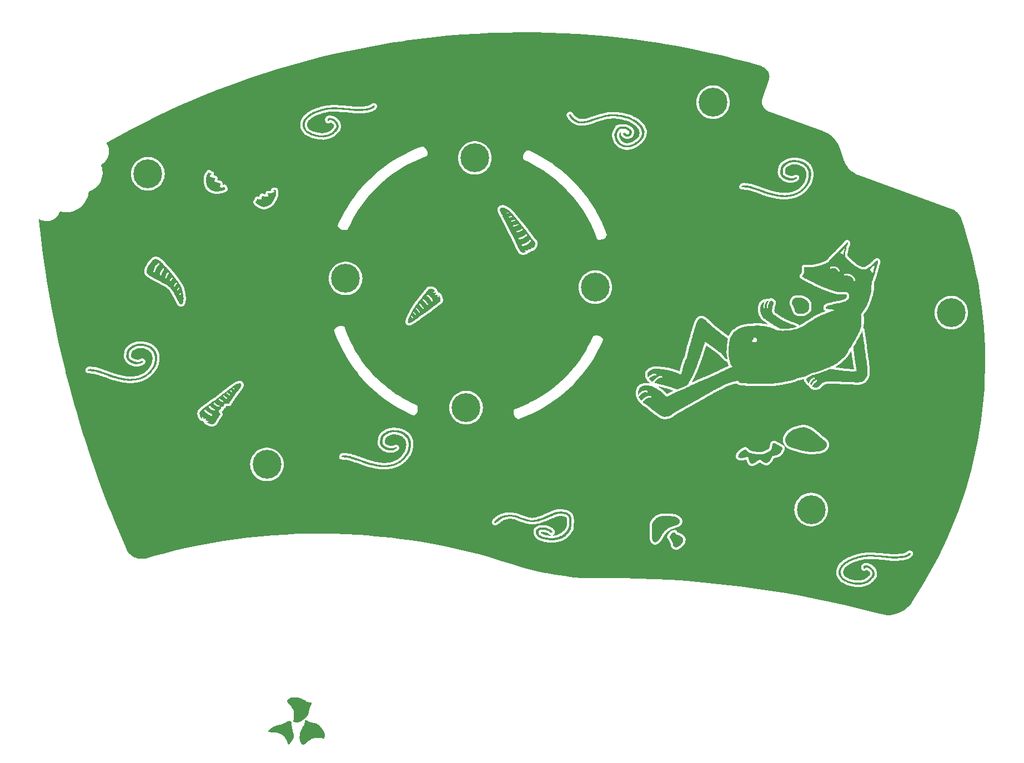
<source format=gbr>
%TF.GenerationSoftware,KiCad,Pcbnew,7.0.10*%
%TF.CreationDate,2024-03-18T13:49:46+01:00*%
%TF.ProjectId,chew_v1_backplate,63686577-5f76-4315-9f62-61636b706c61,rev?*%
%TF.SameCoordinates,Original*%
%TF.FileFunction,Copper,L2,Bot*%
%TF.FilePolarity,Positive*%
%FSLAX46Y46*%
G04 Gerber Fmt 4.6, Leading zero omitted, Abs format (unit mm)*
G04 Created by KiCad (PCBNEW 7.0.10) date 2024-03-18 13:49:46*
%MOMM*%
%LPD*%
G01*
G04 APERTURE LIST*
%TA.AperFunction,ComponentPad*%
%ADD10C,4.400000*%
%TD*%
G04 APERTURE END LIST*
%TA.AperFunction,EtchedComponent*%
%TO.C,G\u002A\u002A\u002A*%
G36*
X176512289Y-131418741D02*
G01*
X176575089Y-131439223D01*
X176621813Y-131464830D01*
X176635921Y-131484556D01*
X176643703Y-131521518D01*
X176649009Y-131536924D01*
X176639309Y-131571660D01*
X176598055Y-131629250D01*
X176534541Y-131698143D01*
X176451497Y-131780189D01*
X176393192Y-131834600D01*
X176350544Y-131868080D01*
X176314469Y-131887331D01*
X176275886Y-131899056D01*
X176256367Y-131903430D01*
X176203249Y-131920765D01*
X176178313Y-131940556D01*
X176178046Y-131942448D01*
X176158687Y-131962534D01*
X176144476Y-131964632D01*
X176107274Y-131984071D01*
X176097035Y-132000780D01*
X176061822Y-132028148D01*
X175994882Y-132036928D01*
X175911757Y-132050364D01*
X175832345Y-132082850D01*
X175829783Y-132084404D01*
X175762096Y-132113760D01*
X175670874Y-132138105D01*
X175610050Y-132147935D01*
X175528206Y-132160261D01*
X175464316Y-132175538D01*
X175438068Y-132186880D01*
X175397401Y-132198359D01*
X175382790Y-132193570D01*
X175343390Y-132192085D01*
X175327512Y-132200937D01*
X175291585Y-132211319D01*
X175220236Y-132219050D01*
X175126217Y-132222975D01*
X175081557Y-132223203D01*
X174970514Y-132224636D01*
X174865739Y-132229590D01*
X174785376Y-132237102D01*
X174768274Y-132239798D01*
X174690663Y-132250923D01*
X174590348Y-132261065D01*
X174515238Y-132266429D01*
X174418974Y-132272843D01*
X174330267Y-132280496D01*
X174280217Y-132286194D01*
X174223678Y-132289038D01*
X174192033Y-132281065D01*
X174191171Y-132279963D01*
X174164397Y-132273061D01*
X174098861Y-132266555D01*
X174004002Y-132261122D01*
X173889254Y-132257438D01*
X173871923Y-132257096D01*
X173704863Y-132253103D01*
X173576641Y-132247523D01*
X173477904Y-132239618D01*
X173399300Y-132228649D01*
X173334403Y-132214626D01*
X173273828Y-132203252D01*
X173192306Y-132193050D01*
X173103023Y-132184974D01*
X173019164Y-132179975D01*
X172953915Y-132179005D01*
X172920463Y-132183017D01*
X172918698Y-132184614D01*
X172895177Y-132187535D01*
X172852429Y-132174178D01*
X172784857Y-132154387D01*
X172707837Y-132142906D01*
X172625143Y-132134825D01*
X172551196Y-132124163D01*
X172474296Y-132113820D01*
X172359720Y-132102889D01*
X172217974Y-132091964D01*
X172059566Y-132081643D01*
X171895001Y-132072522D01*
X171734788Y-132065196D01*
X171589432Y-132060263D01*
X171469440Y-132058319D01*
X171404779Y-132059100D01*
X171354757Y-132056254D01*
X171271017Y-132046937D01*
X171167347Y-132032800D01*
X171103546Y-132023046D01*
X170999236Y-132007128D01*
X170911423Y-131995003D01*
X170851896Y-131988229D01*
X170834166Y-131987416D01*
X170807482Y-131989079D01*
X170769744Y-131990239D01*
X170713407Y-131990953D01*
X170630924Y-131991283D01*
X170514751Y-131991285D01*
X170371164Y-131991050D01*
X170246977Y-131991539D01*
X170136983Y-131993347D01*
X170051836Y-131996201D01*
X170002193Y-131999831D01*
X169997635Y-132000589D01*
X169952280Y-132006519D01*
X169872837Y-132013683D01*
X169773352Y-132020880D01*
X169728082Y-132023674D01*
X169626888Y-132030547D01*
X169542249Y-132038061D01*
X169487013Y-132044999D01*
X169475046Y-132047652D01*
X169428460Y-132059861D01*
X169370171Y-132071806D01*
X169267533Y-132092022D01*
X169163348Y-132115302D01*
X169070337Y-132138502D01*
X169001220Y-132158478D01*
X168970871Y-132170504D01*
X168952287Y-132175351D01*
X168958193Y-132161145D01*
X168960592Y-132136306D01*
X168951875Y-132133323D01*
X168922493Y-132151843D01*
X168920330Y-132156657D01*
X168893262Y-132174174D01*
X168838130Y-132185508D01*
X168832144Y-132186021D01*
X168774171Y-132195267D01*
X168741304Y-132209617D01*
X168740352Y-132210885D01*
X168710280Y-132224536D01*
X168659560Y-132229718D01*
X168597329Y-132240542D01*
X168557892Y-132262233D01*
X168509559Y-132286119D01*
X168466058Y-132290378D01*
X168407134Y-132299251D01*
X168374637Y-132318109D01*
X168326100Y-132343597D01*
X168284010Y-132350211D01*
X168239551Y-132358681D01*
X168225484Y-132374310D01*
X168204386Y-132390597D01*
X168152876Y-132398312D01*
X168145745Y-132398408D01*
X168075287Y-132408426D01*
X168020237Y-132431876D01*
X167972161Y-132453633D01*
X167943335Y-132453396D01*
X167915576Y-132457378D01*
X167912202Y-132468126D01*
X167892090Y-132489945D01*
X167865034Y-132494803D01*
X167823467Y-132504574D01*
X167752005Y-132530390D01*
X167662433Y-132567009D01*
X167566537Y-132609187D01*
X167476100Y-132651681D01*
X167402908Y-132689249D01*
X167358745Y-132716646D01*
X167352277Y-132722933D01*
X167336099Y-132733427D01*
X167334203Y-132726814D01*
X167319432Y-132721321D01*
X167301493Y-132732630D01*
X167268199Y-132749768D01*
X167257164Y-132747482D01*
X167234497Y-132754113D01*
X167201425Y-132783839D01*
X167154376Y-132820384D01*
X167117411Y-132832185D01*
X167074235Y-132848723D01*
X167023946Y-132888891D01*
X167020551Y-132892431D01*
X166973297Y-132933545D01*
X166934464Y-132952528D01*
X166932074Y-132952678D01*
X166897105Y-132967844D01*
X166842638Y-133006624D01*
X166806836Y-133037023D01*
X166748702Y-133085024D01*
X166702087Y-133115575D01*
X166685517Y-133121369D01*
X166653374Y-133140696D01*
X166643687Y-133157517D01*
X166614251Y-133189528D01*
X166597870Y-133193665D01*
X166565626Y-133213700D01*
X166550627Y-133241862D01*
X166515240Y-133282420D01*
X166478331Y-133290059D01*
X166426882Y-133306483D01*
X166407476Y-133332232D01*
X166384256Y-133372678D01*
X166338990Y-133432527D01*
X166299365Y-133478730D01*
X166257646Y-133527525D01*
X166220146Y-133579003D01*
X166181868Y-133641863D01*
X166137816Y-133724805D01*
X166082994Y-133836528D01*
X166031352Y-133945400D01*
X166003579Y-134017712D01*
X165991501Y-134077312D01*
X165993496Y-134098598D01*
X165997466Y-134146911D01*
X165987802Y-134215609D01*
X165983906Y-134231401D01*
X165970464Y-134348892D01*
X165981908Y-134492660D01*
X166015077Y-134649785D01*
X166066806Y-134807352D01*
X166133933Y-134952441D01*
X166178253Y-135025164D01*
X166248405Y-135122718D01*
X166319391Y-135207649D01*
X166397238Y-135284218D01*
X166487970Y-135356683D01*
X166597613Y-135429303D01*
X166732193Y-135506338D01*
X166897735Y-135592047D01*
X167100266Y-135690688D01*
X167159967Y-135719093D01*
X167240574Y-135746168D01*
X167322562Y-135758401D01*
X167378005Y-135764172D01*
X167405430Y-135776032D01*
X167406059Y-135778247D01*
X167426295Y-135793093D01*
X167452905Y-135796321D01*
X167498691Y-135806879D01*
X167513923Y-135819367D01*
X167545358Y-135832854D01*
X167561660Y-135829561D01*
X167607732Y-135829993D01*
X167646349Y-135844108D01*
X167701026Y-135864145D01*
X167789163Y-135886657D01*
X167896360Y-135908457D01*
X168008212Y-135926362D01*
X168032695Y-135929546D01*
X168077958Y-135936865D01*
X168092942Y-135942031D01*
X168113564Y-135948947D01*
X168176603Y-135955939D01*
X168283812Y-135963142D01*
X168436947Y-135970694D01*
X168490570Y-135972985D01*
X168617441Y-135974610D01*
X168755708Y-135970355D01*
X168895463Y-135961206D01*
X169026799Y-135948151D01*
X169139810Y-135932177D01*
X169224589Y-135914272D01*
X169271228Y-135895423D01*
X169271592Y-135895134D01*
X169314720Y-135878722D01*
X169358122Y-135874258D01*
X169415575Y-135864272D01*
X169491986Y-135838602D01*
X169528260Y-135822904D01*
X169604982Y-135789954D01*
X169672889Y-135765951D01*
X169695181Y-135760235D01*
X169750195Y-135741792D01*
X169776875Y-135724589D01*
X169821866Y-135701562D01*
X169835709Y-135699926D01*
X169873491Y-135684972D01*
X169928516Y-135647308D01*
X169952221Y-135627630D01*
X170008108Y-135583703D01*
X170052542Y-135557646D01*
X170063847Y-135554628D01*
X170099851Y-135538446D01*
X170151016Y-135499877D01*
X170202627Y-135452190D01*
X170239973Y-135408648D01*
X170249773Y-135386983D01*
X170269078Y-135364837D01*
X170283149Y-135362545D01*
X170318571Y-135344054D01*
X170357883Y-135299411D01*
X170358910Y-135297858D01*
X170400434Y-135243468D01*
X170460262Y-135175138D01*
X170498345Y-135135192D01*
X170595694Y-135024268D01*
X170677050Y-134907236D01*
X170735462Y-134795666D01*
X170763979Y-134701127D01*
X170765084Y-134691223D01*
X170773410Y-134625596D01*
X170783994Y-134581329D01*
X170786294Y-134576510D01*
X170791659Y-134534215D01*
X170782449Y-134460988D01*
X170761886Y-134370693D01*
X170733191Y-134277191D01*
X170699586Y-134194341D01*
X170695563Y-134186144D01*
X170641528Y-134093790D01*
X170581031Y-134014103D01*
X170522028Y-133955541D01*
X170472478Y-133926564D01*
X170451404Y-133926570D01*
X170428178Y-133927149D01*
X170431336Y-133915293D01*
X170431061Y-133877707D01*
X170400558Y-133840494D01*
X170354835Y-133820656D01*
X170347418Y-133820230D01*
X170303667Y-133803670D01*
X170253105Y-133763457D01*
X170249773Y-133759983D01*
X170180785Y-133711924D01*
X170125079Y-133699737D01*
X170076163Y-133692361D01*
X170056984Y-133675638D01*
X170035907Y-133659134D01*
X169984573Y-133651267D01*
X169978663Y-133651170D01*
X169913306Y-133644628D01*
X169866754Y-133629533D01*
X169811387Y-133620340D01*
X169743048Y-133644164D01*
X169676411Y-133694537D01*
X169650342Y-133724883D01*
X169586064Y-133781399D01*
X169513669Y-133795183D01*
X169459098Y-133775374D01*
X169439735Y-133741741D01*
X169423567Y-133676568D01*
X169416740Y-133622587D01*
X169418273Y-133513030D01*
X169447879Y-133435319D01*
X169511811Y-133381348D01*
X169616321Y-133343010D01*
X169636227Y-133338024D01*
X169800288Y-133319615D01*
X169982964Y-133334210D01*
X170171486Y-133378231D01*
X170353090Y-133448100D01*
X170515009Y-133540236D01*
X170601840Y-133608718D01*
X170711665Y-133711739D01*
X170811208Y-133811178D01*
X170894799Y-133900808D01*
X170956768Y-133974407D01*
X170991446Y-134025751D01*
X170996832Y-134042341D01*
X171006195Y-134078598D01*
X171016976Y-134085315D01*
X171031638Y-134107138D01*
X171051924Y-134164971D01*
X171075078Y-134247360D01*
X171098342Y-134342853D01*
X171118960Y-134439996D01*
X171134176Y-134527337D01*
X171141233Y-134593421D01*
X171141424Y-134602370D01*
X171133333Y-134677524D01*
X171113006Y-134766962D01*
X171103134Y-134798877D01*
X171082368Y-134876985D01*
X171073913Y-134944751D01*
X171075273Y-134966210D01*
X171074517Y-135006421D01*
X171055493Y-135009171D01*
X171026450Y-135019811D01*
X171007601Y-135053295D01*
X170981413Y-135099160D01*
X170931128Y-135162309D01*
X170878085Y-135218514D01*
X170805420Y-135293405D01*
X170735759Y-135371252D01*
X170698121Y-135417343D01*
X170654211Y-135467584D01*
X170620087Y-135493727D01*
X170610307Y-135494503D01*
X170588520Y-135503569D01*
X170575900Y-135528730D01*
X170545535Y-135575560D01*
X170500315Y-135614999D01*
X170447229Y-135656166D01*
X170381733Y-135715275D01*
X170350638Y-135746035D01*
X170279555Y-135806314D01*
X170201841Y-135853995D01*
X170170294Y-135867205D01*
X170099638Y-135897959D01*
X170044089Y-135934836D01*
X170037751Y-135940988D01*
X169996768Y-135967988D01*
X169922845Y-136002236D01*
X169829393Y-136037772D01*
X169791898Y-136050262D01*
X169697553Y-136081421D01*
X169620170Y-136108808D01*
X169571763Y-136128094D01*
X169562961Y-136132739D01*
X169527812Y-136146433D01*
X169461146Y-136164683D01*
X169394270Y-136179901D01*
X169308414Y-136198002D01*
X169235996Y-136213575D01*
X169201481Y-136221249D01*
X169150629Y-136229984D01*
X169072935Y-136240193D01*
X169020741Y-136245975D01*
X168943072Y-136257176D01*
X168884926Y-136271485D01*
X168865304Y-136280968D01*
X168822458Y-136301705D01*
X168800466Y-136290974D01*
X168772865Y-136284625D01*
X168708662Y-136277284D01*
X168619405Y-136270156D01*
X168573537Y-136267304D01*
X168393178Y-136256719D01*
X168253984Y-136247550D01*
X168148975Y-136239009D01*
X168071170Y-136230305D01*
X168013588Y-136220652D01*
X167969247Y-136209261D01*
X167931167Y-136195343D01*
X167929215Y-136194530D01*
X167867022Y-136173473D01*
X167823267Y-136167568D01*
X167816290Y-136169552D01*
X167781594Y-136172156D01*
X167719568Y-136163068D01*
X167690833Y-136156472D01*
X167617124Y-136140143D01*
X167557966Y-136131057D01*
X167545171Y-136130372D01*
X167501997Y-136119468D01*
X167489959Y-136108769D01*
X167460068Y-136093272D01*
X167398697Y-136077872D01*
X167355347Y-136070838D01*
X167277370Y-136054409D01*
X167215963Y-136030802D01*
X167197509Y-136018034D01*
X167163755Y-135995466D01*
X167142766Y-136010423D01*
X167118561Y-136024362D01*
X167072126Y-136010884D01*
X167042552Y-135996258D01*
X166986477Y-135964932D01*
X166951505Y-135942072D01*
X166948273Y-135939098D01*
X166922110Y-135920115D01*
X166862759Y-135886694D01*
X166766433Y-135836789D01*
X166660804Y-135783921D01*
X166556969Y-135731733D01*
X166487643Y-135694592D01*
X166443720Y-135667029D01*
X166416095Y-135643576D01*
X166403902Y-135629639D01*
X166361930Y-135605353D01*
X166301002Y-135595499D01*
X166248368Y-135587583D01*
X166225354Y-135568214D01*
X166225295Y-135567064D01*
X166210168Y-135533674D01*
X166171779Y-135481218D01*
X166146974Y-135452456D01*
X166029963Y-135319627D01*
X165933400Y-135201710D01*
X165863863Y-135106819D01*
X165852368Y-135089079D01*
X165816507Y-135037224D01*
X165789273Y-135007022D01*
X165786097Y-135005081D01*
X165771585Y-134977688D01*
X165767420Y-134940232D01*
X165758233Y-134890003D01*
X165743321Y-134868522D01*
X165722634Y-134834323D01*
X165719223Y-134809804D01*
X165701778Y-134757772D01*
X165683340Y-134736200D01*
X165659490Y-134702258D01*
X165660663Y-134685052D01*
X165661911Y-134647796D01*
X165655926Y-134634650D01*
X165634687Y-134572925D01*
X165621692Y-134476899D01*
X165618691Y-134360029D01*
X165618929Y-134350401D01*
X165620999Y-134272284D01*
X165622454Y-134207948D01*
X165622699Y-134193760D01*
X165630035Y-134152305D01*
X165649423Y-134076334D01*
X165677813Y-133977103D01*
X165708169Y-133878380D01*
X165756251Y-133737493D01*
X165799987Y-133634522D01*
X165843787Y-133559990D01*
X165873212Y-133523573D01*
X165917587Y-133471537D01*
X165942232Y-133435467D01*
X165944073Y-133426548D01*
X165951072Y-133401756D01*
X165987788Y-133351984D01*
X166047766Y-133284105D01*
X166124552Y-133204991D01*
X166211691Y-133121517D01*
X166302728Y-133040554D01*
X166321187Y-133024974D01*
X166400785Y-132958184D01*
X166477788Y-132893123D01*
X166528072Y-132850259D01*
X166582160Y-132808878D01*
X166623916Y-132785748D01*
X166632129Y-132783987D01*
X166657805Y-132770154D01*
X166659071Y-132764160D01*
X166678867Y-132743292D01*
X166729684Y-132711050D01*
X166773539Y-132687913D01*
X166868375Y-132636206D01*
X166961151Y-132573404D01*
X167064558Y-132491776D01*
X167112186Y-132470393D01*
X167160952Y-132462154D01*
X167218190Y-132449047D01*
X167249488Y-132428388D01*
X167292376Y-132397930D01*
X167321784Y-132387908D01*
X167407572Y-132364389D01*
X167505023Y-132328905D01*
X167601126Y-132287291D01*
X167682869Y-132245384D01*
X167737238Y-132209019D01*
X167749167Y-132196232D01*
X167764672Y-132182995D01*
X167767241Y-132197407D01*
X167786442Y-132207781D01*
X167842631Y-132188855D01*
X167858407Y-132181476D01*
X167945054Y-132147113D01*
X168036045Y-132121470D01*
X168045171Y-132119651D01*
X168119927Y-132099683D01*
X168214267Y-132066557D01*
X168285731Y-132037033D01*
X168364157Y-132005197D01*
X168427095Y-131985506D01*
X168459111Y-131982114D01*
X168500326Y-131978747D01*
X168543456Y-131961075D01*
X168592909Y-131940088D01*
X168620999Y-131936718D01*
X168657694Y-131933177D01*
X168705344Y-131917874D01*
X168774589Y-131896881D01*
X168852050Y-131882242D01*
X168929379Y-131867837D01*
X169019263Y-131844561D01*
X169044839Y-131836663D01*
X169112833Y-131820300D01*
X169214368Y-131802831D01*
X169334907Y-131786506D01*
X169442467Y-131775116D01*
X169572699Y-131763060D01*
X169701362Y-131750809D01*
X169811883Y-131739960D01*
X169876243Y-131733347D01*
X169958476Y-131726964D01*
X170067592Y-131721880D01*
X170194366Y-131718148D01*
X170329572Y-131715821D01*
X170463985Y-131714953D01*
X170588379Y-131715595D01*
X170693530Y-131717801D01*
X170770210Y-131721624D01*
X170809195Y-131727117D01*
X170811066Y-131727989D01*
X170853457Y-131732703D01*
X170875040Y-131725702D01*
X170915458Y-131720307D01*
X170989125Y-131722726D01*
X171081835Y-131732345D01*
X171105529Y-131735684D01*
X171227517Y-131750214D01*
X171369021Y-131761784D01*
X171501367Y-131768095D01*
X171513263Y-131768354D01*
X171694805Y-131775320D01*
X171918628Y-131790295D01*
X172186453Y-131813413D01*
X172499999Y-131844807D01*
X172502999Y-131845124D01*
X172632511Y-131857935D01*
X172786975Y-131871902D01*
X172943253Y-131884983D01*
X173033169Y-131891920D01*
X173167043Y-131903098D01*
X173302724Y-131916629D01*
X173422120Y-131930600D01*
X173490760Y-131940321D01*
X173605413Y-131953632D01*
X173737595Y-131961531D01*
X173846655Y-131962435D01*
X173936384Y-131961240D01*
X174005413Y-131962535D01*
X174041391Y-131966028D01*
X174043663Y-131967080D01*
X174071362Y-131969384D01*
X174142149Y-131967360D01*
X174251132Y-131961300D01*
X174393425Y-131951499D01*
X174564137Y-131938252D01*
X174671879Y-131929305D01*
X174746429Y-131923756D01*
X174853207Y-131916793D01*
X174976303Y-131909419D01*
X175068767Y-131904275D01*
X175180761Y-131896846D01*
X175275562Y-131887886D01*
X175342480Y-131878579D01*
X175370000Y-131870910D01*
X175408568Y-131857816D01*
X175473167Y-131848548D01*
X175491234Y-131847311D01*
X175618019Y-131831482D01*
X175729093Y-131800511D01*
X175805261Y-131761053D01*
X175860203Y-131732275D01*
X175896608Y-131724412D01*
X175949066Y-131707472D01*
X175978036Y-131686112D01*
X176021217Y-131661042D01*
X176047961Y-131661007D01*
X176083109Y-131653052D01*
X176135825Y-131618800D01*
X176164916Y-131593683D01*
X176216433Y-131549967D01*
X176253340Y-131527566D01*
X176262932Y-131527380D01*
X176285531Y-131520146D01*
X176324021Y-131485075D01*
X176332438Y-131475598D01*
X176395868Y-131425119D01*
X176450826Y-131410363D01*
X176512289Y-131418741D01*
G37*
%TD.AperFunction*%
%TA.AperFunction,EtchedComponent*%
G36*
X123409946Y-125127110D02*
G01*
X123526476Y-125134592D01*
X123622349Y-125145936D01*
X123685429Y-125160770D01*
X123694996Y-125165173D01*
X123746866Y-125190836D01*
X123778752Y-125201257D01*
X123817868Y-125208952D01*
X123872760Y-125222968D01*
X123952362Y-125227670D01*
X123988303Y-125213864D01*
X124028340Y-125199505D01*
X124072422Y-125214389D01*
X124102855Y-125234438D01*
X124159887Y-125267916D01*
X124205992Y-125283387D01*
X124208802Y-125283510D01*
X124250815Y-125297331D01*
X124260726Y-125307609D01*
X124293815Y-125326001D01*
X124336700Y-125331708D01*
X124392155Y-125348647D01*
X124410314Y-125379634D01*
X124428846Y-125412504D01*
X124444409Y-125414234D01*
X124469416Y-125421719D01*
X124483842Y-125444628D01*
X124512371Y-125482229D01*
X124531836Y-125490759D01*
X124580428Y-125494481D01*
X124611579Y-125496784D01*
X124645603Y-125508032D01*
X124647865Y-125521972D01*
X124654281Y-125547494D01*
X124670542Y-125557364D01*
X124702511Y-125589504D01*
X124706551Y-125607903D01*
X124721463Y-125650280D01*
X124757668Y-125703354D01*
X124760773Y-125706985D01*
X124798485Y-125755387D01*
X124817623Y-125789650D01*
X124818008Y-125791513D01*
X124827592Y-125831453D01*
X124827703Y-125831755D01*
X124839336Y-125871198D01*
X124839985Y-125873928D01*
X124849410Y-125907881D01*
X124850207Y-125910076D01*
X124871231Y-125981751D01*
X124892824Y-126081691D01*
X124911431Y-126190143D01*
X124923497Y-126287353D01*
X124926114Y-126331803D01*
X124927504Y-126509959D01*
X124926327Y-126678306D01*
X124922847Y-126829983D01*
X124917327Y-126958124D01*
X124910031Y-127055868D01*
X124901222Y-127116351D01*
X124895405Y-127131801D01*
X124883545Y-127158130D01*
X124891226Y-127163207D01*
X124909014Y-127183410D01*
X124913111Y-127211404D01*
X124907682Y-127250644D01*
X124900201Y-127259650D01*
X124887202Y-127280447D01*
X124881651Y-127330479D01*
X124883346Y-127391393D01*
X124892083Y-127444839D01*
X124902507Y-127468256D01*
X124916840Y-127491734D01*
X124892746Y-127487291D01*
X124890700Y-127486512D01*
X124855855Y-127483269D01*
X124847772Y-127491985D01*
X124839648Y-127574920D01*
X124839671Y-127659265D01*
X124847351Y-127725492D01*
X124854130Y-127746137D01*
X124856364Y-127790945D01*
X124822150Y-127821093D01*
X124797112Y-127825551D01*
X124776140Y-127845155D01*
X124743860Y-127894260D01*
X124728257Y-127922315D01*
X124681175Y-128003534D01*
X124629556Y-128081834D01*
X124619621Y-128095422D01*
X124582524Y-128152347D01*
X124562892Y-128197235D01*
X124561959Y-128204226D01*
X124544707Y-128243960D01*
X124497177Y-128308801D01*
X124425710Y-128392517D01*
X124336648Y-128488877D01*
X124236331Y-128591650D01*
X124131100Y-128694605D01*
X124027296Y-128791510D01*
X123931261Y-128876134D01*
X123849335Y-128942246D01*
X123787860Y-128983614D01*
X123757561Y-128994706D01*
X123712925Y-129013113D01*
X123701629Y-129026129D01*
X123668394Y-129056095D01*
X123610437Y-129090625D01*
X123595307Y-129097981D01*
X123530858Y-129133437D01*
X123483364Y-129169117D01*
X123477888Y-129175001D01*
X123430368Y-129206183D01*
X123402272Y-129211594D01*
X123364744Y-129222272D01*
X123357026Y-129235693D01*
X123337117Y-129256300D01*
X123314853Y-129260142D01*
X123266468Y-129268049D01*
X123196572Y-129287396D01*
X123172422Y-129295427D01*
X123121444Y-129312143D01*
X123067661Y-129326915D01*
X123003569Y-129341122D01*
X122921661Y-129356140D01*
X122814433Y-129373346D01*
X122674377Y-129394117D01*
X122495498Y-129419617D01*
X122442213Y-129432632D01*
X122417406Y-129449525D01*
X122417177Y-129451123D01*
X122396711Y-129467362D01*
X122362955Y-129472264D01*
X122317037Y-129473257D01*
X122235643Y-129475401D01*
X122131472Y-129478352D01*
X122047655Y-129480838D01*
X121941518Y-129483724D01*
X121855375Y-129485457D01*
X121799223Y-129485875D01*
X121782570Y-129485124D01*
X121757757Y-129481568D01*
X121695794Y-129476041D01*
X121607654Y-129469293D01*
X121504306Y-129462073D01*
X121396723Y-129455128D01*
X121295875Y-129449208D01*
X121212735Y-129445061D01*
X121176096Y-129443740D01*
X121104456Y-129439652D01*
X121055256Y-129432779D01*
X121043553Y-129428353D01*
X121007128Y-129407815D01*
X120947509Y-129386775D01*
X120884447Y-129370781D01*
X120837696Y-129365384D01*
X120827569Y-129367676D01*
X120793797Y-129366785D01*
X120733572Y-129348461D01*
X120693383Y-129331751D01*
X120610920Y-129299817D01*
X120531997Y-129278074D01*
X120505855Y-129273948D01*
X120431956Y-129259229D01*
X120349196Y-129232511D01*
X120335724Y-129227038D01*
X120268616Y-129202018D01*
X120216284Y-129188354D01*
X120206899Y-129187495D01*
X120157643Y-129174438D01*
X120092298Y-129143085D01*
X120032464Y-129105160D01*
X120001857Y-129076187D01*
X119968661Y-129048640D01*
X119912887Y-129019625D01*
X119911487Y-129019041D01*
X119861553Y-128992453D01*
X119838760Y-128968662D01*
X119838619Y-128967258D01*
X119822656Y-128939148D01*
X119782055Y-128891936D01*
X119754274Y-128863747D01*
X119705025Y-128811681D01*
X119674640Y-128771394D01*
X119669929Y-128759463D01*
X119653764Y-128727964D01*
X119623072Y-128694686D01*
X119585043Y-128640554D01*
X119545898Y-128553110D01*
X119509933Y-128446932D01*
X119481446Y-128336601D01*
X119464731Y-128236697D01*
X119464085Y-128161799D01*
X119464807Y-128157578D01*
X119479384Y-128079756D01*
X119491800Y-128011612D01*
X119492677Y-128006660D01*
X119512594Y-127950801D01*
X119534510Y-127922315D01*
X119556617Y-127885314D01*
X119555567Y-127868093D01*
X119564499Y-127840809D01*
X119577551Y-127837564D01*
X119611135Y-127821231D01*
X119663713Y-127779580D01*
X119704973Y-127740480D01*
X119767623Y-127685279D01*
X119816878Y-127657834D01*
X119834976Y-127657121D01*
X119879388Y-127653562D01*
X119908376Y-127636107D01*
X119981648Y-127594787D01*
X120096296Y-127561461D01*
X120245920Y-127537766D01*
X120320593Y-127530856D01*
X120440703Y-127522649D01*
X120529898Y-127519602D01*
X120605242Y-127522303D01*
X120683800Y-127531336D01*
X120778468Y-127546575D01*
X120872616Y-127561660D01*
X120958176Y-127573717D01*
X121007405Y-127579251D01*
X121076427Y-127592638D01*
X121125297Y-127612040D01*
X121180257Y-127629531D01*
X121211325Y-127628304D01*
X121258547Y-127636177D01*
X121283149Y-127655554D01*
X121321243Y-127686968D01*
X121341713Y-127693452D01*
X121375023Y-127703742D01*
X121438503Y-127730908D01*
X121519601Y-127769505D01*
X121536194Y-127777797D01*
X121619955Y-127818047D01*
X121689286Y-127847836D01*
X121731267Y-127861689D01*
X121735008Y-127862068D01*
X121762628Y-127881972D01*
X121768416Y-127904241D01*
X121774234Y-127927869D01*
X121782899Y-127915013D01*
X121802181Y-127904188D01*
X121828374Y-127925933D01*
X121851640Y-127967621D01*
X121862140Y-128016628D01*
X121862141Y-128016701D01*
X121868351Y-128048445D01*
X121876445Y-128049354D01*
X121901016Y-128054764D01*
X121943624Y-128085715D01*
X121950927Y-128092300D01*
X121992804Y-128142372D01*
X122001068Y-128196020D01*
X121996174Y-128228338D01*
X121989105Y-128276931D01*
X121996497Y-128283093D01*
X122005669Y-128271746D01*
X122025793Y-128248648D01*
X122031116Y-128268325D01*
X122031230Y-128274960D01*
X122010222Y-128311162D01*
X121957454Y-128339087D01*
X121893031Y-128349837D01*
X121809770Y-128344374D01*
X121752360Y-128321574D01*
X121713266Y-128288531D01*
X121632060Y-128213523D01*
X121546555Y-128145365D01*
X121467535Y-128091674D01*
X121405780Y-128060070D01*
X121382576Y-128054858D01*
X121319228Y-128044941D01*
X121290237Y-128034305D01*
X121186520Y-127984237D01*
X121117915Y-127953692D01*
X121076875Y-127939761D01*
X121055854Y-127939536D01*
X121051651Y-127942332D01*
X121022604Y-127943317D01*
X121006056Y-127933245D01*
X120963827Y-127909817D01*
X120894054Y-127890363D01*
X120787173Y-127872338D01*
X120766418Y-127869475D01*
X120700859Y-127854890D01*
X120657375Y-127834759D01*
X120651950Y-127829143D01*
X120627046Y-127816107D01*
X120615802Y-127826052D01*
X120583326Y-127839846D01*
X120519033Y-127849528D01*
X120465185Y-127852314D01*
X120331686Y-127859106D01*
X120244898Y-127874743D01*
X120208753Y-127893579D01*
X120174419Y-127905956D01*
X120125754Y-127910266D01*
X120055978Y-127931405D01*
X119970762Y-127995716D01*
X119957990Y-128007739D01*
X119898229Y-128070352D01*
X119867524Y-128121470D01*
X119856702Y-128178951D01*
X119855893Y-128206553D01*
X119866844Y-128368122D01*
X119901492Y-128492304D01*
X119941840Y-128558211D01*
X120018757Y-128646931D01*
X120072472Y-128704454D01*
X120109986Y-128737141D01*
X120138300Y-128751354D01*
X120157004Y-128753719D01*
X120201464Y-128770846D01*
X120215483Y-128789867D01*
X120244180Y-128821865D01*
X120259974Y-128826015D01*
X120299603Y-128842920D01*
X120321558Y-128863326D01*
X120369178Y-128890958D01*
X120402829Y-128893359D01*
X120458064Y-128903265D01*
X120501333Y-128929902D01*
X120559739Y-128960781D01*
X120603599Y-128963487D01*
X120657608Y-128968402D01*
X120684871Y-128986028D01*
X120730644Y-129014912D01*
X120753303Y-129018805D01*
X120799220Y-129028361D01*
X120812662Y-129036879D01*
X120847570Y-129050477D01*
X120906321Y-129057988D01*
X120907048Y-129058018D01*
X120989333Y-129065495D01*
X121055602Y-129076116D01*
X121265810Y-129115346D01*
X121453627Y-129139229D01*
X121641605Y-129149839D01*
X121850859Y-129149285D01*
X122029047Y-129143981D01*
X122164408Y-129137302D01*
X122262303Y-129128767D01*
X122328094Y-129117893D01*
X122367142Y-129104197D01*
X122369890Y-129102587D01*
X122405242Y-129093376D01*
X122472799Y-129084432D01*
X122541762Y-129078802D01*
X122621934Y-129070743D01*
X122681188Y-129058893D01*
X122704082Y-129047948D01*
X122734977Y-129030965D01*
X122795088Y-129014717D01*
X122819603Y-129010325D01*
X122893898Y-128990691D01*
X122979090Y-128956932D01*
X123057183Y-128917327D01*
X123110178Y-128880161D01*
X123116039Y-128873920D01*
X123148977Y-128853680D01*
X123208751Y-128828965D01*
X123275500Y-128807238D01*
X123320878Y-128796974D01*
X123369065Y-128783138D01*
X123419112Y-128750511D01*
X123472651Y-128702894D01*
X123527182Y-128668013D01*
X123582481Y-128647574D01*
X123638032Y-128619858D01*
X123663613Y-128583931D01*
X123691586Y-128545316D01*
X123717581Y-128536831D01*
X123762122Y-128520426D01*
X123808589Y-128482853D01*
X123836989Y-128441571D01*
X123838999Y-128430793D01*
X123858968Y-128393556D01*
X123907489Y-128355173D01*
X123954592Y-128333548D01*
X123996046Y-128312222D01*
X124007690Y-128295024D01*
X124023439Y-128266702D01*
X124063554Y-128218768D01*
X124092035Y-128189007D01*
X124141265Y-128133605D01*
X124171653Y-128087518D01*
X124176380Y-128072051D01*
X124191517Y-128035617D01*
X124229717Y-127981624D01*
X124250897Y-127956779D01*
X124325173Y-127852946D01*
X124393040Y-127719996D01*
X124446322Y-127576980D01*
X124476845Y-127442944D01*
X124478881Y-127425545D01*
X124495182Y-127369353D01*
X124503612Y-127353249D01*
X124527973Y-127300323D01*
X124532867Y-127283700D01*
X124544584Y-127210750D01*
X124554364Y-127106524D01*
X124562076Y-126979960D01*
X124567588Y-126839999D01*
X124570767Y-126695580D01*
X124571484Y-126555644D01*
X124569605Y-126429130D01*
X124564999Y-126324977D01*
X124557536Y-126252126D01*
X124548513Y-126221028D01*
X124530807Y-126171668D01*
X124528961Y-126126964D01*
X124528135Y-126065521D01*
X124520638Y-126030569D01*
X124506349Y-125983815D01*
X124504042Y-125970323D01*
X124477085Y-125886339D01*
X124418633Y-125796884D01*
X124339797Y-125712779D01*
X124251689Y-125644845D01*
X124165423Y-125603906D01*
X124120475Y-125596793D01*
X124073123Y-125590977D01*
X124055887Y-125578714D01*
X124033880Y-125558905D01*
X123975446Y-125535816D01*
X123891961Y-125512298D01*
X123794803Y-125491202D01*
X123695351Y-125475376D01*
X123614035Y-125468030D01*
X123517101Y-125459151D01*
X123452227Y-125443906D01*
X123430282Y-125429657D01*
X123407952Y-125412573D01*
X123394463Y-125426016D01*
X123360483Y-125440640D01*
X123284808Y-125448106D01*
X123192636Y-125448335D01*
X123079561Y-125448531D01*
X122969436Y-125454151D01*
X122872474Y-125464025D01*
X122798887Y-125476982D01*
X122758888Y-125491851D01*
X122754559Y-125498549D01*
X122734610Y-125513508D01*
X122712386Y-125516090D01*
X122601837Y-125518227D01*
X122532430Y-125526768D01*
X122497367Y-125543151D01*
X122489473Y-125563258D01*
X122478145Y-125589591D01*
X122436845Y-125588671D01*
X122427346Y-125586425D01*
X122375871Y-125587907D01*
X122303537Y-125606721D01*
X122224088Y-125636971D01*
X122151269Y-125672755D01*
X122098822Y-125708174D01*
X122080380Y-125735361D01*
X122065040Y-125763381D01*
X122056454Y-125765484D01*
X122043634Y-125747646D01*
X122047898Y-125726950D01*
X122053346Y-125702291D01*
X122033344Y-125705761D01*
X122004969Y-125720925D01*
X121958071Y-125749719D01*
X121935204Y-125767372D01*
X121897062Y-125793876D01*
X121833799Y-125824516D01*
X121766640Y-125850197D01*
X121716810Y-125861826D01*
X121714613Y-125861879D01*
X121677486Y-125871087D01*
X121670119Y-125882316D01*
X121649350Y-125899326D01*
X121597166Y-125923199D01*
X121528749Y-125948486D01*
X121459280Y-125969737D01*
X121403943Y-125981501D01*
X121391414Y-125982372D01*
X121350407Y-126000437D01*
X121339959Y-126012535D01*
X121304027Y-126043222D01*
X121239106Y-126079065D01*
X121159208Y-126114464D01*
X121078342Y-126143822D01*
X121010519Y-126161540D01*
X120969750Y-126162020D01*
X120968060Y-126161136D01*
X120944150Y-126170274D01*
X120923421Y-126198585D01*
X120881120Y-126237708D01*
X120843891Y-126247606D01*
X120784039Y-126258846D01*
X120721491Y-126283754D01*
X120663213Y-126309164D01*
X120619929Y-126319753D01*
X120619889Y-126319753D01*
X120573367Y-126330235D01*
X120496128Y-126358590D01*
X120400072Y-126400179D01*
X120339205Y-126429138D01*
X120286832Y-126446252D01*
X120259628Y-126439085D01*
X120232328Y-126434935D01*
X120185026Y-126456505D01*
X120183270Y-126457644D01*
X120121576Y-126490084D01*
X120071319Y-126506150D01*
X120014252Y-126528218D01*
X119976977Y-126554333D01*
X119940801Y-126580634D01*
X119918358Y-126571881D01*
X119909813Y-126559782D01*
X119891232Y-126540569D01*
X119887186Y-126554715D01*
X119866798Y-126579417D01*
X119840042Y-126584839D01*
X119793908Y-126595905D01*
X119778373Y-126608937D01*
X119748190Y-126621522D01*
X119684454Y-126630242D01*
X119612276Y-126633036D01*
X119530717Y-126635527D01*
X119469505Y-126642014D01*
X119444310Y-126649799D01*
X119428237Y-126660985D01*
X119400239Y-126669539D01*
X119352101Y-126676504D01*
X119275610Y-126682925D01*
X119162549Y-126689845D01*
X119103610Y-126693074D01*
X118948807Y-126696030D01*
X118783477Y-126690109D01*
X118620726Y-126676553D01*
X118473663Y-126656604D01*
X118355396Y-126631503D01*
X118313374Y-126618237D01*
X118240687Y-126599493D01*
X118177574Y-126596273D01*
X118168007Y-126597976D01*
X118109096Y-126596634D01*
X118042891Y-126574439D01*
X118042494Y-126574233D01*
X117984282Y-126548309D01*
X117941690Y-126536820D01*
X117940522Y-126536790D01*
X117894792Y-126525492D01*
X117868226Y-126513097D01*
X117814759Y-126490487D01*
X117739823Y-126467013D01*
X117662105Y-126447593D01*
X117600292Y-126437144D01*
X117579369Y-126437082D01*
X117551668Y-126427299D01*
X117549246Y-126418296D01*
X117528034Y-126399359D01*
X117475413Y-126382487D01*
X117458876Y-126379358D01*
X117384700Y-126362975D01*
X117323772Y-126342758D01*
X117318972Y-126340555D01*
X117270293Y-126323209D01*
X117246676Y-126321044D01*
X117195755Y-126322850D01*
X117172829Y-126307801D01*
X117175716Y-126295655D01*
X117165620Y-126279183D01*
X117116763Y-126271707D01*
X117106265Y-126271556D01*
X117045660Y-126265168D01*
X117008745Y-126249542D01*
X117006783Y-126247064D01*
X116977902Y-126233162D01*
X116969212Y-126236437D01*
X116948119Y-126235683D01*
X116946779Y-126229419D01*
X116926563Y-126208550D01*
X116875380Y-126179679D01*
X116844360Y-126165729D01*
X116762835Y-126131295D01*
X116686391Y-126098448D01*
X116669644Y-126091130D01*
X116561654Y-126044166D01*
X116485097Y-126012832D01*
X116427537Y-125992795D01*
X116376538Y-125979721D01*
X116320213Y-125969368D01*
X116263549Y-125959972D01*
X116180490Y-125946178D01*
X116115375Y-125935356D01*
X116023382Y-125918619D01*
X115939675Y-125900990D01*
X115898487Y-125890693D01*
X115825031Y-125879035D01*
X115717013Y-125873795D01*
X115584184Y-125874281D01*
X115436295Y-125879805D01*
X115283098Y-125889676D01*
X115134344Y-125903205D01*
X114999786Y-125919701D01*
X114889174Y-125938476D01*
X114812260Y-125958838D01*
X114789948Y-125969113D01*
X114732673Y-125993454D01*
X114659795Y-126011809D01*
X114655902Y-126012449D01*
X114579502Y-126031407D01*
X114491328Y-126062520D01*
X114463113Y-126074574D01*
X114387149Y-126107167D01*
X114320752Y-126132593D01*
X114301308Y-126138897D01*
X114247097Y-126170675D01*
X114208166Y-126213137D01*
X114178033Y-126248652D01*
X114148517Y-126270350D01*
X114131396Y-126272365D01*
X114138448Y-126248825D01*
X114139284Y-126247457D01*
X114138053Y-126225221D01*
X114129854Y-126223359D01*
X114097947Y-126241641D01*
X114086259Y-126257371D01*
X114057258Y-126287887D01*
X114000507Y-126334086D01*
X113934445Y-126381672D01*
X113863429Y-126432809D01*
X113808351Y-126477538D01*
X113782631Y-126504301D01*
X113743779Y-126533771D01*
X113722384Y-126538335D01*
X113698496Y-126542667D01*
X113718024Y-126555629D01*
X113729606Y-126560740D01*
X113761151Y-126575758D01*
X113760226Y-126584691D01*
X113720736Y-126592332D01*
X113683024Y-126597375D01*
X113625006Y-126615861D01*
X113591456Y-126643912D01*
X113555767Y-126676266D01*
X113535619Y-126681233D01*
X113504715Y-126700550D01*
X113500669Y-126717381D01*
X113488224Y-126749460D01*
X113477640Y-126753529D01*
X113445093Y-126766093D01*
X113390351Y-126797706D01*
X113365833Y-126813776D01*
X113304848Y-126850707D01*
X113257008Y-126871981D01*
X113245991Y-126874023D01*
X113193402Y-126853126D01*
X113157669Y-126798924D01*
X113141386Y-126724151D01*
X113147149Y-126641541D01*
X113177552Y-126563830D01*
X113181520Y-126557609D01*
X113222270Y-126509978D01*
X113287284Y-126448035D01*
X113356077Y-126390365D01*
X113423129Y-126336203D01*
X113473256Y-126292674D01*
X113495957Y-126268913D01*
X113496134Y-126268534D01*
X113519066Y-126246683D01*
X113570513Y-126208896D01*
X113620510Y-126175580D01*
X113686705Y-126128882D01*
X113734694Y-126087202D01*
X113750421Y-126066585D01*
X113779212Y-126041785D01*
X113839995Y-126013142D01*
X113897465Y-125993626D01*
X113966748Y-125969410D01*
X114009818Y-125946318D01*
X114017678Y-125932375D01*
X114023118Y-125910730D01*
X114035442Y-125907296D01*
X114083115Y-125902264D01*
X114091086Y-125901241D01*
X114124074Y-125887034D01*
X114180817Y-125854602D01*
X114214767Y-125833213D01*
X114295953Y-125791184D01*
X114380933Y-125762933D01*
X114407557Y-125758295D01*
X114488698Y-125744184D01*
X114561460Y-125723429D01*
X114566826Y-125721335D01*
X114625878Y-125705957D01*
X114667070Y-125707657D01*
X114710041Y-125706126D01*
X114770013Y-125685060D01*
X114777898Y-125681139D01*
X114838253Y-125657912D01*
X114884699Y-125653426D01*
X114888518Y-125654540D01*
X114918252Y-125650960D01*
X114922859Y-125638210D01*
X114931770Y-125627278D01*
X114946589Y-125644991D01*
X114965478Y-125668983D01*
X114970525Y-125650975D01*
X114970688Y-125644991D01*
X114975175Y-125621706D01*
X114992597Y-125642286D01*
X114992930Y-125642811D01*
X115018527Y-125663758D01*
X115062312Y-125657297D01*
X115082931Y-125649666D01*
X115145164Y-125632874D01*
X115232651Y-125618427D01*
X115296020Y-125611930D01*
X115397957Y-125603333D01*
X115500148Y-125592994D01*
X115549056Y-125587178D01*
X115633980Y-125583522D01*
X115712295Y-125591776D01*
X115729796Y-125596327D01*
X115799846Y-125613299D01*
X115905776Y-125632086D01*
X116035403Y-125650907D01*
X116176544Y-125667977D01*
X116305314Y-125680539D01*
X116387571Y-125691364D01*
X116452401Y-125706808D01*
X116478974Y-125719045D01*
X116516908Y-125735510D01*
X116531749Y-125732644D01*
X116565668Y-125733652D01*
X116618554Y-125753972D01*
X116619905Y-125754668D01*
X116678061Y-125779609D01*
X116720596Y-125789583D01*
X116750882Y-125801646D01*
X116753989Y-125810382D01*
X116775030Y-125828213D01*
X116829484Y-125852892D01*
X116886487Y-125872858D01*
X116960505Y-125898748D01*
X117013798Y-125922251D01*
X117031363Y-125934561D01*
X117058365Y-125951307D01*
X117115650Y-125976265D01*
X117187416Y-126003523D01*
X117257866Y-126027168D01*
X117311198Y-126041290D01*
X117320308Y-126042672D01*
X117381013Y-126055140D01*
X117437920Y-126075904D01*
X117473032Y-126097748D01*
X117476950Y-126105478D01*
X117491848Y-126124277D01*
X117495024Y-126124110D01*
X117525147Y-126125533D01*
X117555026Y-126130236D01*
X117612367Y-126136134D01*
X117621542Y-126136928D01*
X117699658Y-126151992D01*
X117785638Y-126180184D01*
X117802282Y-126187241D01*
X117866042Y-126215507D01*
X117912381Y-126234017D01*
X117959982Y-126249128D01*
X118027529Y-126267202D01*
X118067367Y-126277470D01*
X118147379Y-126300778D01*
X118214203Y-126324876D01*
X118236058Y-126335042D01*
X118299640Y-126359372D01*
X118397128Y-126383792D01*
X118513193Y-126404578D01*
X118567668Y-126418717D01*
X118589076Y-126426731D01*
X118630243Y-126428826D01*
X118644760Y-126417726D01*
X118673565Y-126404774D01*
X118711675Y-126419195D01*
X118763741Y-126430895D01*
X118851644Y-126434017D01*
X118963929Y-126429295D01*
X119089145Y-126417461D01*
X119215838Y-126399245D01*
X119308449Y-126381049D01*
X119362743Y-126370396D01*
X119446239Y-126355739D01*
X119537071Y-126340861D01*
X119631041Y-126320912D01*
X119712954Y-126294610D01*
X119763233Y-126268814D01*
X119829532Y-126236031D01*
X119900694Y-126223359D01*
X119959063Y-126217400D01*
X119992857Y-126202926D01*
X119993788Y-126201644D01*
X120024792Y-126187408D01*
X120082069Y-126182098D01*
X120087370Y-126182201D01*
X120164463Y-126169678D01*
X120237706Y-126136358D01*
X120238038Y-126136131D01*
X120308166Y-126100820D01*
X120378715Y-126083214D01*
X120379490Y-126083161D01*
X120436054Y-126071272D01*
X120467427Y-126051039D01*
X120501003Y-126034668D01*
X120522999Y-126038351D01*
X120555776Y-126042760D01*
X120561856Y-126035838D01*
X120581864Y-126016318D01*
X120632292Y-125986532D01*
X120664275Y-125970688D01*
X120727494Y-125939150D01*
X120770092Y-125914308D01*
X120778468Y-125907449D01*
X120826751Y-125868085D01*
X120900819Y-125828807D01*
X120979260Y-125799461D01*
X121034578Y-125789673D01*
X121097539Y-125778672D01*
X121139948Y-125753435D01*
X121179202Y-125722901D01*
X121199782Y-125717287D01*
X121236873Y-125704583D01*
X121294355Y-125672705D01*
X121317297Y-125657785D01*
X121380152Y-125623792D01*
X121431273Y-125611024D01*
X121442892Y-125612834D01*
X121486272Y-125609303D01*
X121542548Y-125581501D01*
X121550049Y-125576192D01*
X121606162Y-125545617D01*
X121652404Y-125538142D01*
X121656753Y-125539376D01*
X121688568Y-125540282D01*
X121694217Y-125529886D01*
X121713866Y-125503136D01*
X121736390Y-125491859D01*
X121794234Y-125466953D01*
X121814711Y-125455694D01*
X121838226Y-125442242D01*
X121869581Y-125426788D01*
X121918763Y-125404819D01*
X121995759Y-125371824D01*
X122067747Y-125341356D01*
X122141854Y-125316814D01*
X122207443Y-125305930D01*
X122221071Y-125306207D01*
X122260536Y-125302311D01*
X122261821Y-125285590D01*
X122268338Y-125265582D01*
X122308733Y-125259412D01*
X122350416Y-125252655D01*
X122358566Y-125237960D01*
X122370248Y-125225941D01*
X122415987Y-125223603D01*
X122428827Y-125224601D01*
X122488585Y-125224002D01*
X122524743Y-125211869D01*
X122526673Y-125209512D01*
X122555639Y-125197013D01*
X122563435Y-125200194D01*
X122584522Y-125199288D01*
X122585868Y-125192928D01*
X122606876Y-125180512D01*
X122658413Y-125177656D01*
X122668090Y-125178272D01*
X122737040Y-125172972D01*
X122764127Y-125148744D01*
X122783600Y-125125723D01*
X122821649Y-125136240D01*
X122829055Y-125140096D01*
X122891184Y-125155379D01*
X122978899Y-125143521D01*
X122980029Y-125143248D01*
X123057802Y-125131559D01*
X123163471Y-125125221D01*
X123284899Y-125123862D01*
X123409946Y-125127110D01*
G37*
%TD.AperFunction*%
%TA.AperFunction,EtchedComponent*%
G36*
X97796913Y-112692536D02*
G01*
X97911383Y-112696303D01*
X98034128Y-112701736D01*
X98155361Y-112708404D01*
X98265296Y-112715877D01*
X98354144Y-112723727D01*
X98412121Y-112731523D01*
X98449033Y-112738596D01*
X98538539Y-112755150D01*
X98609696Y-112767569D01*
X98678041Y-112782353D01*
X98749832Y-112804197D01*
X98802529Y-112819336D01*
X98869843Y-112828170D01*
X98910081Y-112834507D01*
X98958850Y-112860220D01*
X98964586Y-112865106D01*
X99015140Y-112889598D01*
X99084054Y-112907388D01*
X99096859Y-112909706D01*
X99167203Y-112930008D01*
X99216391Y-112955713D01*
X99220230Y-112958814D01*
X99272546Y-112990888D01*
X99339920Y-113022097D01*
X99342428Y-113023097D01*
X99418517Y-113062585D01*
X99484266Y-113110411D01*
X99488618Y-113114361D01*
X99534774Y-113150644D01*
X99565430Y-113165551D01*
X99574872Y-113168552D01*
X99615052Y-113194311D01*
X99668934Y-113237847D01*
X99693354Y-113258597D01*
X99742052Y-113295520D01*
X99769912Y-113310143D01*
X99780454Y-113315808D01*
X99814887Y-113350146D01*
X99859443Y-113405278D01*
X99882411Y-113434392D01*
X99935527Y-113491907D01*
X99978601Y-113526655D01*
X100003276Y-113545762D01*
X100049896Y-113599495D01*
X100091119Y-113662700D01*
X100111952Y-113714280D01*
X100118331Y-113729715D01*
X100145258Y-113768018D01*
X100184295Y-113825199D01*
X100235558Y-113922167D01*
X100287621Y-114038204D01*
X100334371Y-114158543D01*
X100369695Y-114268417D01*
X100387478Y-114353061D01*
X100394810Y-114411537D01*
X100409165Y-114493895D01*
X100423918Y-114550063D01*
X100428249Y-114569343D01*
X100433517Y-114635764D01*
X100435216Y-114730742D01*
X100433612Y-114841547D01*
X100428970Y-114955451D01*
X100421552Y-115059726D01*
X100411625Y-115141642D01*
X100394834Y-115240911D01*
X100368537Y-115388478D01*
X100347431Y-115494377D01*
X100330701Y-115562557D01*
X100317530Y-115596965D01*
X100304254Y-115636433D01*
X100298674Y-115698966D01*
X100293913Y-115749429D01*
X100278144Y-115781261D01*
X100265695Y-115797051D01*
X100255669Y-115843184D01*
X100252856Y-115863128D01*
X100234951Y-115921756D01*
X100205348Y-115997858D01*
X100169702Y-116078887D01*
X100133670Y-116152298D01*
X100102906Y-116205545D01*
X100083066Y-116226082D01*
X100069719Y-116241417D01*
X100062880Y-116287085D01*
X100054242Y-116329864D01*
X100026732Y-116361960D01*
X100009897Y-116371576D01*
X99990206Y-116403376D01*
X99975826Y-116432785D01*
X99936776Y-116486200D01*
X99881762Y-116551254D01*
X99827861Y-116613595D01*
X99788661Y-116663464D01*
X99773696Y-116688883D01*
X99758587Y-116715047D01*
X99720955Y-116755314D01*
X99718442Y-116757680D01*
X99689883Y-116790906D01*
X99690831Y-116804820D01*
X99698332Y-116806677D01*
X99689214Y-116822894D01*
X99681478Y-116829674D01*
X99646109Y-116868868D01*
X99601621Y-116924944D01*
X99555966Y-116982123D01*
X99476533Y-117072616D01*
X99389838Y-117164078D01*
X99308262Y-117243579D01*
X99244185Y-117298192D01*
X99237126Y-117303413D01*
X99180624Y-117345239D01*
X99102798Y-117402885D01*
X99018285Y-117465512D01*
X98993249Y-117484327D01*
X98924212Y-117539287D01*
X98876046Y-117582355D01*
X98857946Y-117605501D01*
X98855693Y-117612741D01*
X98832226Y-117610754D01*
X98814215Y-117610802D01*
X98794116Y-117642232D01*
X98790396Y-117651767D01*
X98744522Y-117693502D01*
X98651146Y-117733992D01*
X98595318Y-117754461D01*
X98541406Y-117778396D01*
X98520565Y-117793827D01*
X98515499Y-117800850D01*
X98478755Y-117824698D01*
X98418146Y-117854442D01*
X98387201Y-117868499D01*
X98331280Y-117896401D01*
X98303677Y-117913986D01*
X98272312Y-117935900D01*
X98211365Y-117967030D01*
X98139100Y-117998809D01*
X98073110Y-118023530D01*
X98030983Y-118033483D01*
X98010196Y-118036906D01*
X97990394Y-118057582D01*
X97975861Y-118073328D01*
X97930965Y-118081680D01*
X97929045Y-118081697D01*
X97864294Y-118092061D01*
X97792398Y-118115794D01*
X97739008Y-118134924D01*
X97632777Y-118164438D01*
X97495316Y-118196603D01*
X97336100Y-118229378D01*
X97164603Y-118260721D01*
X96990299Y-118288591D01*
X96951043Y-118293914D01*
X96832246Y-118306356D01*
X96693080Y-118317026D01*
X96542097Y-118325674D01*
X96387850Y-118332053D01*
X96238890Y-118335913D01*
X96103772Y-118337007D01*
X95991046Y-118335086D01*
X95909266Y-118329903D01*
X95866984Y-118321208D01*
X95865173Y-118320312D01*
X95819514Y-118308404D01*
X95742549Y-118297063D01*
X95649897Y-118288633D01*
X95598299Y-118285071D01*
X95394561Y-118265568D01*
X95220812Y-118238402D01*
X95062406Y-118201395D01*
X95050419Y-118198153D01*
X94956345Y-118174423D01*
X94863247Y-118153090D01*
X94841310Y-118148098D01*
X94766600Y-118126923D01*
X94713125Y-118105859D01*
X94672711Y-118093527D01*
X94607831Y-118095055D01*
X94582845Y-118097601D01*
X94512490Y-118090308D01*
X94432621Y-118069679D01*
X94391753Y-118056540D01*
X94317669Y-118036385D01*
X94267150Y-118027416D01*
X94237784Y-118022429D01*
X94182804Y-117997563D01*
X94175604Y-117992979D01*
X94121553Y-117974303D01*
X94050261Y-117963270D01*
X94030299Y-117961482D01*
X93971429Y-117951093D01*
X93941817Y-117937539D01*
X93935440Y-117932382D01*
X93892652Y-117918101D01*
X93826622Y-117906820D01*
X93804955Y-117903627D01*
X93730869Y-117883058D01*
X93679022Y-117854815D01*
X93645569Y-117830366D01*
X93613477Y-117820364D01*
X93603456Y-117821589D01*
X93550787Y-117812017D01*
X93487185Y-117787530D01*
X93435745Y-117756433D01*
X93420555Y-117746166D01*
X93368855Y-117725891D01*
X93310467Y-117714532D01*
X93262723Y-117714591D01*
X93242956Y-117728575D01*
X93242895Y-117729671D01*
X93226162Y-117731272D01*
X93188734Y-117705179D01*
X93157951Y-117683597D01*
X93085733Y-117646027D01*
X93001969Y-117612391D01*
X92951879Y-117594061D01*
X92852724Y-117552575D01*
X92770082Y-117512062D01*
X92737575Y-117495119D01*
X92684429Y-117472961D01*
X92657677Y-117470059D01*
X92635003Y-117471227D01*
X92589343Y-117453536D01*
X92546421Y-117434078D01*
X92496909Y-117419860D01*
X92472338Y-117416428D01*
X92402057Y-117399189D01*
X92348506Y-117376201D01*
X92327206Y-117353529D01*
X92323110Y-117343586D01*
X92293825Y-117342274D01*
X92259855Y-117341936D01*
X92209038Y-117319078D01*
X92162985Y-117294176D01*
X92092345Y-117271233D01*
X92045756Y-117260687D01*
X92017323Y-117249659D01*
X92002447Y-117248687D01*
X91962200Y-117264212D01*
X91924699Y-117275518D01*
X91902544Y-117251315D01*
X91891048Y-117233709D01*
X91848679Y-117214038D01*
X91846360Y-117213967D01*
X91797403Y-117200624D01*
X91736789Y-117171229D01*
X91662852Y-117139586D01*
X91580148Y-117121430D01*
X91564859Y-117119648D01*
X91482178Y-117100476D01*
X91399408Y-117070046D01*
X91315736Y-117036827D01*
X91188388Y-116997493D01*
X91045956Y-116962268D01*
X90900560Y-116933495D01*
X90764324Y-116913517D01*
X90649368Y-116904677D01*
X90567817Y-116909317D01*
X90565890Y-116909695D01*
X90516074Y-116912703D01*
X90495707Y-116900513D01*
X90483666Y-116886862D01*
X90441485Y-116881346D01*
X90437929Y-116881549D01*
X90375529Y-116876068D01*
X90302918Y-116859271D01*
X90239186Y-116846461D01*
X90145221Y-116836757D01*
X90044285Y-116832992D01*
X89954512Y-116830297D01*
X89876544Y-116818589D01*
X89833637Y-116796487D01*
X89816112Y-116772197D01*
X89820463Y-116752165D01*
X89837398Y-116733295D01*
X89852578Y-116685230D01*
X89866080Y-116645280D01*
X89895448Y-116615814D01*
X89922426Y-116603290D01*
X89970611Y-116569494D01*
X90010887Y-116548850D01*
X90085079Y-116544366D01*
X90087670Y-116544737D01*
X90137660Y-116547570D01*
X90158326Y-116540346D01*
X90158508Y-116538764D01*
X90167192Y-116532726D01*
X90194253Y-116530721D01*
X90247077Y-116533028D01*
X90333050Y-116539925D01*
X90459559Y-116551690D01*
X90540807Y-116560658D01*
X90654903Y-116577185D01*
X90789903Y-116601144D01*
X90958731Y-116634681D01*
X90965513Y-116636023D01*
X91028357Y-116641461D01*
X91056277Y-116628908D01*
X91070539Y-116618212D01*
X91115816Y-116632304D01*
X91155228Y-116648489D01*
X91215075Y-116659859D01*
X91243484Y-116664498D01*
X91271725Y-116686488D01*
X91279639Y-116697355D01*
X91324283Y-116724622D01*
X91392864Y-116751324D01*
X91469061Y-116771701D01*
X91536553Y-116779989D01*
X91583247Y-116786013D01*
X91615435Y-116803058D01*
X91625397Y-116810944D01*
X91672925Y-116828262D01*
X91742595Y-116842729D01*
X91776133Y-116848953D01*
X91846257Y-116869768D01*
X91889732Y-116893704D01*
X91914264Y-116910463D01*
X91956784Y-116915037D01*
X91972416Y-116911834D01*
X91989825Y-116925700D01*
X91996371Y-116938107D01*
X92032338Y-116949043D01*
X92061594Y-116953504D01*
X92127648Y-116971705D01*
X92207053Y-116999152D01*
X92257129Y-117017257D01*
X92364285Y-117052203D01*
X92459749Y-117079191D01*
X92500744Y-117090205D01*
X92576924Y-117114811D01*
X92628440Y-117136903D01*
X92636576Y-117141162D01*
X92691385Y-117164345D01*
X92773834Y-117194925D01*
X92869427Y-117227455D01*
X92891486Y-117234690D01*
X92990720Y-117268395D01*
X93077277Y-117299491D01*
X93134512Y-117322037D01*
X93148699Y-117327972D01*
X93216581Y-117353543D01*
X93309488Y-117386113D01*
X93411647Y-117420102D01*
X93442232Y-117430167D01*
X93547011Y-117466933D01*
X93640030Y-117502709D01*
X93704112Y-117530982D01*
X93716115Y-117536784D01*
X93794104Y-117564382D01*
X93863827Y-117575608D01*
X93920884Y-117584821D01*
X93963872Y-117609293D01*
X94002580Y-117631036D01*
X94063217Y-117638035D01*
X94063626Y-117638007D01*
X94113771Y-117639361D01*
X94134607Y-117649416D01*
X94135428Y-117651911D01*
X94165726Y-117669381D01*
X94233525Y-117691972D01*
X94330391Y-117717179D01*
X94447890Y-117742495D01*
X94471568Y-117747359D01*
X94558077Y-117767884D01*
X94628630Y-117788244D01*
X94675856Y-117802999D01*
X94774508Y-117830228D01*
X94879604Y-117856285D01*
X94966011Y-117874725D01*
X95049392Y-117889719D01*
X95160322Y-117908809D01*
X95267244Y-117925890D01*
X95297660Y-117931003D01*
X95362717Y-117944921D01*
X95399787Y-117957264D01*
X95406588Y-117961330D01*
X95421927Y-117968443D01*
X95445463Y-117973874D01*
X95487157Y-117978998D01*
X95556973Y-117985188D01*
X95664872Y-117993818D01*
X95680047Y-117995059D01*
X95781756Y-118005275D01*
X95871000Y-118017149D01*
X95929958Y-118028359D01*
X95942275Y-118031270D01*
X96020299Y-118041498D01*
X96105064Y-118043498D01*
X96131068Y-118043146D01*
X96190973Y-118048505D01*
X96221198Y-118060909D01*
X96225441Y-118066255D01*
X96253110Y-118070978D01*
X96255847Y-118069951D01*
X96294906Y-118064382D01*
X96370528Y-118057897D01*
X96473200Y-118051220D01*
X96593409Y-118045076D01*
X96621120Y-118043799D01*
X96737997Y-118037595D01*
X96835039Y-118031154D01*
X96902804Y-118025166D01*
X96931849Y-118020323D01*
X96941649Y-118017109D01*
X96989850Y-118010369D01*
X97059809Y-118005777D01*
X97094668Y-118003437D01*
X97149444Y-117994115D01*
X97171039Y-117981378D01*
X97175947Y-117975378D01*
X97214631Y-117965208D01*
X97279225Y-117961187D01*
X97321332Y-117958555D01*
X97419359Y-117941209D01*
X97514187Y-117913002D01*
X97565935Y-117894912D01*
X97643399Y-117873257D01*
X97697490Y-117864804D01*
X97697879Y-117864803D01*
X97757280Y-117850739D01*
X97820704Y-117817307D01*
X97827562Y-117812555D01*
X97874892Y-117787080D01*
X97902255Y-117784685D01*
X97913148Y-117785869D01*
X97955473Y-117769571D01*
X98014847Y-117734875D01*
X98048591Y-117713997D01*
X98102447Y-117687450D01*
X98132280Y-117682380D01*
X98155022Y-117682256D01*
X98197707Y-117659948D01*
X98234232Y-117639779D01*
X98297652Y-117624572D01*
X98331427Y-117618814D01*
X98351874Y-117599707D01*
X98355953Y-117588621D01*
X98388022Y-117575608D01*
X98404594Y-117573365D01*
X98424170Y-117555582D01*
X98424176Y-117555329D01*
X98443912Y-117531272D01*
X98490442Y-117501706D01*
X98496697Y-117498481D01*
X98635021Y-117414017D01*
X98760680Y-117315114D01*
X98826579Y-117266257D01*
X98901853Y-117225249D01*
X98914658Y-117219362D01*
X98957232Y-117190609D01*
X98966597Y-117166265D01*
X98964196Y-117151138D01*
X98988962Y-117127034D01*
X99007227Y-117116373D01*
X99026637Y-117083645D01*
X99029680Y-117075024D01*
X99062910Y-117044879D01*
X99120964Y-117013096D01*
X99192304Y-116969249D01*
X99238844Y-116906039D01*
X99263659Y-116856208D01*
X99305642Y-116797273D01*
X99350025Y-116750930D01*
X99384282Y-116732155D01*
X99385764Y-116731776D01*
X99407529Y-116707115D01*
X99443171Y-116651536D01*
X99485763Y-116575717D01*
X99491651Y-116564707D01*
X99533373Y-116490991D01*
X99566824Y-116438887D01*
X99585224Y-116419075D01*
X99594578Y-116413961D01*
X99625824Y-116378992D01*
X99666160Y-116322777D01*
X99706374Y-116259408D01*
X99737256Y-116202978D01*
X99749597Y-116167578D01*
X99755037Y-116146184D01*
X99785480Y-116105809D01*
X99803357Y-116085339D01*
X99808156Y-116054661D01*
X99805102Y-116047885D01*
X99816816Y-116033293D01*
X99837235Y-116016176D01*
X99863451Y-115967557D01*
X99887280Y-115904358D01*
X99902357Y-115843733D01*
X99902320Y-115802833D01*
X99898902Y-115785727D01*
X99912975Y-115768208D01*
X99915850Y-115767907D01*
X99931188Y-115752918D01*
X99945791Y-115710404D01*
X99961468Y-115633549D01*
X99980026Y-115515541D01*
X99982939Y-115497655D01*
X99998504Y-115432772D01*
X100015701Y-115393451D01*
X100027130Y-115360073D01*
X100037569Y-115292366D01*
X100044081Y-115206324D01*
X100044097Y-115205950D01*
X100049207Y-115124993D01*
X100056103Y-115067270D01*
X100063298Y-115045254D01*
X100063626Y-115045245D01*
X100069017Y-115039809D01*
X100071722Y-115019796D01*
X100071539Y-114978512D01*
X100068264Y-114909260D01*
X100061694Y-114805345D01*
X100051626Y-114660070D01*
X100047058Y-114602442D01*
X100037588Y-114511908D01*
X100027749Y-114447047D01*
X100019056Y-114419084D01*
X100011544Y-114410559D01*
X99995541Y-114370485D01*
X99986954Y-114343252D01*
X99962103Y-114281122D01*
X99928191Y-114204881D01*
X99902713Y-114146076D01*
X99883018Y-114089673D01*
X99880272Y-114063087D01*
X99880866Y-114062338D01*
X99874423Y-114035365D01*
X99845203Y-113990478D01*
X99845192Y-113990465D01*
X99811717Y-113938853D01*
X99797795Y-113899388D01*
X99797371Y-113896773D01*
X99775934Y-113863038D01*
X99727452Y-113805439D01*
X99659367Y-113731410D01*
X99579121Y-113648381D01*
X99494156Y-113563783D01*
X99411915Y-113485049D01*
X99339841Y-113419610D01*
X99285374Y-113374896D01*
X99255959Y-113358341D01*
X99238906Y-113355069D01*
X99219427Y-113330225D01*
X99218244Y-113320532D01*
X99204322Y-113317215D01*
X99203609Y-113317833D01*
X99172474Y-113317253D01*
X99121173Y-113297133D01*
X99062898Y-113272580D01*
X99015306Y-113261946D01*
X99000083Y-113259291D01*
X98946388Y-113237519D01*
X98880870Y-113200957D01*
X98855994Y-113186216D01*
X98776018Y-113147734D01*
X98706634Y-113125270D01*
X98705163Y-113124990D01*
X98644099Y-113109528D01*
X98604910Y-113093006D01*
X98580506Y-113081918D01*
X98510799Y-113063772D01*
X98411089Y-113045800D01*
X98292229Y-113030182D01*
X98231126Y-113024771D01*
X98120592Y-113018499D01*
X97992729Y-113014053D01*
X97858449Y-113011534D01*
X97728662Y-113011040D01*
X97614279Y-113012673D01*
X97526211Y-113016530D01*
X97475368Y-113022713D01*
X97416500Y-113037480D01*
X97327951Y-113059148D01*
X97231286Y-113082419D01*
X97182438Y-113095110D01*
X97075656Y-113130375D01*
X96987679Y-113169561D01*
X96927961Y-113208053D01*
X96905954Y-113241235D01*
X96904833Y-113248074D01*
X96884688Y-113251647D01*
X96883616Y-113251079D01*
X96850501Y-113256980D01*
X96802566Y-113286373D01*
X96748826Y-113320135D01*
X96704761Y-113334242D01*
X96687630Y-113336620D01*
X96652315Y-113359317D01*
X96642012Y-113370729D01*
X96598418Y-113405699D01*
X96536601Y-113447656D01*
X96463316Y-113497972D01*
X96349957Y-113602847D01*
X96281423Y-113713796D01*
X96277526Y-113722983D01*
X96250545Y-113772096D01*
X96228268Y-113792117D01*
X96214507Y-113806322D01*
X96207093Y-113850941D01*
X96201565Y-113891476D01*
X96182601Y-113924902D01*
X96175015Y-113931614D01*
X96172629Y-113963532D01*
X96173368Y-113964939D01*
X96169323Y-114000926D01*
X96142898Y-114052237D01*
X96139085Y-114058032D01*
X96121736Y-114092805D01*
X96110328Y-114138474D01*
X96103856Y-114204355D01*
X96101312Y-114299764D01*
X96101693Y-114434017D01*
X96102582Y-114515805D01*
X96106300Y-114634400D01*
X96116787Y-114726446D01*
X96138774Y-114801863D01*
X96176994Y-114870569D01*
X96236177Y-114942483D01*
X96321057Y-115027527D01*
X96436363Y-115135618D01*
X96456026Y-115150964D01*
X96491305Y-115165741D01*
X96523005Y-115177779D01*
X96571347Y-115208764D01*
X96574288Y-115210919D01*
X96641736Y-115249913D01*
X96738393Y-115294425D01*
X96847948Y-115337944D01*
X96954088Y-115373964D01*
X97040505Y-115395975D01*
X97057512Y-115399255D01*
X97121102Y-115415299D01*
X97158990Y-115430796D01*
X97174639Y-115438788D01*
X97244877Y-115453142D01*
X97361807Y-115460814D01*
X97525955Y-115461849D01*
X97615483Y-115457850D01*
X97720850Y-115439932D01*
X97815139Y-115403856D01*
X97858257Y-115383807D01*
X97927429Y-115355307D01*
X97973125Y-115341227D01*
X98019446Y-115325518D01*
X98078466Y-115293626D01*
X98118893Y-115269447D01*
X98146244Y-115267400D01*
X98170688Y-115293598D01*
X98192293Y-115317032D01*
X98225062Y-115334432D01*
X98239701Y-115338148D01*
X98275546Y-115365720D01*
X98280367Y-115373586D01*
X98276296Y-115416707D01*
X98239443Y-115469207D01*
X98178251Y-115521488D01*
X98101166Y-115563949D01*
X98084870Y-115571248D01*
X98028453Y-115604908D01*
X97998870Y-115636288D01*
X97989643Y-115652003D01*
X97965436Y-115659232D01*
X97957681Y-115656505D01*
X97930391Y-115671420D01*
X97918257Y-115683085D01*
X97874503Y-115696060D01*
X97873227Y-115696083D01*
X97823344Y-115707930D01*
X97761457Y-115734915D01*
X97715361Y-115752051D01*
X97635882Y-115766829D01*
X97520794Y-115777788D01*
X97363829Y-115785729D01*
X97301528Y-115787919D01*
X97180443Y-115790592D01*
X97090963Y-115788814D01*
X97021434Y-115781625D01*
X96960200Y-115768067D01*
X96895608Y-115747179D01*
X96826757Y-115724498D01*
X96768466Y-115709054D01*
X96742056Y-115707185D01*
X96728731Y-115706709D01*
X96682442Y-115690300D01*
X96616770Y-115659764D01*
X96570930Y-115638532D01*
X96514368Y-115619054D01*
X96485355Y-115618472D01*
X96470855Y-115620225D01*
X96445074Y-115593292D01*
X96416470Y-115566729D01*
X96361114Y-115551320D01*
X96323973Y-115545180D01*
X96315537Y-115527221D01*
X96318754Y-115516299D01*
X96298110Y-115503122D01*
X96268596Y-115487350D01*
X96214741Y-115444663D01*
X96145406Y-115383399D01*
X96069254Y-115311904D01*
X95994947Y-115238520D01*
X95931146Y-115171591D01*
X95886514Y-115119460D01*
X95869711Y-115090470D01*
X95868935Y-115084721D01*
X95849849Y-115042521D01*
X95813191Y-114987276D01*
X95807448Y-114979495D01*
X95766512Y-114912416D01*
X95741681Y-114852458D01*
X95714791Y-114742817D01*
X95693324Y-114646826D01*
X95682112Y-114577173D01*
X95680086Y-114522856D01*
X95686178Y-114472875D01*
X95699319Y-114416233D01*
X95720333Y-114325437D01*
X95741164Y-114215650D01*
X95763483Y-114077247D01*
X95788971Y-113900561D01*
X95791896Y-113881893D01*
X95807035Y-113818346D01*
X95823982Y-113781272D01*
X95833457Y-113767209D01*
X95845613Y-113718688D01*
X95858962Y-113675946D01*
X95893810Y-113623426D01*
X95927737Y-113579434D01*
X95942007Y-113551130D01*
X95950394Y-113529174D01*
X95983638Y-113486623D01*
X96025875Y-113447681D01*
X96059303Y-113430637D01*
X96068220Y-113429251D01*
X96080575Y-113407480D01*
X96087122Y-113389286D01*
X96120849Y-113347023D01*
X96172355Y-113294826D01*
X96229724Y-113243796D01*
X96281038Y-113205037D01*
X96314381Y-113189650D01*
X96316699Y-113189482D01*
X96353555Y-113170430D01*
X96399882Y-113129403D01*
X96404068Y-113125032D01*
X96450891Y-113085426D01*
X96486941Y-113069156D01*
X96497632Y-113066649D01*
X96541678Y-113041130D01*
X96596438Y-112996967D01*
X96612636Y-112983256D01*
X96687581Y-112935978D01*
X96760592Y-112908986D01*
X96763531Y-112908427D01*
X96836954Y-112887709D01*
X96895828Y-112860598D01*
X96931923Y-112842938D01*
X96960541Y-112842593D01*
X96985720Y-112842002D01*
X97030251Y-112818578D01*
X97078599Y-112793765D01*
X97140254Y-112779972D01*
X97174664Y-112775506D01*
X97195138Y-112759890D01*
X97197186Y-112752494D01*
X97225261Y-112737797D01*
X97246312Y-112736320D01*
X97336508Y-112728804D01*
X97429813Y-112719575D01*
X97513443Y-112710061D01*
X97574613Y-112701690D01*
X97600536Y-112695890D01*
X97601021Y-112695520D01*
X97631945Y-112691714D01*
X97700505Y-112690863D01*
X97796913Y-112692536D01*
G37*
%TD.AperFunction*%
%TA.AperFunction,EtchedComponent*%
G36*
X59110669Y-99532610D02*
G01*
X59225139Y-99536377D01*
X59347884Y-99541810D01*
X59469117Y-99548478D01*
X59579052Y-99555951D01*
X59667900Y-99563801D01*
X59725877Y-99571597D01*
X59762789Y-99578670D01*
X59852295Y-99595224D01*
X59923452Y-99607643D01*
X59991797Y-99622427D01*
X60063588Y-99644271D01*
X60116285Y-99659410D01*
X60183599Y-99668244D01*
X60223837Y-99674581D01*
X60272606Y-99700294D01*
X60278342Y-99705180D01*
X60328896Y-99729672D01*
X60397810Y-99747462D01*
X60410615Y-99749780D01*
X60480959Y-99770082D01*
X60530147Y-99795787D01*
X60533986Y-99798888D01*
X60586302Y-99830962D01*
X60653676Y-99862171D01*
X60656184Y-99863171D01*
X60732273Y-99902659D01*
X60798022Y-99950485D01*
X60802374Y-99954435D01*
X60848530Y-99990718D01*
X60879186Y-100005625D01*
X60888628Y-100008626D01*
X60928808Y-100034385D01*
X60982690Y-100077921D01*
X61007110Y-100098671D01*
X61055808Y-100135594D01*
X61083668Y-100150217D01*
X61094210Y-100155882D01*
X61128643Y-100190220D01*
X61173199Y-100245352D01*
X61196167Y-100274466D01*
X61249283Y-100331981D01*
X61292357Y-100366729D01*
X61317032Y-100385836D01*
X61363652Y-100439569D01*
X61404875Y-100502774D01*
X61425708Y-100554354D01*
X61432087Y-100569789D01*
X61459014Y-100608092D01*
X61498051Y-100665273D01*
X61549314Y-100762241D01*
X61601377Y-100878278D01*
X61648127Y-100998617D01*
X61683451Y-101108491D01*
X61701234Y-101193135D01*
X61708566Y-101251611D01*
X61722921Y-101333969D01*
X61737674Y-101390137D01*
X61742005Y-101409417D01*
X61747273Y-101475838D01*
X61748972Y-101570816D01*
X61747368Y-101681621D01*
X61742726Y-101795525D01*
X61735308Y-101899800D01*
X61725381Y-101981716D01*
X61708590Y-102080985D01*
X61682293Y-102228552D01*
X61661187Y-102334451D01*
X61644457Y-102402631D01*
X61631286Y-102437039D01*
X61618010Y-102476507D01*
X61612430Y-102539040D01*
X61607669Y-102589503D01*
X61591900Y-102621335D01*
X61579451Y-102637125D01*
X61569425Y-102683258D01*
X61566612Y-102703202D01*
X61548707Y-102761830D01*
X61519104Y-102837932D01*
X61483458Y-102918961D01*
X61447426Y-102992372D01*
X61416662Y-103045619D01*
X61396822Y-103066156D01*
X61383475Y-103081491D01*
X61376636Y-103127159D01*
X61367998Y-103169938D01*
X61340488Y-103202034D01*
X61323653Y-103211650D01*
X61303962Y-103243450D01*
X61289582Y-103272859D01*
X61250532Y-103326274D01*
X61195518Y-103391328D01*
X61141617Y-103453669D01*
X61102417Y-103503538D01*
X61087452Y-103528957D01*
X61072343Y-103555121D01*
X61034711Y-103595388D01*
X61032198Y-103597754D01*
X61003639Y-103630980D01*
X61004587Y-103644894D01*
X61012088Y-103646751D01*
X61002970Y-103662968D01*
X60995234Y-103669748D01*
X60959865Y-103708942D01*
X60915377Y-103765018D01*
X60869722Y-103822197D01*
X60790289Y-103912690D01*
X60703594Y-104004152D01*
X60622018Y-104083653D01*
X60557941Y-104138266D01*
X60550882Y-104143487D01*
X60494380Y-104185313D01*
X60416554Y-104242959D01*
X60332041Y-104305586D01*
X60307005Y-104324401D01*
X60237968Y-104379361D01*
X60189802Y-104422429D01*
X60171702Y-104445575D01*
X60169449Y-104452815D01*
X60145982Y-104450828D01*
X60127971Y-104450876D01*
X60107872Y-104482306D01*
X60104152Y-104491841D01*
X60058278Y-104533576D01*
X59964902Y-104574066D01*
X59909074Y-104594535D01*
X59855162Y-104618470D01*
X59834321Y-104633901D01*
X59829255Y-104640924D01*
X59792511Y-104664772D01*
X59731902Y-104694516D01*
X59700957Y-104708573D01*
X59645036Y-104736475D01*
X59617433Y-104754060D01*
X59586068Y-104775974D01*
X59525121Y-104807104D01*
X59452856Y-104838883D01*
X59386866Y-104863604D01*
X59344739Y-104873557D01*
X59323952Y-104876980D01*
X59304150Y-104897656D01*
X59289617Y-104913402D01*
X59244721Y-104921754D01*
X59242801Y-104921771D01*
X59178050Y-104932135D01*
X59106154Y-104955868D01*
X59052764Y-104974998D01*
X58946533Y-105004512D01*
X58809072Y-105036677D01*
X58649856Y-105069452D01*
X58478359Y-105100795D01*
X58304055Y-105128665D01*
X58264799Y-105133988D01*
X58146002Y-105146430D01*
X58006836Y-105157100D01*
X57855853Y-105165748D01*
X57701606Y-105172127D01*
X57552646Y-105175987D01*
X57417528Y-105177081D01*
X57304802Y-105175160D01*
X57223022Y-105169977D01*
X57180740Y-105161282D01*
X57178929Y-105160386D01*
X57133270Y-105148478D01*
X57056305Y-105137137D01*
X56963653Y-105128707D01*
X56912055Y-105125145D01*
X56708317Y-105105642D01*
X56534568Y-105078476D01*
X56376162Y-105041469D01*
X56364175Y-105038227D01*
X56270101Y-105014497D01*
X56177003Y-104993164D01*
X56155066Y-104988172D01*
X56080356Y-104966997D01*
X56026881Y-104945933D01*
X55986467Y-104933601D01*
X55921587Y-104935129D01*
X55896601Y-104937675D01*
X55826246Y-104930382D01*
X55746377Y-104909753D01*
X55705509Y-104896614D01*
X55631425Y-104876459D01*
X55580906Y-104867490D01*
X55551540Y-104862503D01*
X55496560Y-104837637D01*
X55489360Y-104833053D01*
X55435309Y-104814377D01*
X55364017Y-104803344D01*
X55344055Y-104801556D01*
X55285185Y-104791167D01*
X55255573Y-104777613D01*
X55249196Y-104772456D01*
X55206408Y-104758175D01*
X55140378Y-104746894D01*
X55118711Y-104743701D01*
X55044625Y-104723132D01*
X54992778Y-104694889D01*
X54959325Y-104670440D01*
X54927233Y-104660438D01*
X54917212Y-104661663D01*
X54864543Y-104652091D01*
X54800941Y-104627604D01*
X54749501Y-104596507D01*
X54734311Y-104586240D01*
X54682611Y-104565965D01*
X54624223Y-104554606D01*
X54576479Y-104554665D01*
X54556712Y-104568649D01*
X54556651Y-104569745D01*
X54539918Y-104571346D01*
X54502490Y-104545253D01*
X54471707Y-104523671D01*
X54399489Y-104486101D01*
X54315725Y-104452465D01*
X54265635Y-104434135D01*
X54166480Y-104392649D01*
X54083838Y-104352136D01*
X54051331Y-104335193D01*
X53998185Y-104313035D01*
X53971433Y-104310133D01*
X53948759Y-104311301D01*
X53903099Y-104293610D01*
X53860177Y-104274152D01*
X53810665Y-104259934D01*
X53786094Y-104256502D01*
X53715813Y-104239263D01*
X53662262Y-104216275D01*
X53640962Y-104193603D01*
X53636866Y-104183660D01*
X53607581Y-104182348D01*
X53573611Y-104182010D01*
X53522794Y-104159152D01*
X53476741Y-104134250D01*
X53406101Y-104111307D01*
X53359512Y-104100761D01*
X53331079Y-104089733D01*
X53316203Y-104088761D01*
X53275956Y-104104286D01*
X53238455Y-104115592D01*
X53216300Y-104091389D01*
X53204804Y-104073783D01*
X53162435Y-104054112D01*
X53160116Y-104054041D01*
X53111159Y-104040698D01*
X53050545Y-104011303D01*
X52976608Y-103979660D01*
X52893904Y-103961504D01*
X52878615Y-103959722D01*
X52795934Y-103940550D01*
X52713164Y-103910120D01*
X52629492Y-103876901D01*
X52502144Y-103837567D01*
X52359712Y-103802342D01*
X52214316Y-103773569D01*
X52078080Y-103753591D01*
X51963124Y-103744751D01*
X51881573Y-103749391D01*
X51879646Y-103749769D01*
X51829830Y-103752777D01*
X51809463Y-103740587D01*
X51797422Y-103726936D01*
X51755241Y-103721420D01*
X51751685Y-103721623D01*
X51689285Y-103716142D01*
X51616674Y-103699345D01*
X51552942Y-103686535D01*
X51458977Y-103676831D01*
X51358041Y-103673066D01*
X51268268Y-103670371D01*
X51190300Y-103658663D01*
X51147393Y-103636561D01*
X51129868Y-103612271D01*
X51134219Y-103592239D01*
X51151154Y-103573369D01*
X51166334Y-103525304D01*
X51179836Y-103485354D01*
X51209204Y-103455888D01*
X51236182Y-103443364D01*
X51284367Y-103409568D01*
X51324643Y-103388924D01*
X51398835Y-103384440D01*
X51401426Y-103384811D01*
X51451416Y-103387644D01*
X51472082Y-103380420D01*
X51472264Y-103378838D01*
X51480948Y-103372800D01*
X51508009Y-103370795D01*
X51560833Y-103373102D01*
X51646806Y-103379999D01*
X51773315Y-103391764D01*
X51854563Y-103400732D01*
X51968659Y-103417259D01*
X52103659Y-103441218D01*
X52272487Y-103474755D01*
X52279269Y-103476097D01*
X52342113Y-103481535D01*
X52370033Y-103468982D01*
X52384295Y-103458286D01*
X52429572Y-103472378D01*
X52468984Y-103488563D01*
X52528831Y-103499933D01*
X52557240Y-103504572D01*
X52585481Y-103526562D01*
X52593395Y-103537429D01*
X52638039Y-103564696D01*
X52706620Y-103591398D01*
X52782817Y-103611775D01*
X52850309Y-103620063D01*
X52897003Y-103626087D01*
X52929191Y-103643132D01*
X52939153Y-103651018D01*
X52986681Y-103668336D01*
X53056351Y-103682803D01*
X53089889Y-103689027D01*
X53160013Y-103709842D01*
X53203488Y-103733778D01*
X53228020Y-103750537D01*
X53270540Y-103755111D01*
X53286172Y-103751908D01*
X53303581Y-103765774D01*
X53310127Y-103778181D01*
X53346094Y-103789117D01*
X53375350Y-103793578D01*
X53441404Y-103811779D01*
X53520809Y-103839226D01*
X53570885Y-103857331D01*
X53678041Y-103892277D01*
X53773505Y-103919265D01*
X53814500Y-103930279D01*
X53890680Y-103954885D01*
X53942196Y-103976977D01*
X53950332Y-103981236D01*
X54005141Y-104004419D01*
X54087590Y-104034999D01*
X54183183Y-104067529D01*
X54205242Y-104074764D01*
X54304476Y-104108469D01*
X54391033Y-104139565D01*
X54448268Y-104162111D01*
X54462455Y-104168046D01*
X54530337Y-104193617D01*
X54623244Y-104226187D01*
X54725403Y-104260176D01*
X54755988Y-104270241D01*
X54860767Y-104307007D01*
X54953786Y-104342783D01*
X55017868Y-104371056D01*
X55029871Y-104376858D01*
X55107860Y-104404456D01*
X55177583Y-104415682D01*
X55234640Y-104424895D01*
X55277628Y-104449367D01*
X55316336Y-104471110D01*
X55376973Y-104478109D01*
X55377382Y-104478081D01*
X55427527Y-104479435D01*
X55448363Y-104489490D01*
X55449184Y-104491985D01*
X55479482Y-104509455D01*
X55547281Y-104532046D01*
X55644147Y-104557253D01*
X55761646Y-104582569D01*
X55785324Y-104587433D01*
X55871833Y-104607958D01*
X55942386Y-104628318D01*
X55989612Y-104643073D01*
X56088264Y-104670302D01*
X56193360Y-104696359D01*
X56279767Y-104714799D01*
X56363148Y-104729793D01*
X56474078Y-104748883D01*
X56581000Y-104765964D01*
X56611416Y-104771077D01*
X56676473Y-104784995D01*
X56713543Y-104797338D01*
X56720344Y-104801404D01*
X56735683Y-104808517D01*
X56759219Y-104813948D01*
X56800913Y-104819072D01*
X56870729Y-104825262D01*
X56978628Y-104833892D01*
X56993803Y-104835133D01*
X57095512Y-104845349D01*
X57184756Y-104857223D01*
X57243714Y-104868433D01*
X57256031Y-104871344D01*
X57334055Y-104881572D01*
X57418820Y-104883572D01*
X57444824Y-104883220D01*
X57504729Y-104888579D01*
X57534954Y-104900983D01*
X57539197Y-104906329D01*
X57566866Y-104911052D01*
X57569603Y-104910025D01*
X57608662Y-104904456D01*
X57684284Y-104897971D01*
X57786956Y-104891294D01*
X57907165Y-104885150D01*
X57934876Y-104883873D01*
X58051753Y-104877669D01*
X58148795Y-104871228D01*
X58216560Y-104865240D01*
X58245605Y-104860397D01*
X58255405Y-104857183D01*
X58303606Y-104850443D01*
X58373565Y-104845851D01*
X58408424Y-104843511D01*
X58463200Y-104834189D01*
X58484795Y-104821452D01*
X58489703Y-104815452D01*
X58528387Y-104805282D01*
X58592981Y-104801261D01*
X58635088Y-104798629D01*
X58733115Y-104781283D01*
X58827943Y-104753076D01*
X58879691Y-104734986D01*
X58957155Y-104713331D01*
X59011246Y-104704878D01*
X59011635Y-104704877D01*
X59071036Y-104690813D01*
X59134460Y-104657381D01*
X59141318Y-104652629D01*
X59188648Y-104627154D01*
X59216011Y-104624759D01*
X59226904Y-104625943D01*
X59269229Y-104609645D01*
X59328603Y-104574949D01*
X59362347Y-104554071D01*
X59416203Y-104527524D01*
X59446036Y-104522454D01*
X59468778Y-104522330D01*
X59511463Y-104500022D01*
X59547988Y-104479853D01*
X59611408Y-104464646D01*
X59645183Y-104458888D01*
X59665630Y-104439781D01*
X59669709Y-104428695D01*
X59701778Y-104415682D01*
X59718350Y-104413439D01*
X59737926Y-104395656D01*
X59737932Y-104395403D01*
X59757668Y-104371346D01*
X59804198Y-104341780D01*
X59810453Y-104338555D01*
X59948777Y-104254091D01*
X60074436Y-104155188D01*
X60140335Y-104106331D01*
X60215609Y-104065323D01*
X60228414Y-104059436D01*
X60270988Y-104030683D01*
X60280353Y-104006339D01*
X60277952Y-103991212D01*
X60302718Y-103967108D01*
X60320983Y-103956447D01*
X60340393Y-103923719D01*
X60343436Y-103915098D01*
X60376666Y-103884953D01*
X60434720Y-103853170D01*
X60506060Y-103809323D01*
X60552600Y-103746113D01*
X60577415Y-103696282D01*
X60619398Y-103637347D01*
X60663781Y-103591004D01*
X60698038Y-103572229D01*
X60699520Y-103571850D01*
X60721285Y-103547189D01*
X60756927Y-103491610D01*
X60799519Y-103415791D01*
X60805407Y-103404781D01*
X60847129Y-103331065D01*
X60880580Y-103278961D01*
X60898980Y-103259149D01*
X60908334Y-103254035D01*
X60939580Y-103219066D01*
X60979916Y-103162851D01*
X61020130Y-103099482D01*
X61051012Y-103043052D01*
X61063353Y-103007652D01*
X61068793Y-102986258D01*
X61099236Y-102945883D01*
X61117113Y-102925413D01*
X61121912Y-102894735D01*
X61118858Y-102887959D01*
X61130572Y-102873367D01*
X61150991Y-102856250D01*
X61177207Y-102807631D01*
X61201036Y-102744432D01*
X61216113Y-102683807D01*
X61216076Y-102642907D01*
X61212658Y-102625801D01*
X61226731Y-102608282D01*
X61229606Y-102607981D01*
X61244944Y-102592992D01*
X61259547Y-102550478D01*
X61275224Y-102473623D01*
X61293782Y-102355615D01*
X61296695Y-102337729D01*
X61312260Y-102272846D01*
X61329457Y-102233525D01*
X61340886Y-102200147D01*
X61351325Y-102132440D01*
X61357837Y-102046398D01*
X61357853Y-102046024D01*
X61362963Y-101965067D01*
X61369859Y-101907344D01*
X61377054Y-101885328D01*
X61377382Y-101885319D01*
X61382773Y-101879883D01*
X61385478Y-101859870D01*
X61385295Y-101818586D01*
X61382020Y-101749334D01*
X61375450Y-101645419D01*
X61365382Y-101500144D01*
X61360814Y-101442516D01*
X61351344Y-101351982D01*
X61341505Y-101287121D01*
X61332812Y-101259158D01*
X61325300Y-101250633D01*
X61309297Y-101210559D01*
X61300710Y-101183326D01*
X61275859Y-101121196D01*
X61241947Y-101044955D01*
X61216469Y-100986150D01*
X61196774Y-100929747D01*
X61194028Y-100903161D01*
X61194622Y-100902412D01*
X61188179Y-100875439D01*
X61158959Y-100830552D01*
X61158948Y-100830539D01*
X61125473Y-100778927D01*
X61111551Y-100739462D01*
X61111127Y-100736847D01*
X61089690Y-100703112D01*
X61041208Y-100645513D01*
X60973123Y-100571484D01*
X60892877Y-100488455D01*
X60807912Y-100403857D01*
X60725671Y-100325123D01*
X60653597Y-100259684D01*
X60599130Y-100214970D01*
X60569715Y-100198415D01*
X60552662Y-100195143D01*
X60533183Y-100170299D01*
X60532000Y-100160606D01*
X60518078Y-100157289D01*
X60517365Y-100157907D01*
X60486230Y-100157327D01*
X60434929Y-100137207D01*
X60376654Y-100112654D01*
X60329062Y-100102020D01*
X60313839Y-100099365D01*
X60260144Y-100077593D01*
X60194626Y-100041031D01*
X60169750Y-100026290D01*
X60089774Y-99987808D01*
X60020390Y-99965344D01*
X60018919Y-99965064D01*
X59957855Y-99949602D01*
X59918666Y-99933080D01*
X59894262Y-99921992D01*
X59824555Y-99903846D01*
X59724845Y-99885874D01*
X59605985Y-99870256D01*
X59544882Y-99864845D01*
X59434348Y-99858573D01*
X59306485Y-99854127D01*
X59172205Y-99851608D01*
X59042418Y-99851114D01*
X58928035Y-99852747D01*
X58839967Y-99856604D01*
X58789124Y-99862787D01*
X58730256Y-99877554D01*
X58641707Y-99899222D01*
X58545042Y-99922493D01*
X58496194Y-99935184D01*
X58389412Y-99970449D01*
X58301435Y-100009635D01*
X58241717Y-100048127D01*
X58219710Y-100081309D01*
X58218589Y-100088148D01*
X58198444Y-100091721D01*
X58197372Y-100091153D01*
X58164257Y-100097054D01*
X58116322Y-100126447D01*
X58062582Y-100160209D01*
X58018517Y-100174316D01*
X58001386Y-100176694D01*
X57966071Y-100199391D01*
X57955768Y-100210803D01*
X57912174Y-100245773D01*
X57850357Y-100287730D01*
X57777072Y-100338046D01*
X57663713Y-100442921D01*
X57595179Y-100553870D01*
X57591282Y-100563057D01*
X57564301Y-100612170D01*
X57542024Y-100632191D01*
X57528263Y-100646396D01*
X57520849Y-100691015D01*
X57515321Y-100731550D01*
X57496357Y-100764976D01*
X57488771Y-100771688D01*
X57486385Y-100803606D01*
X57487124Y-100805013D01*
X57483079Y-100841000D01*
X57456654Y-100892311D01*
X57452841Y-100898106D01*
X57435492Y-100932879D01*
X57424084Y-100978548D01*
X57417612Y-101044429D01*
X57415068Y-101139838D01*
X57415449Y-101274091D01*
X57416338Y-101355879D01*
X57420056Y-101474474D01*
X57430543Y-101566520D01*
X57452530Y-101641937D01*
X57490750Y-101710643D01*
X57549933Y-101782557D01*
X57634813Y-101867601D01*
X57750119Y-101975692D01*
X57769782Y-101991038D01*
X57805061Y-102005815D01*
X57836761Y-102017853D01*
X57885103Y-102048838D01*
X57888044Y-102050993D01*
X57955492Y-102089987D01*
X58052149Y-102134499D01*
X58161704Y-102178018D01*
X58267844Y-102214038D01*
X58354261Y-102236049D01*
X58371268Y-102239329D01*
X58434858Y-102255373D01*
X58472746Y-102270870D01*
X58488395Y-102278862D01*
X58558633Y-102293216D01*
X58675563Y-102300888D01*
X58839711Y-102301923D01*
X58929239Y-102297924D01*
X59034606Y-102280006D01*
X59128895Y-102243930D01*
X59172013Y-102223881D01*
X59241185Y-102195381D01*
X59286881Y-102181301D01*
X59333202Y-102165592D01*
X59392222Y-102133700D01*
X59432649Y-102109521D01*
X59460000Y-102107474D01*
X59484444Y-102133672D01*
X59506049Y-102157106D01*
X59538818Y-102174506D01*
X59553457Y-102178222D01*
X59589302Y-102205794D01*
X59594123Y-102213660D01*
X59590052Y-102256781D01*
X59553199Y-102309281D01*
X59492007Y-102361562D01*
X59414922Y-102404023D01*
X59398626Y-102411322D01*
X59342209Y-102444982D01*
X59312626Y-102476362D01*
X59303399Y-102492077D01*
X59279192Y-102499306D01*
X59271437Y-102496579D01*
X59244147Y-102511494D01*
X59232013Y-102523159D01*
X59188259Y-102536134D01*
X59186983Y-102536157D01*
X59137100Y-102548004D01*
X59075213Y-102574989D01*
X59029117Y-102592125D01*
X58949638Y-102606903D01*
X58834550Y-102617862D01*
X58677585Y-102625803D01*
X58615284Y-102627993D01*
X58494199Y-102630666D01*
X58404719Y-102628888D01*
X58335190Y-102621699D01*
X58273956Y-102608141D01*
X58209364Y-102587253D01*
X58140513Y-102564572D01*
X58082222Y-102549128D01*
X58055812Y-102547259D01*
X58042487Y-102546783D01*
X57996198Y-102530374D01*
X57930526Y-102499838D01*
X57884686Y-102478606D01*
X57828124Y-102459128D01*
X57799111Y-102458546D01*
X57784611Y-102460299D01*
X57758830Y-102433366D01*
X57730226Y-102406803D01*
X57674870Y-102391394D01*
X57637729Y-102385254D01*
X57629293Y-102367295D01*
X57632510Y-102356373D01*
X57611866Y-102343196D01*
X57582352Y-102327424D01*
X57528497Y-102284737D01*
X57459162Y-102223473D01*
X57383010Y-102151978D01*
X57308703Y-102078594D01*
X57244902Y-102011665D01*
X57200270Y-101959534D01*
X57183467Y-101930544D01*
X57182691Y-101924795D01*
X57163605Y-101882595D01*
X57126947Y-101827350D01*
X57121204Y-101819569D01*
X57080268Y-101752490D01*
X57055437Y-101692532D01*
X57028547Y-101582891D01*
X57007080Y-101486900D01*
X56995868Y-101417247D01*
X56993842Y-101362930D01*
X56999934Y-101312949D01*
X57013075Y-101256307D01*
X57034089Y-101165511D01*
X57054920Y-101055724D01*
X57077239Y-100917321D01*
X57102727Y-100740635D01*
X57105652Y-100721967D01*
X57120791Y-100658420D01*
X57137738Y-100621346D01*
X57147213Y-100607283D01*
X57159369Y-100558762D01*
X57172718Y-100516020D01*
X57207566Y-100463500D01*
X57241493Y-100419508D01*
X57255763Y-100391204D01*
X57264150Y-100369248D01*
X57297394Y-100326697D01*
X57339631Y-100287755D01*
X57373059Y-100270711D01*
X57381976Y-100269325D01*
X57394331Y-100247554D01*
X57400878Y-100229360D01*
X57434605Y-100187097D01*
X57486111Y-100134900D01*
X57543480Y-100083870D01*
X57594794Y-100045111D01*
X57628137Y-100029724D01*
X57630455Y-100029556D01*
X57667311Y-100010504D01*
X57713638Y-99969477D01*
X57717824Y-99965106D01*
X57764647Y-99925500D01*
X57800697Y-99909230D01*
X57811388Y-99906723D01*
X57855434Y-99881204D01*
X57910194Y-99837041D01*
X57926392Y-99823330D01*
X58001337Y-99776052D01*
X58074348Y-99749060D01*
X58077287Y-99748501D01*
X58150710Y-99727783D01*
X58209584Y-99700672D01*
X58245679Y-99683012D01*
X58274297Y-99682667D01*
X58299476Y-99682076D01*
X58344007Y-99658652D01*
X58392355Y-99633839D01*
X58454010Y-99620046D01*
X58488420Y-99615580D01*
X58508894Y-99599964D01*
X58510942Y-99592568D01*
X58539017Y-99577871D01*
X58560068Y-99576394D01*
X58650264Y-99568878D01*
X58743569Y-99559649D01*
X58827199Y-99550135D01*
X58888369Y-99541764D01*
X58914292Y-99535964D01*
X58914777Y-99535594D01*
X58945701Y-99531788D01*
X59014261Y-99530937D01*
X59110669Y-99532610D01*
G37*
%TD.AperFunction*%
%TA.AperFunction,EtchedComponent*%
G36*
X124726389Y-64523302D02*
G01*
X124792595Y-64568105D01*
X124836371Y-64643006D01*
X124851554Y-64675873D01*
X124874939Y-64695882D01*
X124876947Y-64696189D01*
X124897521Y-64721246D01*
X124917001Y-64774203D01*
X124917503Y-64776092D01*
X124946155Y-64837464D01*
X124985907Y-64876811D01*
X125013917Y-64898136D01*
X125024836Y-64930198D01*
X125023559Y-64934863D01*
X125034263Y-64977724D01*
X125073674Y-65008874D01*
X125124369Y-65013695D01*
X125125636Y-65013367D01*
X125158311Y-65012631D01*
X125155960Y-65041440D01*
X125151735Y-65064329D01*
X125170674Y-65081461D01*
X125197504Y-65092349D01*
X125235484Y-65129658D01*
X125262542Y-65160371D01*
X125291547Y-65177856D01*
X125296428Y-65178800D01*
X125333280Y-65199278D01*
X125384471Y-65238103D01*
X125396719Y-65248063D01*
X125449335Y-65283871D01*
X125485860Y-65298349D01*
X125493020Y-65299716D01*
X125533180Y-65323813D01*
X125582829Y-65368468D01*
X125630784Y-65411561D01*
X125685159Y-65445087D01*
X125725735Y-65454255D01*
X125741925Y-65434660D01*
X125744261Y-65421515D01*
X125759999Y-65432166D01*
X125763160Y-65436492D01*
X125814111Y-65485931D01*
X125884890Y-65534980D01*
X125957394Y-65572546D01*
X126013519Y-65587533D01*
X126057583Y-65592520D01*
X126088627Y-65607813D01*
X126089548Y-65609052D01*
X126122656Y-65620905D01*
X126180419Y-65622879D01*
X126248414Y-65625588D01*
X126301850Y-65639595D01*
X126327739Y-65649168D01*
X126344023Y-65636207D01*
X126356950Y-65625602D01*
X126404603Y-65617470D01*
X126473080Y-65615459D01*
X126547164Y-65619238D01*
X126611637Y-65628478D01*
X126651281Y-65642851D01*
X126670275Y-65651853D01*
X126715278Y-65637618D01*
X126731016Y-65628738D01*
X126789757Y-65611816D01*
X126865895Y-65601504D01*
X126905011Y-65598546D01*
X126965555Y-65592617D01*
X126994687Y-65587738D01*
X126999899Y-65585402D01*
X127012512Y-65581743D01*
X127039608Y-65576666D01*
X127092238Y-65568197D01*
X127181452Y-65554360D01*
X127230826Y-65545110D01*
X127286362Y-65529146D01*
X127307970Y-65514474D01*
X127314364Y-65503787D01*
X127350143Y-65494448D01*
X127378024Y-65492806D01*
X127465428Y-65475605D01*
X127557945Y-65445960D01*
X127629218Y-65411685D01*
X127671977Y-65391498D01*
X127725313Y-65398555D01*
X127757079Y-65408466D01*
X127780717Y-65384029D01*
X127795557Y-65363959D01*
X127840719Y-65346547D01*
X127866224Y-65343309D01*
X127886338Y-65327731D01*
X127887616Y-65323027D01*
X127916510Y-65300401D01*
X127968808Y-65278587D01*
X128024944Y-65264454D01*
X128065352Y-65264873D01*
X128072071Y-65266225D01*
X128118018Y-65257162D01*
X128178064Y-65229582D01*
X128189526Y-65223334D01*
X128273898Y-65188736D01*
X128362160Y-65165997D01*
X128387833Y-65161258D01*
X128447694Y-65144672D01*
X128478051Y-65127562D01*
X128491417Y-65116212D01*
X128535670Y-65105560D01*
X128586121Y-65095275D01*
X128648716Y-65069560D01*
X128708809Y-65044299D01*
X128758493Y-65033412D01*
X128779700Y-65030416D01*
X128814137Y-65009165D01*
X128830125Y-64995960D01*
X128876580Y-64985066D01*
X128885394Y-64984561D01*
X128943979Y-64971484D01*
X129013725Y-64946241D01*
X129022702Y-64942474D01*
X129106169Y-64914852D01*
X129184072Y-64898978D01*
X129185802Y-64898792D01*
X129251812Y-64884541D01*
X129298540Y-64862556D01*
X129328208Y-64847149D01*
X129368121Y-64864336D01*
X129398993Y-64881538D01*
X129416746Y-64860843D01*
X129418527Y-64857287D01*
X129455929Y-64834948D01*
X129525303Y-64825075D01*
X129541374Y-64824288D01*
X129609924Y-64813278D01*
X129655083Y-64794358D01*
X129685498Y-64774841D01*
X129760779Y-64745287D01*
X129874352Y-64715508D01*
X130031120Y-64684066D01*
X130132519Y-64664711D01*
X130264495Y-64637755D01*
X130380551Y-64612363D01*
X130397612Y-64608920D01*
X130482615Y-64597452D01*
X130604140Y-64586317D01*
X130753210Y-64575962D01*
X130920847Y-64566836D01*
X131098076Y-64559387D01*
X131275917Y-64554064D01*
X131445396Y-64551315D01*
X131597533Y-64551588D01*
X131688424Y-64553024D01*
X131802184Y-64555991D01*
X131880741Y-64560448D01*
X131932140Y-64567213D01*
X131964428Y-64577099D01*
X131985652Y-64590923D01*
X132014792Y-64607803D01*
X132061447Y-64610509D01*
X132074609Y-64607800D01*
X132131358Y-64610309D01*
X132203499Y-64624761D01*
X132205516Y-64625301D01*
X132284284Y-64640863D01*
X132388484Y-64654554D01*
X132496131Y-64663465D01*
X132507615Y-64664130D01*
X132607016Y-64672924D01*
X132693393Y-64685393D01*
X132749167Y-64699062D01*
X132752364Y-64700292D01*
X132819785Y-64723158D01*
X132904380Y-64747973D01*
X132993491Y-64771547D01*
X133074459Y-64790691D01*
X133134625Y-64802214D01*
X133161330Y-64802927D01*
X133175537Y-64803439D01*
X133210189Y-64826608D01*
X133235322Y-64840493D01*
X133306680Y-64858009D01*
X133404934Y-64867320D01*
X133482486Y-64872309D01*
X133550485Y-64880626D01*
X133585674Y-64890043D01*
X133592869Y-64894132D01*
X133639809Y-64913396D01*
X133706167Y-64935359D01*
X133742738Y-64947237D01*
X133849162Y-64989364D01*
X133957724Y-65040927D01*
X134052396Y-65093930D01*
X134117149Y-65140377D01*
X134163439Y-65181545D01*
X134210486Y-65221484D01*
X134220640Y-65229182D01*
X134276456Y-65262055D01*
X134340222Y-65290150D01*
X134395408Y-65306967D01*
X134425484Y-65306009D01*
X134440856Y-65303359D01*
X134477325Y-65322448D01*
X134501473Y-65337872D01*
X134528180Y-65339872D01*
X134550837Y-65345397D01*
X134600689Y-65374400D01*
X134666165Y-65420680D01*
X134728815Y-65465628D01*
X134785990Y-65501388D01*
X134818451Y-65515134D01*
X134855140Y-65531153D01*
X134918875Y-65575521D01*
X135003121Y-65642337D01*
X135101465Y-65725700D01*
X135207496Y-65819710D01*
X135314805Y-65918466D01*
X135416979Y-66016067D01*
X135507607Y-66106613D01*
X135580279Y-66184203D01*
X135628584Y-66242935D01*
X135646110Y-66276911D01*
X135648480Y-66291179D01*
X135670965Y-66310493D01*
X135686668Y-66317103D01*
X135711035Y-66352666D01*
X135731863Y-66396641D01*
X135767060Y-66455085D01*
X135785656Y-66486299D01*
X135823398Y-66560956D01*
X135867820Y-66657691D01*
X135914373Y-66765563D01*
X135958507Y-66873631D01*
X135995673Y-66970954D01*
X136021321Y-67046593D01*
X136030904Y-67089606D01*
X136031387Y-67123999D01*
X136033700Y-67178046D01*
X136033383Y-67221155D01*
X136028926Y-67299966D01*
X136021451Y-67397312D01*
X136012253Y-67497933D01*
X136002624Y-67586572D01*
X135993859Y-67647970D01*
X135989146Y-67671335D01*
X135956234Y-67788313D01*
X135910623Y-67905463D01*
X135859181Y-68006881D01*
X135808776Y-68076660D01*
X135782808Y-68113295D01*
X135766604Y-68167030D01*
X135761109Y-68194272D01*
X135736480Y-68214910D01*
X135728795Y-68217272D01*
X135697642Y-68248834D01*
X135664959Y-68305280D01*
X135657571Y-68320327D01*
X135608172Y-68401012D01*
X135550490Y-68474837D01*
X135529364Y-68498264D01*
X135492152Y-68541847D01*
X135477420Y-68562884D01*
X135477297Y-68564118D01*
X135458840Y-68593292D01*
X135418261Y-68639319D01*
X135368881Y-68688793D01*
X135324021Y-68728308D01*
X135297001Y-68744459D01*
X135278566Y-68752041D01*
X135232283Y-68785684D01*
X135174917Y-68837112D01*
X135137521Y-68869548D01*
X135067427Y-68923773D01*
X134977839Y-68989188D01*
X134877087Y-69060116D01*
X134773504Y-69130878D01*
X134675422Y-69195797D01*
X134591172Y-69249195D01*
X134529087Y-69285395D01*
X134497499Y-69298719D01*
X134475680Y-69305478D01*
X134417134Y-69330138D01*
X134332319Y-69368852D01*
X134230487Y-69417378D01*
X134120889Y-69471471D01*
X134092987Y-69481093D01*
X134054618Y-69478863D01*
X134046272Y-69475272D01*
X134031499Y-69487692D01*
X134028441Y-69493876D01*
X133993089Y-69513591D01*
X133929560Y-69534471D01*
X133852240Y-69552888D01*
X133775516Y-69565214D01*
X133713776Y-69567820D01*
X133667222Y-69570237D01*
X133636011Y-69584450D01*
X133609654Y-69591694D01*
X133544685Y-69596250D01*
X133451217Y-69597490D01*
X133339218Y-69595058D01*
X133232552Y-69591252D01*
X133128990Y-69587895D01*
X133050416Y-69585722D01*
X133008416Y-69585082D01*
X132980200Y-69582746D01*
X132936120Y-69567740D01*
X132911175Y-69555385D01*
X132850625Y-69531719D01*
X132772344Y-69504707D01*
X132709405Y-69482030D01*
X132654791Y-69457037D01*
X132633776Y-69439691D01*
X132631444Y-69434947D01*
X132598323Y-69418564D01*
X132538490Y-69404555D01*
X132524067Y-69401829D01*
X132452538Y-69377459D01*
X132402212Y-69344023D01*
X132368715Y-69315230D01*
X132328808Y-69298729D01*
X132315627Y-69296634D01*
X132296395Y-69274630D01*
X132295750Y-69268463D01*
X132278321Y-69256201D01*
X132260611Y-69253587D01*
X132215567Y-69228122D01*
X132163875Y-69187693D01*
X132121300Y-69145178D01*
X132103606Y-69113457D01*
X132101691Y-69101015D01*
X132080018Y-69081841D01*
X132075398Y-69080669D01*
X132040936Y-69056785D01*
X131988370Y-69010325D01*
X131928569Y-68952163D01*
X131872398Y-68893168D01*
X131830727Y-68844210D01*
X131814421Y-68816162D01*
X131811525Y-68805405D01*
X131783791Y-68775780D01*
X131751651Y-68739095D01*
X131717972Y-68677194D01*
X131694813Y-68611917D01*
X131686177Y-68588193D01*
X131662145Y-68539621D01*
X131659174Y-68534247D01*
X131616809Y-68439948D01*
X131585940Y-68340141D01*
X131573798Y-68257883D01*
X131568099Y-68211339D01*
X131552068Y-68179829D01*
X131548230Y-68176346D01*
X131529154Y-68137868D01*
X131511764Y-68075987D01*
X131507380Y-68055077D01*
X131493236Y-67989891D01*
X131484648Y-67956724D01*
X131478514Y-67943178D01*
X131466042Y-67903916D01*
X131456732Y-67830091D01*
X131451374Y-67736422D01*
X131450428Y-67637201D01*
X131454354Y-67546723D01*
X131463609Y-67479279D01*
X131475979Y-67437015D01*
X131509263Y-67347233D01*
X131554450Y-67239651D01*
X131605745Y-67126846D01*
X131657357Y-67021391D01*
X131703493Y-66935863D01*
X131738359Y-66882837D01*
X131756880Y-66855754D01*
X131755943Y-66840664D01*
X131757769Y-66831589D01*
X131785664Y-66797767D01*
X131835146Y-66747512D01*
X131838173Y-66744595D01*
X131894393Y-66684327D01*
X131918502Y-66639235D01*
X131917278Y-66596895D01*
X131912093Y-66574875D01*
X131913846Y-66553894D01*
X131938738Y-66569146D01*
X131940889Y-66570880D01*
X131977936Y-66585845D01*
X132021237Y-66563887D01*
X132056549Y-66542494D01*
X132103606Y-66527612D01*
X132146364Y-66513084D01*
X132200000Y-66479184D01*
X132265006Y-66446442D01*
X132350617Y-66431523D01*
X132366876Y-66431074D01*
X132419687Y-66423417D01*
X132440987Y-66409426D01*
X132441665Y-66406733D01*
X132468682Y-66399443D01*
X132524126Y-66406616D01*
X132534416Y-66408842D01*
X132589590Y-66417177D01*
X132617473Y-66415158D01*
X132620105Y-66413452D01*
X132658877Y-66406820D01*
X132729801Y-66403839D01*
X132819541Y-66404107D01*
X132914763Y-66407225D01*
X133002131Y-66412790D01*
X133068310Y-66420403D01*
X133099966Y-66429662D01*
X133100767Y-66430428D01*
X133142330Y-66447869D01*
X133204915Y-66455085D01*
X133211895Y-66455188D01*
X133263356Y-66463717D01*
X133284440Y-66481762D01*
X133289639Y-66493508D01*
X133320588Y-66494568D01*
X133339072Y-66490780D01*
X133356736Y-66504039D01*
X133363118Y-66516463D01*
X133398909Y-66528148D01*
X133433832Y-66535803D01*
X133487860Y-66564296D01*
X133524649Y-66585659D01*
X133576481Y-66599677D01*
X133577176Y-66599686D01*
X133620730Y-66618075D01*
X133666691Y-66661166D01*
X133669609Y-66664827D01*
X133707243Y-66704062D01*
X133732417Y-66717137D01*
X133739030Y-66716945D01*
X133760059Y-66726918D01*
X133797697Y-66754510D01*
X133858339Y-66804606D01*
X133948382Y-66882090D01*
X133956215Y-66889492D01*
X134000210Y-66945694D01*
X134039883Y-67015380D01*
X134050252Y-67036556D01*
X134079658Y-67085994D01*
X134100219Y-67105750D01*
X134111911Y-67120058D01*
X134115257Y-67171092D01*
X134107887Y-67248967D01*
X134091367Y-67342975D01*
X134067267Y-67442407D01*
X134037153Y-67536555D01*
X134014010Y-67595033D01*
X133961499Y-67697328D01*
X133911006Y-67752410D01*
X133910587Y-67752675D01*
X133848153Y-67795752D01*
X133782639Y-67845751D01*
X133777474Y-67849816D01*
X133714738Y-67886103D01*
X133657543Y-67901006D01*
X133619171Y-67905816D01*
X133586923Y-67923083D01*
X133586880Y-67923152D01*
X133557405Y-67933320D01*
X133493666Y-67938830D01*
X133409391Y-67938491D01*
X133338399Y-67933513D01*
X133231563Y-67912532D01*
X133138453Y-67871798D01*
X133110759Y-67856196D01*
X133007377Y-67796397D01*
X132931190Y-67749659D01*
X132887295Y-67719218D01*
X132880788Y-67708306D01*
X132881717Y-67695689D01*
X132856689Y-67661746D01*
X132817800Y-67617914D01*
X132777322Y-67565254D01*
X132758737Y-67524234D01*
X132754270Y-67481144D01*
X132755136Y-67466493D01*
X132783356Y-67410641D01*
X132849142Y-67381591D01*
X132949424Y-67380919D01*
X132986507Y-67386745D01*
X133083690Y-67422901D01*
X133148689Y-67488195D01*
X133168998Y-67509138D01*
X133190492Y-67488195D01*
X133207066Y-67469544D01*
X133211775Y-67494542D01*
X133214114Y-67510661D01*
X133231921Y-67532423D01*
X133276032Y-67553328D01*
X133356736Y-67579398D01*
X133450210Y-67598197D01*
X133543990Y-67595388D01*
X133609773Y-67566848D01*
X133637785Y-67538202D01*
X133679037Y-67481852D01*
X133711299Y-67423023D01*
X133727620Y-67375158D01*
X133721047Y-67351696D01*
X133708527Y-67340356D01*
X133720933Y-67302845D01*
X133730959Y-67257317D01*
X133722297Y-67199725D01*
X133700259Y-67150623D01*
X133670616Y-67129848D01*
X133663659Y-67128799D01*
X133645921Y-67104028D01*
X133629633Y-67066496D01*
X133593174Y-67027332D01*
X133557272Y-67009240D01*
X133546463Y-67005085D01*
X133506189Y-66976910D01*
X133452342Y-66930919D01*
X133424893Y-66906300D01*
X133374346Y-66864217D01*
X133343898Y-66843427D01*
X133314354Y-66831708D01*
X133182555Y-66781212D01*
X133091651Y-66749984D01*
X133077479Y-66746741D01*
X133013978Y-66740128D01*
X132922129Y-66736430D01*
X132812864Y-66735435D01*
X132697115Y-66736931D01*
X132585813Y-66740707D01*
X132489892Y-66746552D01*
X132420283Y-66754253D01*
X132387918Y-66763600D01*
X132369097Y-66777240D01*
X132315674Y-66792467D01*
X132292251Y-66796308D01*
X132272296Y-66816565D01*
X132269372Y-66826491D01*
X132239547Y-66840664D01*
X132223962Y-66844235D01*
X132176098Y-66879850D01*
X132118063Y-66946632D01*
X132054751Y-67035872D01*
X131991055Y-67138860D01*
X131931870Y-67246885D01*
X131882089Y-67351238D01*
X131846605Y-67443208D01*
X131830313Y-67514086D01*
X131838107Y-67555161D01*
X131842807Y-67565424D01*
X131846819Y-67614575D01*
X131841016Y-67684118D01*
X131837437Y-67750186D01*
X131846071Y-67868746D01*
X131867543Y-68004359D01*
X131898620Y-68141067D01*
X131936073Y-68262915D01*
X131976668Y-68353944D01*
X131996991Y-68391296D01*
X132019813Y-68444878D01*
X132022341Y-68472276D01*
X132024400Y-68490185D01*
X132055562Y-68520751D01*
X132085541Y-68549403D01*
X132103606Y-68589184D01*
X132106099Y-68604546D01*
X132127704Y-68623966D01*
X132136579Y-68626072D01*
X132152449Y-68654089D01*
X132153253Y-68658625D01*
X132175304Y-68696787D01*
X132219795Y-68753291D01*
X132276315Y-68816862D01*
X132334453Y-68876228D01*
X132383799Y-68920115D01*
X132413940Y-68937249D01*
X132422294Y-68938461D01*
X132440987Y-68961944D01*
X132453628Y-68983311D01*
X132495209Y-69010499D01*
X132496571Y-69011103D01*
X132555774Y-69041909D01*
X132621727Y-69081933D01*
X132633291Y-69089523D01*
X132675280Y-69115984D01*
X132715133Y-69137468D01*
X132768409Y-69161772D01*
X132850664Y-69196696D01*
X132965136Y-69235940D01*
X133179305Y-69274476D01*
X133429032Y-69282332D01*
X133438217Y-69282058D01*
X133567541Y-69275411D01*
X133693388Y-69264366D01*
X133806822Y-69250215D01*
X133898910Y-69234253D01*
X133960715Y-69217774D01*
X133983302Y-69202071D01*
X133983575Y-69200341D01*
X134008529Y-69181943D01*
X134061623Y-69165134D01*
X134112004Y-69149174D01*
X134199079Y-69111675D01*
X134294997Y-69063381D01*
X134382187Y-69013267D01*
X134443074Y-68970307D01*
X134469294Y-68951846D01*
X134510102Y-68937249D01*
X134525170Y-68933081D01*
X134552955Y-68901101D01*
X134567544Y-68881726D01*
X134612446Y-68864953D01*
X134638007Y-68860656D01*
X134658065Y-68840098D01*
X134664642Y-68824526D01*
X134700237Y-68800600D01*
X134726258Y-68787912D01*
X134791370Y-68745375D01*
X134875565Y-68682739D01*
X134968777Y-68607916D01*
X135060938Y-68528819D01*
X135141982Y-68453362D01*
X135148192Y-68447154D01*
X135206273Y-68383020D01*
X135274911Y-68299329D01*
X135347198Y-68205507D01*
X135416227Y-68110981D01*
X135475090Y-68025176D01*
X135516881Y-67957518D01*
X135534693Y-67917434D01*
X135537778Y-67904363D01*
X135558553Y-67857679D01*
X135565304Y-67842155D01*
X135564953Y-67792179D01*
X135561285Y-67775252D01*
X135572720Y-67745040D01*
X135582440Y-67732487D01*
X135586812Y-67690047D01*
X135586420Y-67666650D01*
X135603695Y-67618164D01*
X135608103Y-67611422D01*
X135620313Y-67568143D01*
X135625322Y-67493057D01*
X135623274Y-67380858D01*
X135614312Y-67226243D01*
X135610201Y-67173591D01*
X135597777Y-67074363D01*
X135578793Y-66999986D01*
X135549605Y-66934001D01*
X135547370Y-66929458D01*
X135528783Y-66875616D01*
X135512173Y-66805559D01*
X135509253Y-66791884D01*
X135488059Y-66733755D01*
X135462327Y-66703619D01*
X135445523Y-66691226D01*
X135429222Y-66648247D01*
X135423943Y-66621733D01*
X135393074Y-66575579D01*
X135373877Y-66554728D01*
X135356926Y-66513579D01*
X135353721Y-66497824D01*
X135324572Y-66462308D01*
X135322143Y-66460746D01*
X135286492Y-66425265D01*
X135246688Y-66370740D01*
X135232018Y-66350044D01*
X135184854Y-66293525D01*
X135120281Y-66222894D01*
X135046587Y-66146464D01*
X134972056Y-66072549D01*
X134904976Y-66009460D01*
X134853632Y-65965510D01*
X134826310Y-65949013D01*
X134801563Y-65937858D01*
X134761423Y-65903331D01*
X134760395Y-65902251D01*
X134708201Y-65857243D01*
X134643877Y-65812961D01*
X134616792Y-65796376D01*
X134541343Y-65748547D01*
X134463137Y-65697372D01*
X134407020Y-65661128D01*
X134316146Y-65606503D01*
X134231605Y-65559889D01*
X134164723Y-65527423D01*
X134126827Y-65515237D01*
X134108919Y-65508460D01*
X134060586Y-65479035D01*
X133998065Y-65434213D01*
X133962643Y-65409247D01*
X133864477Y-65352011D01*
X133768919Y-65308959D01*
X133719808Y-65290002D01*
X133666593Y-65265236D01*
X133645921Y-65249226D01*
X133631386Y-65238923D01*
X133581124Y-65220912D01*
X133507353Y-65201203D01*
X133428052Y-65182580D01*
X133371458Y-65169134D01*
X133342556Y-65161825D01*
X133331043Y-65158026D01*
X133326613Y-65155109D01*
X133321670Y-65153048D01*
X133288196Y-65146232D01*
X133219047Y-65135822D01*
X133108119Y-65120860D01*
X133094622Y-65118909D01*
X133029088Y-65104507D01*
X132987626Y-65087625D01*
X132974480Y-65079975D01*
X132922960Y-65069117D01*
X132909333Y-65068245D01*
X132854136Y-65054559D01*
X132784393Y-65029280D01*
X132751805Y-65016495D01*
X132701708Y-65000791D01*
X132681974Y-65000923D01*
X132677791Y-65004780D01*
X132651850Y-64991224D01*
X132648718Y-64988972D01*
X132600689Y-64971008D01*
X132511933Y-64954367D01*
X132379962Y-64938672D01*
X132202284Y-64923550D01*
X132101358Y-64912236D01*
X132008023Y-64895279D01*
X131942633Y-64876366D01*
X131933232Y-64872608D01*
X131871287Y-64855384D01*
X131828318Y-64855150D01*
X131812499Y-64858532D01*
X131781929Y-64846390D01*
X131770175Y-64843088D01*
X131718463Y-64838724D01*
X131634656Y-64835318D01*
X131528535Y-64832917D01*
X131409881Y-64831570D01*
X131288476Y-64831326D01*
X131174101Y-64832234D01*
X131076537Y-64834343D01*
X131005566Y-64837700D01*
X130970968Y-64842355D01*
X130965673Y-64843333D01*
X130923018Y-64846837D01*
X130848507Y-64851007D01*
X130754080Y-64855137D01*
X130706278Y-64857095D01*
X130564618Y-64864986D01*
X130459253Y-64875201D01*
X130380907Y-64888852D01*
X130320304Y-64907049D01*
X130273654Y-64919311D01*
X130229124Y-64919081D01*
X130210819Y-64917045D01*
X130166905Y-64934178D01*
X130150941Y-64942901D01*
X130093007Y-64959324D01*
X130017098Y-64970383D01*
X129944693Y-64977383D01*
X129874892Y-64988219D01*
X129822564Y-65004442D01*
X129769995Y-65030351D01*
X129728641Y-65047507D01*
X129699916Y-65047475D01*
X129687091Y-65044493D01*
X129652357Y-65061706D01*
X129615581Y-65081260D01*
X129553745Y-65096595D01*
X129540196Y-65098107D01*
X129453522Y-65112678D01*
X129401402Y-65130985D01*
X129390654Y-65150762D01*
X129390957Y-65155013D01*
X129365040Y-65162602D01*
X129309335Y-65161104D01*
X129291671Y-65159804D01*
X129232128Y-65162958D01*
X129200334Y-65176855D01*
X129193275Y-65185279D01*
X129153039Y-65201954D01*
X129144013Y-65202902D01*
X129093840Y-65216918D01*
X129027943Y-65242363D01*
X128999208Y-65254677D01*
X128923522Y-65284323D01*
X128864607Y-65300391D01*
X128802088Y-65308882D01*
X128789981Y-65310087D01*
X128758286Y-65314731D01*
X128723217Y-65323844D01*
X128674480Y-65340907D01*
X128601782Y-65369403D01*
X128494829Y-65412814D01*
X128494645Y-65412889D01*
X128418864Y-65446821D01*
X128364824Y-65476739D01*
X128344213Y-65496176D01*
X128342108Y-65503622D01*
X128319058Y-65502535D01*
X128299771Y-65498791D01*
X128258812Y-65516113D01*
X128238535Y-65529847D01*
X128223719Y-65528516D01*
X128216670Y-65525470D01*
X128189189Y-65546325D01*
X128181420Y-65552765D01*
X128127960Y-65578281D01*
X128056962Y-65596478D01*
X128048688Y-65597914D01*
X127958256Y-65623150D01*
X127874969Y-65659447D01*
X127858384Y-65668178D01*
X127798004Y-65691062D01*
X127756597Y-65693718D01*
X127739582Y-65690491D01*
X127707264Y-65705331D01*
X127695773Y-65715371D01*
X127656322Y-65716327D01*
X127630992Y-65713804D01*
X127583986Y-65733053D01*
X127545231Y-65753909D01*
X127481874Y-65769361D01*
X127426844Y-65778370D01*
X127357924Y-65798967D01*
X127305012Y-65824017D01*
X127283871Y-65847315D01*
X127275872Y-65853927D01*
X127232577Y-65860123D01*
X127164273Y-65858966D01*
X127060146Y-65862221D01*
X126943472Y-65899525D01*
X126906921Y-65916046D01*
X126847338Y-65932820D01*
X126811191Y-65922627D01*
X126783157Y-65910589D01*
X126729092Y-65913027D01*
X126687859Y-65920760D01*
X126612878Y-65927624D01*
X126518618Y-65932362D01*
X126416311Y-65934845D01*
X126317187Y-65934945D01*
X126232478Y-65932533D01*
X126173417Y-65927480D01*
X126151234Y-65919657D01*
X126149135Y-65912306D01*
X126126079Y-65913518D01*
X126103989Y-65916494D01*
X126061914Y-65896866D01*
X126031458Y-65878514D01*
X126013400Y-65892883D01*
X126011822Y-65896769D01*
X125989159Y-65907252D01*
X125938998Y-65888090D01*
X125825933Y-65837737D01*
X125741556Y-65816847D01*
X125718862Y-65812618D01*
X125652441Y-65787977D01*
X125581289Y-65751385D01*
X125528750Y-65714111D01*
X125507576Y-65700234D01*
X125470805Y-65699479D01*
X125460674Y-65704071D01*
X125460005Y-65691073D01*
X125462948Y-65681193D01*
X125452648Y-65664989D01*
X125418938Y-65642598D01*
X125354886Y-65609680D01*
X125253558Y-65561899D01*
X125206975Y-65531757D01*
X125187287Y-65501728D01*
X125173073Y-65478982D01*
X125128646Y-65457547D01*
X125088340Y-65437505D01*
X125054726Y-65394688D01*
X125040015Y-65366560D01*
X125008962Y-65346547D01*
X124998795Y-65343021D01*
X124959882Y-65313391D01*
X124908702Y-65264122D01*
X124857270Y-65207988D01*
X124817601Y-65157761D01*
X124801708Y-65126213D01*
X124793562Y-65113737D01*
X124756038Y-65094313D01*
X124720653Y-65064918D01*
X124695320Y-64999603D01*
X124671351Y-64930923D01*
X124634713Y-64878157D01*
X124604503Y-64841644D01*
X124574231Y-64777469D01*
X124558846Y-64740894D01*
X124538656Y-64730774D01*
X124528347Y-64734656D01*
X124509596Y-64719295D01*
X124504383Y-64677933D01*
X124512992Y-64625437D01*
X124535708Y-64576674D01*
X124578469Y-64535413D01*
X124650699Y-64511453D01*
X124726389Y-64523302D01*
G37*
%TD.AperFunction*%
%TA.AperFunction,EtchedComponent*%
G36*
X94782289Y-63198741D02*
G01*
X94845089Y-63219223D01*
X94891813Y-63244830D01*
X94905921Y-63264556D01*
X94913703Y-63301518D01*
X94919009Y-63316924D01*
X94909309Y-63351660D01*
X94868055Y-63409250D01*
X94804541Y-63478143D01*
X94721497Y-63560189D01*
X94663192Y-63614600D01*
X94620544Y-63648080D01*
X94584469Y-63667331D01*
X94545886Y-63679056D01*
X94526367Y-63683430D01*
X94473249Y-63700765D01*
X94448313Y-63720556D01*
X94448046Y-63722448D01*
X94428687Y-63742534D01*
X94414476Y-63744632D01*
X94377274Y-63764071D01*
X94367035Y-63780780D01*
X94331822Y-63808148D01*
X94264882Y-63816928D01*
X94181757Y-63830364D01*
X94102345Y-63862850D01*
X94099783Y-63864404D01*
X94032096Y-63893760D01*
X93940874Y-63918105D01*
X93880050Y-63927935D01*
X93798206Y-63940261D01*
X93734316Y-63955538D01*
X93708068Y-63966880D01*
X93667401Y-63978359D01*
X93652790Y-63973570D01*
X93613390Y-63972085D01*
X93597512Y-63980937D01*
X93561585Y-63991319D01*
X93490236Y-63999050D01*
X93396217Y-64002975D01*
X93351557Y-64003203D01*
X93240514Y-64004636D01*
X93135739Y-64009590D01*
X93055376Y-64017102D01*
X93038274Y-64019798D01*
X92960663Y-64030923D01*
X92860348Y-64041065D01*
X92785238Y-64046429D01*
X92688974Y-64052843D01*
X92600267Y-64060496D01*
X92550217Y-64066194D01*
X92493678Y-64069038D01*
X92462033Y-64061065D01*
X92461171Y-64059963D01*
X92434397Y-64053061D01*
X92368861Y-64046555D01*
X92274002Y-64041122D01*
X92159254Y-64037438D01*
X92141923Y-64037096D01*
X91974863Y-64033103D01*
X91846641Y-64027523D01*
X91747904Y-64019618D01*
X91669300Y-64008649D01*
X91604403Y-63994626D01*
X91543828Y-63983252D01*
X91462306Y-63973050D01*
X91373023Y-63964974D01*
X91289164Y-63959975D01*
X91223915Y-63959005D01*
X91190463Y-63963017D01*
X91188698Y-63964614D01*
X91165177Y-63967535D01*
X91122429Y-63954178D01*
X91054857Y-63934387D01*
X90977837Y-63922906D01*
X90895143Y-63914825D01*
X90821196Y-63904163D01*
X90744296Y-63893820D01*
X90629720Y-63882889D01*
X90487974Y-63871964D01*
X90329566Y-63861643D01*
X90165001Y-63852522D01*
X90004788Y-63845196D01*
X89859432Y-63840263D01*
X89739440Y-63838319D01*
X89674779Y-63839100D01*
X89624757Y-63836254D01*
X89541017Y-63826937D01*
X89437347Y-63812800D01*
X89373546Y-63803046D01*
X89269236Y-63787128D01*
X89181423Y-63775003D01*
X89121896Y-63768229D01*
X89104166Y-63767416D01*
X89077482Y-63769079D01*
X89039744Y-63770239D01*
X88983407Y-63770953D01*
X88900924Y-63771283D01*
X88784751Y-63771285D01*
X88641164Y-63771050D01*
X88516977Y-63771539D01*
X88406983Y-63773347D01*
X88321836Y-63776201D01*
X88272193Y-63779831D01*
X88267635Y-63780589D01*
X88222280Y-63786519D01*
X88142837Y-63793683D01*
X88043352Y-63800880D01*
X87998082Y-63803674D01*
X87896888Y-63810547D01*
X87812249Y-63818061D01*
X87757013Y-63824999D01*
X87745046Y-63827652D01*
X87698460Y-63839861D01*
X87640171Y-63851806D01*
X87537533Y-63872022D01*
X87433348Y-63895302D01*
X87340337Y-63918502D01*
X87271220Y-63938478D01*
X87240871Y-63950504D01*
X87222287Y-63955351D01*
X87228193Y-63941145D01*
X87230592Y-63916306D01*
X87221875Y-63913323D01*
X87192493Y-63931843D01*
X87190330Y-63936657D01*
X87163262Y-63954174D01*
X87108130Y-63965508D01*
X87102144Y-63966021D01*
X87044171Y-63975267D01*
X87011304Y-63989617D01*
X87010352Y-63990885D01*
X86980280Y-64004536D01*
X86929560Y-64009718D01*
X86867329Y-64020542D01*
X86827892Y-64042233D01*
X86779559Y-64066119D01*
X86736058Y-64070378D01*
X86677134Y-64079251D01*
X86644637Y-64098109D01*
X86596100Y-64123597D01*
X86554010Y-64130211D01*
X86509551Y-64138681D01*
X86495484Y-64154310D01*
X86474386Y-64170597D01*
X86422876Y-64178312D01*
X86415745Y-64178408D01*
X86345287Y-64188426D01*
X86290237Y-64211876D01*
X86242161Y-64233633D01*
X86213335Y-64233396D01*
X86185576Y-64237378D01*
X86182202Y-64248126D01*
X86162090Y-64269945D01*
X86135034Y-64274803D01*
X86093467Y-64284574D01*
X86022005Y-64310390D01*
X85932433Y-64347009D01*
X85836537Y-64389187D01*
X85746100Y-64431681D01*
X85672908Y-64469249D01*
X85628745Y-64496646D01*
X85622277Y-64502933D01*
X85606099Y-64513427D01*
X85604203Y-64506814D01*
X85589432Y-64501321D01*
X85571493Y-64512630D01*
X85538199Y-64529768D01*
X85527164Y-64527482D01*
X85504497Y-64534113D01*
X85471425Y-64563839D01*
X85424376Y-64600384D01*
X85387411Y-64612185D01*
X85344235Y-64628723D01*
X85293946Y-64668891D01*
X85290551Y-64672431D01*
X85243297Y-64713545D01*
X85204464Y-64732528D01*
X85202074Y-64732678D01*
X85167105Y-64747844D01*
X85112638Y-64786624D01*
X85076836Y-64817023D01*
X85018702Y-64865024D01*
X84972087Y-64895575D01*
X84955517Y-64901369D01*
X84923374Y-64920696D01*
X84913687Y-64937517D01*
X84884251Y-64969528D01*
X84867870Y-64973665D01*
X84835626Y-64993700D01*
X84820627Y-65021862D01*
X84785240Y-65062420D01*
X84748331Y-65070059D01*
X84696882Y-65086483D01*
X84677476Y-65112232D01*
X84654256Y-65152678D01*
X84608990Y-65212527D01*
X84569365Y-65258730D01*
X84527646Y-65307525D01*
X84490146Y-65359003D01*
X84451868Y-65421863D01*
X84407816Y-65504805D01*
X84352994Y-65616528D01*
X84301352Y-65725400D01*
X84273579Y-65797712D01*
X84261501Y-65857312D01*
X84263496Y-65878598D01*
X84267466Y-65926911D01*
X84257802Y-65995609D01*
X84253906Y-66011401D01*
X84240464Y-66128892D01*
X84251908Y-66272660D01*
X84285077Y-66429785D01*
X84336806Y-66587352D01*
X84403933Y-66732441D01*
X84448253Y-66805164D01*
X84518405Y-66902718D01*
X84589391Y-66987649D01*
X84667238Y-67064218D01*
X84757970Y-67136683D01*
X84867613Y-67209303D01*
X85002193Y-67286338D01*
X85167735Y-67372047D01*
X85370266Y-67470688D01*
X85429967Y-67499093D01*
X85510574Y-67526168D01*
X85592562Y-67538401D01*
X85648005Y-67544172D01*
X85675430Y-67556032D01*
X85676059Y-67558247D01*
X85696295Y-67573093D01*
X85722905Y-67576321D01*
X85768691Y-67586879D01*
X85783923Y-67599367D01*
X85815358Y-67612854D01*
X85831660Y-67609561D01*
X85877732Y-67609993D01*
X85916349Y-67624108D01*
X85971026Y-67644145D01*
X86059163Y-67666657D01*
X86166360Y-67688457D01*
X86278212Y-67706362D01*
X86302695Y-67709546D01*
X86347958Y-67716865D01*
X86362942Y-67722031D01*
X86383564Y-67728947D01*
X86446603Y-67735939D01*
X86553812Y-67743142D01*
X86706947Y-67750694D01*
X86760570Y-67752985D01*
X86887441Y-67754610D01*
X87025708Y-67750355D01*
X87165463Y-67741206D01*
X87296799Y-67728151D01*
X87409810Y-67712177D01*
X87494589Y-67694272D01*
X87541228Y-67675423D01*
X87541592Y-67675134D01*
X87584720Y-67658722D01*
X87628122Y-67654258D01*
X87685575Y-67644272D01*
X87761986Y-67618602D01*
X87798260Y-67602904D01*
X87874982Y-67569954D01*
X87942889Y-67545951D01*
X87965181Y-67540235D01*
X88020195Y-67521792D01*
X88046875Y-67504589D01*
X88091866Y-67481562D01*
X88105709Y-67479926D01*
X88143491Y-67464972D01*
X88198516Y-67427308D01*
X88222221Y-67407630D01*
X88278108Y-67363703D01*
X88322542Y-67337646D01*
X88333847Y-67334628D01*
X88369851Y-67318446D01*
X88421016Y-67279877D01*
X88472627Y-67232190D01*
X88509973Y-67188648D01*
X88519773Y-67166983D01*
X88539078Y-67144837D01*
X88553149Y-67142545D01*
X88588571Y-67124054D01*
X88627883Y-67079411D01*
X88628910Y-67077858D01*
X88670434Y-67023468D01*
X88730262Y-66955138D01*
X88768345Y-66915192D01*
X88865694Y-66804268D01*
X88947050Y-66687236D01*
X89005462Y-66575666D01*
X89033979Y-66481127D01*
X89035084Y-66471223D01*
X89043410Y-66405596D01*
X89053994Y-66361329D01*
X89056294Y-66356510D01*
X89061659Y-66314215D01*
X89052449Y-66240988D01*
X89031886Y-66150693D01*
X89003191Y-66057191D01*
X88969586Y-65974341D01*
X88965563Y-65966144D01*
X88911528Y-65873790D01*
X88851031Y-65794103D01*
X88792028Y-65735541D01*
X88742478Y-65706564D01*
X88721404Y-65706570D01*
X88698178Y-65707149D01*
X88701336Y-65695293D01*
X88701061Y-65657707D01*
X88670558Y-65620494D01*
X88624835Y-65600656D01*
X88617418Y-65600230D01*
X88573667Y-65583670D01*
X88523105Y-65543457D01*
X88519773Y-65539983D01*
X88450785Y-65491924D01*
X88395079Y-65479737D01*
X88346163Y-65472361D01*
X88326984Y-65455638D01*
X88305907Y-65439134D01*
X88254573Y-65431267D01*
X88248663Y-65431170D01*
X88183306Y-65424628D01*
X88136754Y-65409533D01*
X88081387Y-65400340D01*
X88013048Y-65424164D01*
X87946411Y-65474537D01*
X87920342Y-65504883D01*
X87856064Y-65561399D01*
X87783669Y-65575183D01*
X87729098Y-65555374D01*
X87709735Y-65521741D01*
X87693567Y-65456568D01*
X87686740Y-65402587D01*
X87688273Y-65293030D01*
X87717879Y-65215319D01*
X87781811Y-65161348D01*
X87886321Y-65123010D01*
X87906227Y-65118024D01*
X88070288Y-65099615D01*
X88252964Y-65114210D01*
X88441486Y-65158231D01*
X88623090Y-65228100D01*
X88785009Y-65320236D01*
X88871840Y-65388718D01*
X88981665Y-65491739D01*
X89081208Y-65591178D01*
X89164799Y-65680808D01*
X89226768Y-65754407D01*
X89261446Y-65805751D01*
X89266832Y-65822341D01*
X89276195Y-65858598D01*
X89286976Y-65865315D01*
X89301638Y-65887138D01*
X89321924Y-65944971D01*
X89345078Y-66027360D01*
X89368342Y-66122853D01*
X89388960Y-66219996D01*
X89404176Y-66307337D01*
X89411233Y-66373421D01*
X89411424Y-66382370D01*
X89403333Y-66457524D01*
X89383006Y-66546962D01*
X89373134Y-66578877D01*
X89352368Y-66656985D01*
X89343913Y-66724751D01*
X89345273Y-66746210D01*
X89344517Y-66786421D01*
X89325493Y-66789171D01*
X89296450Y-66799811D01*
X89277601Y-66833295D01*
X89251413Y-66879160D01*
X89201128Y-66942309D01*
X89148085Y-66998514D01*
X89075420Y-67073405D01*
X89005759Y-67151252D01*
X88968121Y-67197343D01*
X88924211Y-67247584D01*
X88890087Y-67273727D01*
X88880307Y-67274503D01*
X88858520Y-67283569D01*
X88845900Y-67308730D01*
X88815535Y-67355560D01*
X88770315Y-67394999D01*
X88717229Y-67436166D01*
X88651733Y-67495275D01*
X88620638Y-67526035D01*
X88549555Y-67586314D01*
X88471841Y-67633995D01*
X88440294Y-67647205D01*
X88369638Y-67677959D01*
X88314089Y-67714836D01*
X88307751Y-67720988D01*
X88266768Y-67747988D01*
X88192845Y-67782236D01*
X88099393Y-67817772D01*
X88061898Y-67830262D01*
X87967553Y-67861421D01*
X87890170Y-67888808D01*
X87841763Y-67908094D01*
X87832961Y-67912739D01*
X87797812Y-67926433D01*
X87731146Y-67944683D01*
X87664270Y-67959901D01*
X87578414Y-67978002D01*
X87505996Y-67993575D01*
X87471481Y-68001249D01*
X87420629Y-68009984D01*
X87342935Y-68020193D01*
X87290741Y-68025975D01*
X87213072Y-68037176D01*
X87154926Y-68051485D01*
X87135304Y-68060968D01*
X87092458Y-68081705D01*
X87070466Y-68070974D01*
X87042865Y-68064625D01*
X86978662Y-68057284D01*
X86889405Y-68050156D01*
X86843537Y-68047304D01*
X86663178Y-68036719D01*
X86523984Y-68027550D01*
X86418975Y-68019009D01*
X86341170Y-68010305D01*
X86283588Y-68000652D01*
X86239247Y-67989261D01*
X86201167Y-67975343D01*
X86199215Y-67974530D01*
X86137022Y-67953473D01*
X86093267Y-67947568D01*
X86086290Y-67949552D01*
X86051594Y-67952156D01*
X85989568Y-67943068D01*
X85960833Y-67936472D01*
X85887124Y-67920143D01*
X85827966Y-67911057D01*
X85815171Y-67910372D01*
X85771997Y-67899468D01*
X85759959Y-67888769D01*
X85730068Y-67873272D01*
X85668697Y-67857872D01*
X85625347Y-67850838D01*
X85547370Y-67834409D01*
X85485963Y-67810802D01*
X85467509Y-67798034D01*
X85433755Y-67775466D01*
X85412766Y-67790423D01*
X85388561Y-67804362D01*
X85342126Y-67790884D01*
X85312552Y-67776258D01*
X85256477Y-67744932D01*
X85221505Y-67722072D01*
X85218273Y-67719098D01*
X85192110Y-67700115D01*
X85132759Y-67666694D01*
X85036433Y-67616789D01*
X84930804Y-67563921D01*
X84826969Y-67511733D01*
X84757643Y-67474592D01*
X84713720Y-67447029D01*
X84686095Y-67423576D01*
X84673902Y-67409639D01*
X84631930Y-67385353D01*
X84571002Y-67375499D01*
X84518368Y-67367583D01*
X84495354Y-67348214D01*
X84495295Y-67347064D01*
X84480168Y-67313674D01*
X84441779Y-67261218D01*
X84416974Y-67232456D01*
X84299963Y-67099627D01*
X84203400Y-66981710D01*
X84133863Y-66886819D01*
X84122368Y-66869079D01*
X84086507Y-66817224D01*
X84059273Y-66787022D01*
X84056097Y-66785081D01*
X84041585Y-66757688D01*
X84037420Y-66720232D01*
X84028233Y-66670003D01*
X84013321Y-66648522D01*
X83992634Y-66614323D01*
X83989223Y-66589804D01*
X83971778Y-66537772D01*
X83953340Y-66516200D01*
X83929490Y-66482258D01*
X83930663Y-66465052D01*
X83931911Y-66427796D01*
X83925926Y-66414650D01*
X83904687Y-66352925D01*
X83891692Y-66256899D01*
X83888691Y-66140029D01*
X83888929Y-66130401D01*
X83890999Y-66052284D01*
X83892454Y-65987948D01*
X83892699Y-65973760D01*
X83900035Y-65932305D01*
X83919423Y-65856334D01*
X83947813Y-65757103D01*
X83978169Y-65658380D01*
X84026251Y-65517493D01*
X84069987Y-65414522D01*
X84113787Y-65339990D01*
X84143212Y-65303573D01*
X84187587Y-65251537D01*
X84212232Y-65215467D01*
X84214073Y-65206548D01*
X84221072Y-65181756D01*
X84257788Y-65131984D01*
X84317766Y-65064105D01*
X84394552Y-64984991D01*
X84481691Y-64901517D01*
X84572728Y-64820554D01*
X84591187Y-64804974D01*
X84670785Y-64738184D01*
X84747788Y-64673123D01*
X84798072Y-64630259D01*
X84852160Y-64588878D01*
X84893916Y-64565748D01*
X84902129Y-64563987D01*
X84927805Y-64550154D01*
X84929071Y-64544160D01*
X84948867Y-64523292D01*
X84999684Y-64491050D01*
X85043539Y-64467913D01*
X85138375Y-64416206D01*
X85231151Y-64353404D01*
X85334558Y-64271776D01*
X85382186Y-64250393D01*
X85430952Y-64242154D01*
X85488190Y-64229047D01*
X85519488Y-64208388D01*
X85562376Y-64177930D01*
X85591784Y-64167908D01*
X85677572Y-64144389D01*
X85775023Y-64108905D01*
X85871126Y-64067291D01*
X85952869Y-64025384D01*
X86007238Y-63989019D01*
X86019167Y-63976232D01*
X86034672Y-63962995D01*
X86037241Y-63977407D01*
X86056442Y-63987781D01*
X86112631Y-63968855D01*
X86128407Y-63961476D01*
X86215054Y-63927113D01*
X86306045Y-63901470D01*
X86315171Y-63899651D01*
X86389927Y-63879683D01*
X86484267Y-63846557D01*
X86555731Y-63817033D01*
X86634157Y-63785197D01*
X86697095Y-63765506D01*
X86729111Y-63762114D01*
X86770326Y-63758747D01*
X86813456Y-63741075D01*
X86862909Y-63720088D01*
X86890999Y-63716718D01*
X86927694Y-63713177D01*
X86975344Y-63697874D01*
X87044589Y-63676881D01*
X87122050Y-63662242D01*
X87199379Y-63647837D01*
X87289263Y-63624561D01*
X87314839Y-63616663D01*
X87382833Y-63600300D01*
X87484368Y-63582831D01*
X87604907Y-63566506D01*
X87712467Y-63555116D01*
X87842699Y-63543060D01*
X87971362Y-63530809D01*
X88081883Y-63519960D01*
X88146243Y-63513347D01*
X88228476Y-63506964D01*
X88337592Y-63501880D01*
X88464366Y-63498148D01*
X88599572Y-63495821D01*
X88733985Y-63494953D01*
X88858379Y-63495595D01*
X88963530Y-63497801D01*
X89040210Y-63501624D01*
X89079195Y-63507117D01*
X89081066Y-63507989D01*
X89123457Y-63512703D01*
X89145040Y-63505702D01*
X89185458Y-63500307D01*
X89259125Y-63502726D01*
X89351835Y-63512345D01*
X89375529Y-63515684D01*
X89497517Y-63530214D01*
X89639021Y-63541784D01*
X89771367Y-63548095D01*
X89783263Y-63548354D01*
X89964805Y-63555320D01*
X90188628Y-63570295D01*
X90456453Y-63593413D01*
X90769999Y-63624807D01*
X90772999Y-63625124D01*
X90902511Y-63637935D01*
X91056975Y-63651902D01*
X91213253Y-63664983D01*
X91303169Y-63671920D01*
X91437043Y-63683098D01*
X91572724Y-63696629D01*
X91692120Y-63710600D01*
X91760760Y-63720321D01*
X91875413Y-63733632D01*
X92007595Y-63741531D01*
X92116655Y-63742435D01*
X92206384Y-63741240D01*
X92275413Y-63742535D01*
X92311391Y-63746028D01*
X92313663Y-63747080D01*
X92341362Y-63749384D01*
X92412149Y-63747360D01*
X92521132Y-63741300D01*
X92663425Y-63731499D01*
X92834137Y-63718252D01*
X92941879Y-63709305D01*
X93016429Y-63703756D01*
X93123207Y-63696793D01*
X93246303Y-63689419D01*
X93338767Y-63684275D01*
X93450761Y-63676846D01*
X93545562Y-63667886D01*
X93612480Y-63658579D01*
X93640000Y-63650910D01*
X93678568Y-63637816D01*
X93743167Y-63628548D01*
X93761234Y-63627311D01*
X93888019Y-63611482D01*
X93999093Y-63580511D01*
X94075261Y-63541053D01*
X94130203Y-63512275D01*
X94166608Y-63504412D01*
X94219066Y-63487472D01*
X94248036Y-63466112D01*
X94291217Y-63441042D01*
X94317961Y-63441007D01*
X94353109Y-63433052D01*
X94405825Y-63398800D01*
X94434916Y-63373683D01*
X94486433Y-63329967D01*
X94523340Y-63307566D01*
X94532932Y-63307380D01*
X94555531Y-63300146D01*
X94594021Y-63265075D01*
X94602438Y-63255598D01*
X94665868Y-63205119D01*
X94720826Y-63190363D01*
X94782289Y-63198741D01*
G37*
%TD.AperFunction*%
%TA.AperFunction,EtchedComponent*%
G36*
X158810669Y-71522610D02*
G01*
X158925139Y-71526377D01*
X159047884Y-71531810D01*
X159169117Y-71538478D01*
X159279052Y-71545951D01*
X159367900Y-71553801D01*
X159425877Y-71561597D01*
X159462789Y-71568670D01*
X159552295Y-71585224D01*
X159623452Y-71597643D01*
X159691797Y-71612427D01*
X159763588Y-71634271D01*
X159816285Y-71649410D01*
X159883599Y-71658244D01*
X159923837Y-71664581D01*
X159972606Y-71690294D01*
X159978342Y-71695180D01*
X160028896Y-71719672D01*
X160097810Y-71737462D01*
X160110615Y-71739780D01*
X160180959Y-71760082D01*
X160230147Y-71785787D01*
X160233986Y-71788888D01*
X160286302Y-71820962D01*
X160353676Y-71852171D01*
X160356184Y-71853171D01*
X160432273Y-71892659D01*
X160498022Y-71940485D01*
X160502374Y-71944435D01*
X160548530Y-71980718D01*
X160579186Y-71995625D01*
X160588628Y-71998626D01*
X160628808Y-72024385D01*
X160682690Y-72067921D01*
X160707110Y-72088671D01*
X160755808Y-72125594D01*
X160783668Y-72140217D01*
X160794210Y-72145882D01*
X160828643Y-72180220D01*
X160873199Y-72235352D01*
X160896167Y-72264466D01*
X160949283Y-72321981D01*
X160992357Y-72356729D01*
X161017032Y-72375836D01*
X161063652Y-72429569D01*
X161104875Y-72492774D01*
X161125708Y-72544354D01*
X161132087Y-72559789D01*
X161159014Y-72598092D01*
X161198051Y-72655273D01*
X161249314Y-72752241D01*
X161301377Y-72868278D01*
X161348127Y-72988617D01*
X161383451Y-73098491D01*
X161401234Y-73183135D01*
X161408566Y-73241611D01*
X161422921Y-73323969D01*
X161437674Y-73380137D01*
X161442005Y-73399417D01*
X161447273Y-73465838D01*
X161448972Y-73560816D01*
X161447368Y-73671621D01*
X161442726Y-73785525D01*
X161435308Y-73889800D01*
X161425381Y-73971716D01*
X161408590Y-74070985D01*
X161382293Y-74218552D01*
X161361187Y-74324451D01*
X161344457Y-74392631D01*
X161331286Y-74427039D01*
X161318010Y-74466507D01*
X161312430Y-74529040D01*
X161307669Y-74579503D01*
X161291900Y-74611335D01*
X161279451Y-74627125D01*
X161269425Y-74673258D01*
X161266612Y-74693202D01*
X161248707Y-74751830D01*
X161219104Y-74827932D01*
X161183458Y-74908961D01*
X161147426Y-74982372D01*
X161116662Y-75035619D01*
X161096822Y-75056156D01*
X161083475Y-75071491D01*
X161076636Y-75117159D01*
X161067998Y-75159938D01*
X161040488Y-75192034D01*
X161023653Y-75201650D01*
X161003962Y-75233450D01*
X160989582Y-75262859D01*
X160950532Y-75316274D01*
X160895518Y-75381328D01*
X160841617Y-75443669D01*
X160802417Y-75493538D01*
X160787452Y-75518957D01*
X160772343Y-75545121D01*
X160734711Y-75585388D01*
X160732198Y-75587754D01*
X160703639Y-75620980D01*
X160704587Y-75634894D01*
X160712088Y-75636751D01*
X160702970Y-75652968D01*
X160695234Y-75659748D01*
X160659865Y-75698942D01*
X160615377Y-75755018D01*
X160569722Y-75812197D01*
X160490289Y-75902690D01*
X160403594Y-75994152D01*
X160322018Y-76073653D01*
X160257941Y-76128266D01*
X160250882Y-76133487D01*
X160194380Y-76175313D01*
X160116554Y-76232959D01*
X160032041Y-76295586D01*
X160007005Y-76314401D01*
X159937968Y-76369361D01*
X159889802Y-76412429D01*
X159871702Y-76435575D01*
X159869449Y-76442815D01*
X159845982Y-76440828D01*
X159827971Y-76440876D01*
X159807872Y-76472306D01*
X159804152Y-76481841D01*
X159758278Y-76523576D01*
X159664902Y-76564066D01*
X159609074Y-76584535D01*
X159555162Y-76608470D01*
X159534321Y-76623901D01*
X159529255Y-76630924D01*
X159492511Y-76654772D01*
X159431902Y-76684516D01*
X159400957Y-76698573D01*
X159345036Y-76726475D01*
X159317433Y-76744060D01*
X159286068Y-76765974D01*
X159225121Y-76797104D01*
X159152856Y-76828883D01*
X159086866Y-76853604D01*
X159044739Y-76863557D01*
X159023952Y-76866980D01*
X159004150Y-76887656D01*
X158989617Y-76903402D01*
X158944721Y-76911754D01*
X158942801Y-76911771D01*
X158878050Y-76922135D01*
X158806154Y-76945868D01*
X158752764Y-76964998D01*
X158646533Y-76994512D01*
X158509072Y-77026677D01*
X158349856Y-77059452D01*
X158178359Y-77090795D01*
X158004055Y-77118665D01*
X157964799Y-77123988D01*
X157846002Y-77136430D01*
X157706836Y-77147100D01*
X157555853Y-77155748D01*
X157401606Y-77162127D01*
X157252646Y-77165987D01*
X157117528Y-77167081D01*
X157004802Y-77165160D01*
X156923022Y-77159977D01*
X156880740Y-77151282D01*
X156878929Y-77150386D01*
X156833270Y-77138478D01*
X156756305Y-77127137D01*
X156663653Y-77118707D01*
X156612055Y-77115145D01*
X156408317Y-77095642D01*
X156234568Y-77068476D01*
X156076162Y-77031469D01*
X156064175Y-77028227D01*
X155970101Y-77004497D01*
X155877003Y-76983164D01*
X155855066Y-76978172D01*
X155780356Y-76956997D01*
X155726881Y-76935933D01*
X155686467Y-76923601D01*
X155621587Y-76925129D01*
X155596601Y-76927675D01*
X155526246Y-76920382D01*
X155446377Y-76899753D01*
X155405509Y-76886614D01*
X155331425Y-76866459D01*
X155280906Y-76857490D01*
X155251540Y-76852503D01*
X155196560Y-76827637D01*
X155189360Y-76823053D01*
X155135309Y-76804377D01*
X155064017Y-76793344D01*
X155044055Y-76791556D01*
X154985185Y-76781167D01*
X154955573Y-76767613D01*
X154949196Y-76762456D01*
X154906408Y-76748175D01*
X154840378Y-76736894D01*
X154818711Y-76733701D01*
X154744625Y-76713132D01*
X154692778Y-76684889D01*
X154659325Y-76660440D01*
X154627233Y-76650438D01*
X154617212Y-76651663D01*
X154564543Y-76642091D01*
X154500941Y-76617604D01*
X154449501Y-76586507D01*
X154434311Y-76576240D01*
X154382611Y-76555965D01*
X154324223Y-76544606D01*
X154276479Y-76544665D01*
X154256712Y-76558649D01*
X154256651Y-76559745D01*
X154239918Y-76561346D01*
X154202490Y-76535253D01*
X154171707Y-76513671D01*
X154099489Y-76476101D01*
X154015725Y-76442465D01*
X153965635Y-76424135D01*
X153866480Y-76382649D01*
X153783838Y-76342136D01*
X153751331Y-76325193D01*
X153698185Y-76303035D01*
X153671433Y-76300133D01*
X153648759Y-76301301D01*
X153603099Y-76283610D01*
X153560177Y-76264152D01*
X153510665Y-76249934D01*
X153486094Y-76246502D01*
X153415813Y-76229263D01*
X153362262Y-76206275D01*
X153340962Y-76183603D01*
X153336866Y-76173660D01*
X153307581Y-76172348D01*
X153273611Y-76172010D01*
X153222794Y-76149152D01*
X153176741Y-76124250D01*
X153106101Y-76101307D01*
X153059512Y-76090761D01*
X153031079Y-76079733D01*
X153016203Y-76078761D01*
X152975956Y-76094286D01*
X152938455Y-76105592D01*
X152916300Y-76081389D01*
X152904804Y-76063783D01*
X152862435Y-76044112D01*
X152860116Y-76044041D01*
X152811159Y-76030698D01*
X152750545Y-76001303D01*
X152676608Y-75969660D01*
X152593904Y-75951504D01*
X152578615Y-75949722D01*
X152495934Y-75930550D01*
X152413164Y-75900120D01*
X152329492Y-75866901D01*
X152202144Y-75827567D01*
X152059712Y-75792342D01*
X151914316Y-75763569D01*
X151778080Y-75743591D01*
X151663124Y-75734751D01*
X151581573Y-75739391D01*
X151579646Y-75739769D01*
X151529830Y-75742777D01*
X151509463Y-75730587D01*
X151497422Y-75716936D01*
X151455241Y-75711420D01*
X151451685Y-75711623D01*
X151389285Y-75706142D01*
X151316674Y-75689345D01*
X151252942Y-75676535D01*
X151158977Y-75666831D01*
X151058041Y-75663066D01*
X150968268Y-75660371D01*
X150890300Y-75648663D01*
X150847393Y-75626561D01*
X150829868Y-75602271D01*
X150834219Y-75582239D01*
X150851154Y-75563369D01*
X150866334Y-75515304D01*
X150879836Y-75475354D01*
X150909204Y-75445888D01*
X150936182Y-75433364D01*
X150984367Y-75399568D01*
X151024643Y-75378924D01*
X151098835Y-75374440D01*
X151101426Y-75374811D01*
X151151416Y-75377644D01*
X151172082Y-75370420D01*
X151172264Y-75368838D01*
X151180948Y-75362800D01*
X151208009Y-75360795D01*
X151260833Y-75363102D01*
X151346806Y-75369999D01*
X151473315Y-75381764D01*
X151554563Y-75390732D01*
X151668659Y-75407259D01*
X151803659Y-75431218D01*
X151972487Y-75464755D01*
X151979269Y-75466097D01*
X152042113Y-75471535D01*
X152070033Y-75458982D01*
X152084295Y-75448286D01*
X152129572Y-75462378D01*
X152168984Y-75478563D01*
X152228831Y-75489933D01*
X152257240Y-75494572D01*
X152285481Y-75516562D01*
X152293395Y-75527429D01*
X152338039Y-75554696D01*
X152406620Y-75581398D01*
X152482817Y-75601775D01*
X152550309Y-75610063D01*
X152597003Y-75616087D01*
X152629191Y-75633132D01*
X152639153Y-75641018D01*
X152686681Y-75658336D01*
X152756351Y-75672803D01*
X152789889Y-75679027D01*
X152860013Y-75699842D01*
X152903488Y-75723778D01*
X152928020Y-75740537D01*
X152970540Y-75745111D01*
X152986172Y-75741908D01*
X153003581Y-75755774D01*
X153010127Y-75768181D01*
X153046094Y-75779117D01*
X153075350Y-75783578D01*
X153141404Y-75801779D01*
X153220809Y-75829226D01*
X153270885Y-75847331D01*
X153378041Y-75882277D01*
X153473505Y-75909265D01*
X153514500Y-75920279D01*
X153590680Y-75944885D01*
X153642196Y-75966977D01*
X153650332Y-75971236D01*
X153705141Y-75994419D01*
X153787590Y-76024999D01*
X153883183Y-76057529D01*
X153905242Y-76064764D01*
X154004476Y-76098469D01*
X154091033Y-76129565D01*
X154148268Y-76152111D01*
X154162455Y-76158046D01*
X154230337Y-76183617D01*
X154323244Y-76216187D01*
X154425403Y-76250176D01*
X154455988Y-76260241D01*
X154560767Y-76297007D01*
X154653786Y-76332783D01*
X154717868Y-76361056D01*
X154729871Y-76366858D01*
X154807860Y-76394456D01*
X154877583Y-76405682D01*
X154934640Y-76414895D01*
X154977628Y-76439367D01*
X155016336Y-76461110D01*
X155076973Y-76468109D01*
X155077382Y-76468081D01*
X155127527Y-76469435D01*
X155148363Y-76479490D01*
X155149184Y-76481985D01*
X155179482Y-76499455D01*
X155247281Y-76522046D01*
X155344147Y-76547253D01*
X155461646Y-76572569D01*
X155485324Y-76577433D01*
X155571833Y-76597958D01*
X155642386Y-76618318D01*
X155689612Y-76633073D01*
X155788264Y-76660302D01*
X155893360Y-76686359D01*
X155979767Y-76704799D01*
X156063148Y-76719793D01*
X156174078Y-76738883D01*
X156281000Y-76755964D01*
X156311416Y-76761077D01*
X156376473Y-76774995D01*
X156413543Y-76787338D01*
X156420344Y-76791404D01*
X156435683Y-76798517D01*
X156459219Y-76803948D01*
X156500913Y-76809072D01*
X156570729Y-76815262D01*
X156678628Y-76823892D01*
X156693803Y-76825133D01*
X156795512Y-76835349D01*
X156884756Y-76847223D01*
X156943714Y-76858433D01*
X156956031Y-76861344D01*
X157034055Y-76871572D01*
X157118820Y-76873572D01*
X157144824Y-76873220D01*
X157204729Y-76878579D01*
X157234954Y-76890983D01*
X157239197Y-76896329D01*
X157266866Y-76901052D01*
X157269603Y-76900025D01*
X157308662Y-76894456D01*
X157384284Y-76887971D01*
X157486956Y-76881294D01*
X157607165Y-76875150D01*
X157634876Y-76873873D01*
X157751753Y-76867669D01*
X157848795Y-76861228D01*
X157916560Y-76855240D01*
X157945605Y-76850397D01*
X157955405Y-76847183D01*
X158003606Y-76840443D01*
X158073565Y-76835851D01*
X158108424Y-76833511D01*
X158163200Y-76824189D01*
X158184795Y-76811452D01*
X158189703Y-76805452D01*
X158228387Y-76795282D01*
X158292981Y-76791261D01*
X158335088Y-76788629D01*
X158433115Y-76771283D01*
X158527943Y-76743076D01*
X158579691Y-76724986D01*
X158657155Y-76703331D01*
X158711246Y-76694878D01*
X158711635Y-76694877D01*
X158771036Y-76680813D01*
X158834460Y-76647381D01*
X158841318Y-76642629D01*
X158888648Y-76617154D01*
X158916011Y-76614759D01*
X158926904Y-76615943D01*
X158969229Y-76599645D01*
X159028603Y-76564949D01*
X159062347Y-76544071D01*
X159116203Y-76517524D01*
X159146036Y-76512454D01*
X159168778Y-76512330D01*
X159211463Y-76490022D01*
X159247988Y-76469853D01*
X159311408Y-76454646D01*
X159345183Y-76448888D01*
X159365630Y-76429781D01*
X159369709Y-76418695D01*
X159401778Y-76405682D01*
X159418350Y-76403439D01*
X159437926Y-76385656D01*
X159437932Y-76385403D01*
X159457668Y-76361346D01*
X159504198Y-76331780D01*
X159510453Y-76328555D01*
X159648777Y-76244091D01*
X159774436Y-76145188D01*
X159840335Y-76096331D01*
X159915609Y-76055323D01*
X159928414Y-76049436D01*
X159970988Y-76020683D01*
X159980353Y-75996339D01*
X159977952Y-75981212D01*
X160002718Y-75957108D01*
X160020983Y-75946447D01*
X160040393Y-75913719D01*
X160043436Y-75905098D01*
X160076666Y-75874953D01*
X160134720Y-75843170D01*
X160206060Y-75799323D01*
X160252600Y-75736113D01*
X160277415Y-75686282D01*
X160319398Y-75627347D01*
X160363781Y-75581004D01*
X160398038Y-75562229D01*
X160399520Y-75561850D01*
X160421285Y-75537189D01*
X160456927Y-75481610D01*
X160499519Y-75405791D01*
X160505407Y-75394781D01*
X160547129Y-75321065D01*
X160580580Y-75268961D01*
X160598980Y-75249149D01*
X160608334Y-75244035D01*
X160639580Y-75209066D01*
X160679916Y-75152851D01*
X160720130Y-75089482D01*
X160751012Y-75033052D01*
X160763353Y-74997652D01*
X160768793Y-74976258D01*
X160799236Y-74935883D01*
X160817113Y-74915413D01*
X160821912Y-74884735D01*
X160818858Y-74877959D01*
X160830572Y-74863367D01*
X160850991Y-74846250D01*
X160877207Y-74797631D01*
X160901036Y-74734432D01*
X160916113Y-74673807D01*
X160916076Y-74632907D01*
X160912658Y-74615801D01*
X160926731Y-74598282D01*
X160929606Y-74597981D01*
X160944944Y-74582992D01*
X160959547Y-74540478D01*
X160975224Y-74463623D01*
X160993782Y-74345615D01*
X160996695Y-74327729D01*
X161012260Y-74262846D01*
X161029457Y-74223525D01*
X161040886Y-74190147D01*
X161051325Y-74122440D01*
X161057837Y-74036398D01*
X161057853Y-74036024D01*
X161062963Y-73955067D01*
X161069859Y-73897344D01*
X161077054Y-73875328D01*
X161077382Y-73875319D01*
X161082773Y-73869883D01*
X161085478Y-73849870D01*
X161085295Y-73808586D01*
X161082020Y-73739334D01*
X161075450Y-73635419D01*
X161065382Y-73490144D01*
X161060814Y-73432516D01*
X161051344Y-73341982D01*
X161041505Y-73277121D01*
X161032812Y-73249158D01*
X161025300Y-73240633D01*
X161009297Y-73200559D01*
X161000710Y-73173326D01*
X160975859Y-73111196D01*
X160941947Y-73034955D01*
X160916469Y-72976150D01*
X160896774Y-72919747D01*
X160894028Y-72893161D01*
X160894622Y-72892412D01*
X160888179Y-72865439D01*
X160858959Y-72820552D01*
X160858948Y-72820539D01*
X160825473Y-72768927D01*
X160811551Y-72729462D01*
X160811127Y-72726847D01*
X160789690Y-72693112D01*
X160741208Y-72635513D01*
X160673123Y-72561484D01*
X160592877Y-72478455D01*
X160507912Y-72393857D01*
X160425671Y-72315123D01*
X160353597Y-72249684D01*
X160299130Y-72204970D01*
X160269715Y-72188415D01*
X160252662Y-72185143D01*
X160233183Y-72160299D01*
X160232000Y-72150606D01*
X160218078Y-72147289D01*
X160217365Y-72147907D01*
X160186230Y-72147327D01*
X160134929Y-72127207D01*
X160076654Y-72102654D01*
X160029062Y-72092020D01*
X160013839Y-72089365D01*
X159960144Y-72067593D01*
X159894626Y-72031031D01*
X159869750Y-72016290D01*
X159789774Y-71977808D01*
X159720390Y-71955344D01*
X159718919Y-71955064D01*
X159657855Y-71939602D01*
X159618666Y-71923080D01*
X159594262Y-71911992D01*
X159524555Y-71893846D01*
X159424845Y-71875874D01*
X159305985Y-71860256D01*
X159244882Y-71854845D01*
X159134348Y-71848573D01*
X159006485Y-71844127D01*
X158872205Y-71841608D01*
X158742418Y-71841114D01*
X158628035Y-71842747D01*
X158539967Y-71846604D01*
X158489124Y-71852787D01*
X158430256Y-71867554D01*
X158341707Y-71889222D01*
X158245042Y-71912493D01*
X158196194Y-71925184D01*
X158089412Y-71960449D01*
X158001435Y-71999635D01*
X157941717Y-72038127D01*
X157919710Y-72071309D01*
X157918589Y-72078148D01*
X157898444Y-72081721D01*
X157897372Y-72081153D01*
X157864257Y-72087054D01*
X157816322Y-72116447D01*
X157762582Y-72150209D01*
X157718517Y-72164316D01*
X157701386Y-72166694D01*
X157666071Y-72189391D01*
X157655768Y-72200803D01*
X157612174Y-72235773D01*
X157550357Y-72277730D01*
X157477072Y-72328046D01*
X157363713Y-72432921D01*
X157295179Y-72543870D01*
X157291282Y-72553057D01*
X157264301Y-72602170D01*
X157242024Y-72622191D01*
X157228263Y-72636396D01*
X157220849Y-72681015D01*
X157215321Y-72721550D01*
X157196357Y-72754976D01*
X157188771Y-72761688D01*
X157186385Y-72793606D01*
X157187124Y-72795013D01*
X157183079Y-72831000D01*
X157156654Y-72882311D01*
X157152841Y-72888106D01*
X157135492Y-72922879D01*
X157124084Y-72968548D01*
X157117612Y-73034429D01*
X157115068Y-73129838D01*
X157115449Y-73264091D01*
X157116338Y-73345879D01*
X157120056Y-73464474D01*
X157130543Y-73556520D01*
X157152530Y-73631937D01*
X157190750Y-73700643D01*
X157249933Y-73772557D01*
X157334813Y-73857601D01*
X157450119Y-73965692D01*
X157469782Y-73981038D01*
X157505061Y-73995815D01*
X157536761Y-74007853D01*
X157585103Y-74038838D01*
X157588044Y-74040993D01*
X157655492Y-74079987D01*
X157752149Y-74124499D01*
X157861704Y-74168018D01*
X157967844Y-74204038D01*
X158054261Y-74226049D01*
X158071268Y-74229329D01*
X158134858Y-74245373D01*
X158172746Y-74260870D01*
X158188395Y-74268862D01*
X158258633Y-74283216D01*
X158375563Y-74290888D01*
X158539711Y-74291923D01*
X158629239Y-74287924D01*
X158734606Y-74270006D01*
X158828895Y-74233930D01*
X158872013Y-74213881D01*
X158941185Y-74185381D01*
X158986881Y-74171301D01*
X159033202Y-74155592D01*
X159092222Y-74123700D01*
X159132649Y-74099521D01*
X159160000Y-74097474D01*
X159184444Y-74123672D01*
X159206049Y-74147106D01*
X159238818Y-74164506D01*
X159253457Y-74168222D01*
X159289302Y-74195794D01*
X159294123Y-74203660D01*
X159290052Y-74246781D01*
X159253199Y-74299281D01*
X159192007Y-74351562D01*
X159114922Y-74394023D01*
X159098626Y-74401322D01*
X159042209Y-74434982D01*
X159012626Y-74466362D01*
X159003399Y-74482077D01*
X158979192Y-74489306D01*
X158971437Y-74486579D01*
X158944147Y-74501494D01*
X158932013Y-74513159D01*
X158888259Y-74526134D01*
X158886983Y-74526157D01*
X158837100Y-74538004D01*
X158775213Y-74564989D01*
X158729117Y-74582125D01*
X158649638Y-74596903D01*
X158534550Y-74607862D01*
X158377585Y-74615803D01*
X158315284Y-74617993D01*
X158194199Y-74620666D01*
X158104719Y-74618888D01*
X158035190Y-74611699D01*
X157973956Y-74598141D01*
X157909364Y-74577253D01*
X157840513Y-74554572D01*
X157782222Y-74539128D01*
X157755812Y-74537259D01*
X157742487Y-74536783D01*
X157696198Y-74520374D01*
X157630526Y-74489838D01*
X157584686Y-74468606D01*
X157528124Y-74449128D01*
X157499111Y-74448546D01*
X157484611Y-74450299D01*
X157458830Y-74423366D01*
X157430226Y-74396803D01*
X157374870Y-74381394D01*
X157337729Y-74375254D01*
X157329293Y-74357295D01*
X157332510Y-74346373D01*
X157311866Y-74333196D01*
X157282352Y-74317424D01*
X157228497Y-74274737D01*
X157159162Y-74213473D01*
X157083010Y-74141978D01*
X157008703Y-74068594D01*
X156944902Y-74001665D01*
X156900270Y-73949534D01*
X156883467Y-73920544D01*
X156882691Y-73914795D01*
X156863605Y-73872595D01*
X156826947Y-73817350D01*
X156821204Y-73809569D01*
X156780268Y-73742490D01*
X156755437Y-73682532D01*
X156728547Y-73572891D01*
X156707080Y-73476900D01*
X156695868Y-73407247D01*
X156693842Y-73352930D01*
X156699934Y-73302949D01*
X156713075Y-73246307D01*
X156734089Y-73155511D01*
X156754920Y-73045724D01*
X156777239Y-72907321D01*
X156802727Y-72730635D01*
X156805652Y-72711967D01*
X156820791Y-72648420D01*
X156837738Y-72611346D01*
X156847213Y-72597283D01*
X156859369Y-72548762D01*
X156872718Y-72506020D01*
X156907566Y-72453500D01*
X156941493Y-72409508D01*
X156955763Y-72381204D01*
X156964150Y-72359248D01*
X156997394Y-72316697D01*
X157039631Y-72277755D01*
X157073059Y-72260711D01*
X157081976Y-72259325D01*
X157094331Y-72237554D01*
X157100878Y-72219360D01*
X157134605Y-72177097D01*
X157186111Y-72124900D01*
X157243480Y-72073870D01*
X157294794Y-72035111D01*
X157328137Y-72019724D01*
X157330455Y-72019556D01*
X157367311Y-72000504D01*
X157413638Y-71959477D01*
X157417824Y-71955106D01*
X157464647Y-71915500D01*
X157500697Y-71899230D01*
X157511388Y-71896723D01*
X157555434Y-71871204D01*
X157610194Y-71827041D01*
X157626392Y-71813330D01*
X157701337Y-71766052D01*
X157774348Y-71739060D01*
X157777287Y-71738501D01*
X157850710Y-71717783D01*
X157909584Y-71690672D01*
X157945679Y-71673012D01*
X157974297Y-71672667D01*
X157999476Y-71672076D01*
X158044007Y-71648652D01*
X158092355Y-71623839D01*
X158154010Y-71610046D01*
X158188420Y-71605580D01*
X158208894Y-71589964D01*
X158210942Y-71582568D01*
X158239017Y-71567871D01*
X158260068Y-71566394D01*
X158350264Y-71558878D01*
X158443569Y-71549649D01*
X158527199Y-71540135D01*
X158588369Y-71531764D01*
X158614292Y-71525964D01*
X158614777Y-71525594D01*
X158645701Y-71521788D01*
X158714261Y-71520937D01*
X158810669Y-71522610D01*
G37*
%TD.AperFunction*%
%TA.AperFunction,EtchedComponent*%
G36*
X114475994Y-78750148D02*
G01*
X114543630Y-78765775D01*
X114552039Y-78768061D01*
X114606678Y-78783425D01*
X114651022Y-78796704D01*
X114676151Y-78805243D01*
X114700603Y-78814290D01*
X114738962Y-78826358D01*
X114788940Y-78845016D01*
X114859556Y-78878587D01*
X114942931Y-78923315D01*
X115033549Y-78976106D01*
X115125893Y-79033857D01*
X115214448Y-79093472D01*
X115255973Y-79123317D01*
X115278466Y-79139482D01*
X115477743Y-79298606D01*
X115653778Y-79463702D01*
X115665880Y-79475051D01*
X115849279Y-79674680D01*
X115859924Y-79686893D01*
X115892481Y-79723362D01*
X115928514Y-79762917D01*
X115945997Y-79782389D01*
X115974878Y-79816896D01*
X115991809Y-79840388D01*
X115993208Y-79842727D01*
X116013913Y-79869201D01*
X116043581Y-79900302D01*
X116054833Y-79911660D01*
X116090679Y-79952457D01*
X116125071Y-79996722D01*
X116137150Y-80013338D01*
X116148710Y-80028698D01*
X116170958Y-80058261D01*
X116199583Y-80094374D01*
X116250226Y-80155607D01*
X116303246Y-80220371D01*
X116354011Y-80282959D01*
X116399270Y-80339318D01*
X116435768Y-80385397D01*
X116460252Y-80417142D01*
X116469468Y-80430503D01*
X116476675Y-80440563D01*
X116499685Y-80466053D01*
X116532783Y-80500021D01*
X116558677Y-80527074D01*
X116596800Y-80571015D01*
X116623888Y-80607210D01*
X116624459Y-80608025D01*
X116635147Y-80623263D01*
X116669636Y-80665319D01*
X116708491Y-80706368D01*
X116729395Y-80727464D01*
X116755268Y-80756762D01*
X116766415Y-80774163D01*
X116767064Y-80775788D01*
X116781271Y-80794928D01*
X116811048Y-80829743D01*
X116852581Y-80875881D01*
X116902057Y-80928985D01*
X116956573Y-80988056D01*
X117015730Y-81054934D01*
X117068738Y-81117515D01*
X117108474Y-81167570D01*
X117119823Y-81182664D01*
X117153908Y-81227172D01*
X117169675Y-81247055D01*
X117180743Y-81261013D01*
X117195310Y-81277820D01*
X117199728Y-81282682D01*
X117220168Y-81307819D01*
X117253033Y-81349687D01*
X117294900Y-81403904D01*
X117342349Y-81466086D01*
X117352858Y-81479894D01*
X117410098Y-81553892D01*
X117469142Y-81628536D01*
X117523609Y-81695826D01*
X117567111Y-81747760D01*
X117570302Y-81751458D01*
X117652187Y-81846629D01*
X117717678Y-81923480D01*
X117769531Y-81985398D01*
X117777233Y-81994869D01*
X117810499Y-82035769D01*
X117843339Y-82077976D01*
X117870804Y-82115403D01*
X117895651Y-82151438D01*
X117916704Y-82181557D01*
X117953789Y-82230421D01*
X117985867Y-82268215D01*
X117995191Y-82278389D01*
X118018974Y-82307240D01*
X118029577Y-82324922D01*
X118032065Y-82329435D01*
X118048736Y-82353985D01*
X118078746Y-82396237D01*
X118119372Y-82452505D01*
X118167892Y-82519095D01*
X118221581Y-82592317D01*
X118277716Y-82668479D01*
X118333573Y-82743894D01*
X118386428Y-82814867D01*
X118413714Y-82851247D01*
X118433560Y-82877708D01*
X118472243Y-82928728D01*
X118499753Y-82964234D01*
X118513368Y-82980537D01*
X118519377Y-82987815D01*
X118539715Y-83016318D01*
X118569144Y-83059842D01*
X118603541Y-83112357D01*
X118615916Y-83131441D01*
X118687843Y-83239284D01*
X118759052Y-83341214D01*
X118826042Y-83432433D01*
X118885307Y-83508149D01*
X118933343Y-83563569D01*
X118965427Y-83598610D01*
X118990394Y-83628088D01*
X119000632Y-83643251D01*
X119001385Y-83644996D01*
X119015916Y-83663394D01*
X119033848Y-83683023D01*
X119044916Y-83695138D01*
X119083237Y-83734536D01*
X119129035Y-83783525D01*
X119181693Y-83845576D01*
X119224997Y-83902283D01*
X119228997Y-83907945D01*
X119259409Y-83948789D01*
X119283313Y-83977225D01*
X119295833Y-83987395D01*
X119301133Y-83990822D01*
X119316744Y-84013426D01*
X119336085Y-84050463D01*
X119345909Y-84070695D01*
X119367744Y-84111597D01*
X119384671Y-84138254D01*
X119393593Y-84155234D01*
X119390819Y-84196258D01*
X119384773Y-84222478D01*
X119385727Y-84248898D01*
X119386289Y-84250793D01*
X119383636Y-84277038D01*
X119370574Y-84312939D01*
X119370279Y-84313563D01*
X119357151Y-84358845D01*
X119356119Y-84402683D01*
X119356553Y-84439009D01*
X119346059Y-84471288D01*
X119336750Y-84489010D01*
X119331954Y-84516955D01*
X119332061Y-84521628D01*
X119323201Y-84550160D01*
X119303545Y-84586227D01*
X119297354Y-84595746D01*
X119266656Y-84643964D01*
X119236486Y-84692567D01*
X119216244Y-84723278D01*
X119182398Y-84769230D01*
X119144984Y-84816004D01*
X119109129Y-84857480D01*
X119079959Y-84887540D01*
X119062603Y-84900064D01*
X119052454Y-84905854D01*
X119034355Y-84928177D01*
X119012693Y-84954943D01*
X118980886Y-84983505D01*
X118942081Y-85013114D01*
X118925508Y-84867967D01*
X118924309Y-84857575D01*
X118915540Y-84790850D01*
X118907066Y-84747381D01*
X118897602Y-84722030D01*
X118885861Y-84709663D01*
X118877462Y-84705399D01*
X118847438Y-84701455D01*
X118822458Y-84719780D01*
X118801599Y-84762072D01*
X118783939Y-84830032D01*
X118768551Y-84925356D01*
X118766947Y-84937184D01*
X118754196Y-85010342D01*
X118737386Y-85060411D01*
X118712695Y-85092689D01*
X118676297Y-85112472D01*
X118624370Y-85125056D01*
X118603631Y-85128486D01*
X118554622Y-85132437D01*
X118513934Y-85125524D01*
X118466940Y-85105972D01*
X118442245Y-85092773D01*
X118394308Y-85060674D01*
X118359120Y-85028966D01*
X118344667Y-85013505D01*
X118311685Y-84992721D01*
X118284332Y-85000172D01*
X118261217Y-85035958D01*
X118251357Y-85078740D01*
X118260121Y-85137965D01*
X118291896Y-85190247D01*
X118316890Y-85222745D01*
X118340967Y-85263698D01*
X118362517Y-85307878D01*
X118272692Y-85313444D01*
X118230858Y-85314338D01*
X118181996Y-85311061D01*
X118150007Y-85303680D01*
X118123872Y-85295702D01*
X118084090Y-85294182D01*
X118059151Y-85294552D01*
X118012955Y-85289312D01*
X117959618Y-85279200D01*
X117903291Y-85268891D01*
X117832273Y-85266064D01*
X117781996Y-85278647D01*
X117754083Y-85306105D01*
X117750154Y-85347909D01*
X117753221Y-85357696D01*
X117769746Y-85376248D01*
X117804238Y-85394705D01*
X117861917Y-85416259D01*
X117892470Y-85426689D01*
X117956949Y-85449789D01*
X117994972Y-85467329D01*
X118007379Y-85481971D01*
X117995003Y-85496382D01*
X117958682Y-85513228D01*
X117899255Y-85535172D01*
X117776012Y-85575244D01*
X117655942Y-85603307D01*
X117547049Y-85615281D01*
X117443219Y-85612198D01*
X117435696Y-85611413D01*
X117375795Y-85602801D01*
X117323924Y-85591599D01*
X117290585Y-85580024D01*
X117258266Y-85566534D01*
X117232359Y-85562541D01*
X117220393Y-85559728D01*
X117193084Y-85536160D01*
X117159512Y-85492717D01*
X117122859Y-85433739D01*
X117086310Y-85363563D01*
X117077959Y-85346911D01*
X117043532Y-85286499D01*
X117000589Y-85219138D01*
X116956476Y-85156548D01*
X116927404Y-85117403D01*
X116841573Y-84995520D01*
X116777283Y-84892875D01*
X116734574Y-84809534D01*
X116713482Y-84745557D01*
X116704875Y-84716553D01*
X116685566Y-84668599D01*
X116660885Y-84616875D01*
X116639604Y-84572970D01*
X116619860Y-84525779D01*
X116609685Y-84492955D01*
X116604466Y-84475232D01*
X117309275Y-84475232D01*
X117312155Y-84519399D01*
X117339182Y-84564638D01*
X117387728Y-84597711D01*
X117395713Y-84600399D01*
X117440516Y-84605209D01*
X117504200Y-84602751D01*
X117579730Y-84593996D01*
X117660073Y-84579919D01*
X117738196Y-84561491D01*
X117807065Y-84539688D01*
X117857888Y-84520133D01*
X118050160Y-84434489D01*
X118218612Y-84338399D01*
X118366727Y-84229381D01*
X118497983Y-84104950D01*
X118615864Y-83962620D01*
X118654288Y-83908637D01*
X118697950Y-83837818D01*
X118722068Y-83781622D01*
X118727821Y-83736984D01*
X118716385Y-83700839D01*
X118685879Y-83666805D01*
X118632482Y-83643312D01*
X118567338Y-83643145D01*
X118549984Y-83646798D01*
X118520101Y-83659416D01*
X118494175Y-83684109D01*
X118463690Y-83727837D01*
X118426674Y-83778976D01*
X118365810Y-83849299D01*
X118294918Y-83920937D01*
X118220673Y-83987600D01*
X118149754Y-84043002D01*
X118088838Y-84080852D01*
X118006009Y-84122144D01*
X117887219Y-84179721D01*
X117785973Y-84226248D01*
X117697466Y-84263821D01*
X117616892Y-84294536D01*
X117539448Y-84320488D01*
X117524456Y-84325228D01*
X117441669Y-84353960D01*
X117382819Y-84380595D01*
X117343845Y-84407865D01*
X117320684Y-84438501D01*
X117309275Y-84475232D01*
X116604466Y-84475232D01*
X116602425Y-84468300D01*
X116583918Y-84423355D01*
X116559533Y-84373860D01*
X116555899Y-84367027D01*
X116527243Y-84310583D01*
X116494401Y-84242690D01*
X116463785Y-84176549D01*
X116460701Y-84169697D01*
X116428978Y-84099445D01*
X116395700Y-84026124D01*
X116367591Y-83964545D01*
X116362564Y-83953544D01*
X116333725Y-83889441D01*
X116300947Y-83815407D01*
X116270393Y-83745333D01*
X116227184Y-83646158D01*
X116165830Y-83509549D01*
X116134515Y-83443098D01*
X116859151Y-83443098D01*
X116862101Y-83490491D01*
X116878466Y-83538917D01*
X116904842Y-83578394D01*
X116937824Y-83598937D01*
X116945202Y-83599666D01*
X116979780Y-83598610D01*
X117031588Y-83594102D01*
X117092479Y-83586781D01*
X117137171Y-83579484D01*
X117269195Y-83546576D01*
X117410854Y-83497265D01*
X117554593Y-83435026D01*
X117692851Y-83363327D01*
X117818071Y-83285644D01*
X117922694Y-83205445D01*
X117957786Y-83173997D01*
X118041990Y-83089678D01*
X118100060Y-83015701D01*
X118131771Y-82952388D01*
X118136898Y-82900057D01*
X118132514Y-82881129D01*
X118106665Y-82834820D01*
X118063325Y-82811706D01*
X118002883Y-82812041D01*
X117966711Y-82820994D01*
X117933253Y-82841113D01*
X117901733Y-82879171D01*
X117830563Y-82962270D01*
X117734335Y-83041647D01*
X117613433Y-83115792D01*
X117466787Y-83185278D01*
X117293330Y-83250676D01*
X117091996Y-83312557D01*
X117049828Y-83324457D01*
X116985336Y-83343635D01*
X116940811Y-83359160D01*
X116910796Y-83373383D01*
X116889843Y-83388661D01*
X116872498Y-83407349D01*
X116859151Y-83443098D01*
X116134515Y-83443098D01*
X116108120Y-83387089D01*
X116050234Y-83270744D01*
X115988350Y-83152485D01*
X115973178Y-83122917D01*
X115947883Y-83068938D01*
X115929834Y-83024606D01*
X115928718Y-83021512D01*
X115909926Y-82979972D01*
X115877866Y-82921694D01*
X115831535Y-82845013D01*
X115769926Y-82748262D01*
X115692038Y-82629772D01*
X115667827Y-82592714D01*
X115636799Y-82543037D01*
X115614866Y-82505141D01*
X115605685Y-82485149D01*
X115605676Y-82485098D01*
X115597996Y-82464717D01*
X115591344Y-82449911D01*
X116521299Y-82449911D01*
X116548340Y-82490491D01*
X116561386Y-82502029D01*
X116577405Y-82511211D01*
X116598845Y-82514993D01*
X116631525Y-82513511D01*
X116681257Y-82506900D01*
X116753861Y-82495296D01*
X116818935Y-82484120D01*
X116880660Y-82472420D01*
X116927318Y-82462368D01*
X116952064Y-82455345D01*
X116992194Y-82437205D01*
X117060784Y-82404603D01*
X117134694Y-82368036D01*
X117207589Y-82330763D01*
X117273133Y-82296040D01*
X117324988Y-82267125D01*
X117356823Y-82247275D01*
X117413586Y-82201012D01*
X117461875Y-82145288D01*
X117484265Y-82093502D01*
X117480136Y-82047255D01*
X117448875Y-82008148D01*
X117422635Y-81995576D01*
X117373897Y-81992798D01*
X117323328Y-82007111D01*
X117282247Y-82036584D01*
X117282178Y-82036660D01*
X117254212Y-82060318D01*
X117209722Y-82090222D01*
X117158309Y-82119918D01*
X117156274Y-82120998D01*
X117105995Y-82148060D01*
X117063433Y-82171567D01*
X117037613Y-82186536D01*
X117021459Y-82195966D01*
X116954366Y-82227390D01*
X116871488Y-82258072D01*
X116782778Y-82284585D01*
X116698191Y-82303495D01*
X116692129Y-82304569D01*
X116630384Y-82316725D01*
X116590224Y-82328198D01*
X116564877Y-82341488D01*
X116547575Y-82359097D01*
X116522458Y-82404755D01*
X116521299Y-82449911D01*
X115591344Y-82449911D01*
X115579829Y-82424281D01*
X115553881Y-82369621D01*
X115522858Y-82306572D01*
X115497790Y-82255910D01*
X115455967Y-82169621D01*
X115415251Y-82083823D01*
X115381713Y-82011221D01*
X115379370Y-82006056D01*
X115347350Y-81937887D01*
X115306948Y-81855002D01*
X115263099Y-81767400D01*
X115220737Y-81685078D01*
X115214132Y-81672429D01*
X115173217Y-81592753D01*
X115156045Y-81558471D01*
X115991968Y-81558471D01*
X116010771Y-81597290D01*
X116048656Y-81622580D01*
X116052942Y-81623718D01*
X116091376Y-81625953D01*
X116149661Y-81622061D01*
X116220765Y-81613064D01*
X116297655Y-81599985D01*
X116373298Y-81583841D01*
X116440661Y-81565657D01*
X116463910Y-81557862D01*
X116529128Y-81532500D01*
X116602613Y-81500421D01*
X116672459Y-81466703D01*
X116713698Y-81445625D01*
X116762401Y-81420934D01*
X116796439Y-81403928D01*
X116810212Y-81397425D01*
X116812270Y-81396439D01*
X116819157Y-81377758D01*
X116821090Y-81344689D01*
X116818078Y-81309051D01*
X116810130Y-81282665D01*
X116806718Y-81277182D01*
X116777569Y-81250487D01*
X116736733Y-81243807D01*
X116681184Y-81257266D01*
X116607902Y-81290988D01*
X116590076Y-81300381D01*
X116528790Y-81331926D01*
X116479123Y-81355029D01*
X116433030Y-81372433D01*
X116382464Y-81386882D01*
X116319378Y-81401120D01*
X116235725Y-81417891D01*
X116225860Y-81419848D01*
X116154130Y-81435389D01*
X116091938Y-81451031D01*
X116045655Y-81465054D01*
X116021653Y-81475735D01*
X116018597Y-81478251D01*
X115993994Y-81515625D01*
X115991968Y-81558471D01*
X115156045Y-81558471D01*
X115133123Y-81512710D01*
X115098152Y-81440971D01*
X115072601Y-81386215D01*
X115068323Y-81376719D01*
X115040940Y-81318336D01*
X115014759Y-81265993D01*
X114994927Y-81230035D01*
X114992371Y-81225823D01*
X114965871Y-81178112D01*
X114941466Y-81128671D01*
X114921694Y-81088960D01*
X114892631Y-81035397D01*
X114860952Y-80980376D01*
X114830612Y-80927126D01*
X114796966Y-80863648D01*
X114782031Y-80832800D01*
X115674179Y-80832800D01*
X115678690Y-80866568D01*
X115709754Y-80897183D01*
X115728911Y-80907631D01*
X115755580Y-80912436D01*
X115794720Y-80909650D01*
X115854171Y-80899390D01*
X115942937Y-80879893D01*
X116051680Y-80848885D01*
X116146486Y-80813608D01*
X116224884Y-80775508D01*
X116284403Y-80736029D01*
X116322575Y-80696619D01*
X116336928Y-80658724D01*
X116324991Y-80623790D01*
X116292473Y-80596007D01*
X116248426Y-80589962D01*
X116195497Y-80611206D01*
X116091319Y-80665528D01*
X115937567Y-80718146D01*
X115858143Y-80737979D01*
X115792378Y-80754907D01*
X115746896Y-80767713D01*
X115717488Y-80777875D01*
X115699942Y-80786869D01*
X115690048Y-80796176D01*
X115683597Y-80807271D01*
X115674179Y-80832800D01*
X114782031Y-80832800D01*
X114771033Y-80810084D01*
X114756485Y-80778340D01*
X114734214Y-80732613D01*
X114717374Y-80701370D01*
X114711592Y-80691372D01*
X114695587Y-80660951D01*
X114672587Y-80614418D01*
X114641341Y-80549173D01*
X114600597Y-80462621D01*
X114549103Y-80352161D01*
X114501303Y-80251255D01*
X114473022Y-80195002D01*
X115354945Y-80195002D01*
X115359460Y-80228733D01*
X115390454Y-80259203D01*
X115398365Y-80264286D01*
X115419488Y-80272416D01*
X115448281Y-80274133D01*
X115491639Y-80269394D01*
X115556453Y-80258155D01*
X115618860Y-80244643D01*
X115693066Y-80223779D01*
X115757241Y-80200645D01*
X115805155Y-80177547D01*
X115830578Y-80156789D01*
X115843065Y-80126670D01*
X115838038Y-80083478D01*
X115806267Y-80046909D01*
X115792970Y-80037852D01*
X115769325Y-80026928D01*
X115745825Y-80030471D01*
X115709914Y-80048717D01*
X115695748Y-80055585D01*
X115647209Y-80073624D01*
X115584361Y-80092361D01*
X115517177Y-80108693D01*
X115495637Y-80113356D01*
X115436389Y-80127532D01*
X115398613Y-80139910D01*
X115376663Y-80152690D01*
X115364893Y-80168075D01*
X115354945Y-80195002D01*
X114473022Y-80195002D01*
X114430520Y-80110462D01*
X114357208Y-79976186D01*
X114274521Y-79835549D01*
X114228440Y-79756957D01*
X114162945Y-79636200D01*
X114148310Y-79606507D01*
X115012644Y-79606507D01*
X115026867Y-79636477D01*
X115031668Y-79643250D01*
X115043340Y-79655136D01*
X115059866Y-79660838D01*
X115087188Y-79660590D01*
X115131246Y-79654625D01*
X115197980Y-79643175D01*
X115239919Y-79635566D01*
X115295499Y-79623939D01*
X115331160Y-79613191D01*
X115352617Y-79601389D01*
X115365586Y-79586608D01*
X115378441Y-79552441D01*
X115375107Y-79512839D01*
X115352719Y-79485204D01*
X115352489Y-79485076D01*
X115324218Y-79482252D01*
X115268990Y-79489716D01*
X115187047Y-79507435D01*
X115175868Y-79510134D01*
X115109511Y-79527445D01*
X115065638Y-79542211D01*
X115038820Y-79556601D01*
X115023626Y-79572789D01*
X115019821Y-79579163D01*
X115012644Y-79606507D01*
X114148310Y-79606507D01*
X114104367Y-79517351D01*
X114054614Y-79404825D01*
X114015601Y-79303037D01*
X113989236Y-79216403D01*
X113985949Y-79197724D01*
X114833987Y-79197724D01*
X114842414Y-79203624D01*
X114848314Y-79195198D01*
X114839888Y-79189298D01*
X114833987Y-79197724D01*
X113985949Y-79197724D01*
X113977434Y-79149337D01*
X113978925Y-79039717D01*
X114001224Y-78946990D01*
X114045341Y-78872817D01*
X114112095Y-78816238D01*
X114202311Y-78776288D01*
X114316810Y-78752006D01*
X114352713Y-78747727D01*
X114417381Y-78744438D01*
X114475994Y-78750148D01*
G37*
%TD.AperFunction*%
%TA.AperFunction,EtchedComponent*%
G36*
X69644011Y-73384075D02*
G01*
X69653402Y-73390455D01*
X69667852Y-73402653D01*
X69688540Y-73421624D01*
X69716641Y-73448322D01*
X69790561Y-73519212D01*
X69825779Y-73526360D01*
X69841259Y-73529936D01*
X69857968Y-73534988D01*
X69866734Y-73539245D01*
X69869325Y-73541225D01*
X69876134Y-73541320D01*
X69879632Y-73540604D01*
X69892061Y-73543577D01*
X69913752Y-73551696D01*
X69945481Y-73565227D01*
X69955251Y-73570436D01*
X69967466Y-73579519D01*
X69973147Y-73583503D01*
X69984798Y-73585533D01*
X69993352Y-73584957D01*
X70008819Y-73586322D01*
X70023849Y-73589230D01*
X70032555Y-73592785D01*
X70034823Y-73596371D01*
X70036235Y-73609910D01*
X70032566Y-73625404D01*
X70024853Y-73636905D01*
X70018926Y-73641749D01*
X70004110Y-73654132D01*
X69987278Y-73668426D01*
X69976801Y-73677285D01*
X69938903Y-73708050D01*
X69893630Y-73743198D01*
X69893568Y-73743246D01*
X69881792Y-73753276D01*
X69865121Y-73768720D01*
X69847144Y-73786253D01*
X69839751Y-73793886D01*
X69818860Y-73819620D01*
X69805044Y-73846003D01*
X69797517Y-73875761D01*
X69795493Y-73911626D01*
X69798187Y-73956325D01*
X69799443Y-73966436D01*
X69805505Y-73989728D01*
X69816980Y-74011340D01*
X69835538Y-74033954D01*
X69862849Y-74060254D01*
X69883028Y-74077756D01*
X69903309Y-74092772D01*
X69923327Y-74103775D01*
X69947434Y-74113504D01*
X69949808Y-74114370D01*
X69971093Y-74122671D01*
X69987637Y-74130028D01*
X69996032Y-74134938D01*
X69998850Y-74137150D01*
X70005289Y-74137666D01*
X70005846Y-74137325D01*
X70014455Y-74137939D01*
X70028566Y-74142460D01*
X70056682Y-74153620D01*
X70091283Y-74166670D01*
X70115362Y-74174698D01*
X70129241Y-74177817D01*
X70141257Y-74181134D01*
X70160067Y-74190638D01*
X70178896Y-74203735D01*
X70181227Y-74205289D01*
X70187687Y-74205740D01*
X70194303Y-74206107D01*
X70209188Y-74209849D01*
X70229062Y-74216167D01*
X70248700Y-74222431D01*
X70263643Y-74226241D01*
X70270371Y-74226679D01*
X70275444Y-74226816D01*
X70286363Y-74231828D01*
X70295411Y-74235411D01*
X70314426Y-74239685D01*
X70336757Y-74242419D01*
X70353921Y-74244196D01*
X70370788Y-74247265D01*
X70379446Y-74250607D01*
X70381028Y-74251689D01*
X70393450Y-74255431D01*
X70414666Y-74258995D01*
X70442023Y-74262112D01*
X70472871Y-74264519D01*
X70504559Y-74265950D01*
X70534436Y-74266138D01*
X70541314Y-74266058D01*
X70563954Y-74266487D01*
X70580876Y-74267872D01*
X70588836Y-74269984D01*
X70589715Y-74271166D01*
X70591330Y-74283600D01*
X70588297Y-74305871D01*
X70580904Y-74336884D01*
X70569443Y-74375543D01*
X70554203Y-74420751D01*
X70535476Y-74471414D01*
X70531348Y-74482788D01*
X70524294Y-74505230D01*
X70519955Y-74523141D01*
X70519774Y-74524167D01*
X70515900Y-74539992D01*
X70511581Y-74550176D01*
X70507102Y-74560021D01*
X70502846Y-74575374D01*
X70498396Y-74590145D01*
X70492868Y-74600152D01*
X70487433Y-74608987D01*
X70480891Y-74627121D01*
X70475611Y-74648702D01*
X70472731Y-74668900D01*
X70473387Y-74682883D01*
X70475991Y-74693207D01*
X70477963Y-74706761D01*
X70480577Y-74735353D01*
X70489767Y-74766064D01*
X70505433Y-74786459D01*
X70544308Y-74814800D01*
X70581129Y-74834645D01*
X70616239Y-74845724D01*
X70634306Y-74849837D01*
X70652583Y-74855086D01*
X70663148Y-74859493D01*
X70668927Y-74863321D01*
X70698589Y-74879660D01*
X70723371Y-74886871D01*
X70737277Y-74889682D01*
X70745885Y-74893428D01*
X70750823Y-74895690D01*
X70765176Y-74899435D01*
X70784738Y-74903073D01*
X70792224Y-74904531D01*
X70812903Y-74909731D01*
X70839838Y-74917412D01*
X70870459Y-74926743D01*
X70902192Y-74936892D01*
X70932466Y-74947028D01*
X70958708Y-74956318D01*
X70978345Y-74963931D01*
X70988806Y-74969038D01*
X70991504Y-74970436D01*
X71004546Y-74975357D01*
X71024881Y-74982000D01*
X71049430Y-74989334D01*
X71061666Y-74992870D01*
X71083441Y-74999352D01*
X71098973Y-75004236D01*
X71105506Y-75006673D01*
X71108084Y-75008385D01*
X71122708Y-75012927D01*
X71147402Y-75015946D01*
X71182854Y-75017505D01*
X71229758Y-75017664D01*
X71243172Y-75017562D01*
X71273134Y-75017572D01*
X71297578Y-75017910D01*
X71314271Y-75018535D01*
X71320982Y-75019404D01*
X71322447Y-75021408D01*
X71325602Y-75028505D01*
X71330436Y-75042427D01*
X71337841Y-75065620D01*
X71338840Y-75068701D01*
X71344016Y-75081889D01*
X71347880Y-75087690D01*
X71350489Y-75092539D01*
X71352528Y-75104847D01*
X71354119Y-75115316D01*
X71356420Y-75118510D01*
X71357526Y-75119247D01*
X71360268Y-75128179D01*
X71363158Y-75144161D01*
X71364271Y-75152352D01*
X71366671Y-75173817D01*
X71368554Y-75195579D01*
X71369715Y-75214528D01*
X71369943Y-75227556D01*
X71369029Y-75231553D01*
X71368863Y-75231457D01*
X71367383Y-75236433D01*
X71366442Y-75249230D01*
X71366183Y-75257053D01*
X71364626Y-75287095D01*
X71362059Y-75309661D01*
X71357897Y-75328646D01*
X71351550Y-75347947D01*
X71346592Y-75360751D01*
X71340143Y-75375353D01*
X71336026Y-75382084D01*
X71335390Y-75382602D01*
X71335942Y-75388478D01*
X71336372Y-75389087D01*
X71334916Y-75396867D01*
X71328070Y-75407811D01*
X71319070Y-75417570D01*
X71311158Y-75421791D01*
X71308495Y-75422989D01*
X71302060Y-75432033D01*
X71296257Y-75445801D01*
X71292960Y-75459289D01*
X71294042Y-75467495D01*
X71295048Y-75469153D01*
X71291089Y-75473178D01*
X71288571Y-75474522D01*
X71289808Y-75480536D01*
X71293048Y-75490017D01*
X71292848Y-75505005D01*
X71292759Y-75505649D01*
X71292797Y-75518907D01*
X71296287Y-75525208D01*
X71298063Y-75525953D01*
X71297821Y-75531223D01*
X71296464Y-75533598D01*
X71299062Y-75541611D01*
X71299761Y-75542400D01*
X71305752Y-75553023D01*
X71312011Y-75568767D01*
X71316043Y-75579071D01*
X71330878Y-75603695D01*
X71349631Y-75622266D01*
X71369539Y-75631756D01*
X71382823Y-75635210D01*
X71397642Y-75643223D01*
X71400990Y-75653325D01*
X71400946Y-75653640D01*
X71404583Y-75661873D01*
X71414653Y-75675728D01*
X71429126Y-75692389D01*
X71440084Y-75703812D01*
X71454615Y-75716920D01*
X71466696Y-75723920D01*
X71479538Y-75727015D01*
X71493233Y-75728317D01*
X71516313Y-75729233D01*
X71540802Y-75729166D01*
X71563298Y-75728212D01*
X71580398Y-75726462D01*
X71588701Y-75724012D01*
X71589423Y-75723440D01*
X71599649Y-75720181D01*
X71615583Y-75718409D01*
X71615791Y-75718400D01*
X71632978Y-75716098D01*
X71656594Y-75710970D01*
X71681590Y-75704109D01*
X71683767Y-75703445D01*
X71706767Y-75696970D01*
X71726159Y-75692386D01*
X71737942Y-75690645D01*
X71745114Y-75689349D01*
X71761576Y-75683325D01*
X71780595Y-75674051D01*
X71793504Y-75667348D01*
X71807956Y-75660985D01*
X71815446Y-75659244D01*
X71819395Y-75659696D01*
X71833067Y-75656936D01*
X71849764Y-75650758D01*
X71864502Y-75643179D01*
X71872298Y-75636219D01*
X71875887Y-75631583D01*
X71887337Y-75627034D01*
X71893555Y-75626475D01*
X71908735Y-75622272D01*
X71915179Y-75620639D01*
X71924779Y-75623200D01*
X71928813Y-75624628D01*
X71942282Y-75624027D01*
X71960451Y-75620007D01*
X71971605Y-75617005D01*
X71986756Y-75613996D01*
X71994309Y-75614038D01*
X72002212Y-75620889D01*
X72011077Y-75632598D01*
X72019587Y-75650028D01*
X72029468Y-75676225D01*
X72030273Y-75678523D01*
X72038385Y-75702728D01*
X72045021Y-75724344D01*
X72048811Y-75738933D01*
X72053586Y-75754533D01*
X72062418Y-75772829D01*
X72068442Y-75784201D01*
X72077328Y-75804331D01*
X72086037Y-75826943D01*
X72087818Y-75831740D01*
X72098704Y-75857159D01*
X72112880Y-75886281D01*
X72127750Y-75913707D01*
X72129265Y-75916338D01*
X72144158Y-75944888D01*
X72151056Y-75964494D01*
X72149938Y-75975073D01*
X72140791Y-75976545D01*
X72136773Y-75976590D01*
X72122519Y-75980850D01*
X72103283Y-75989295D01*
X72082570Y-76000155D01*
X72063881Y-76011662D01*
X72050717Y-76022045D01*
X72049957Y-76022795D01*
X72038445Y-76031834D01*
X72030084Y-76034707D01*
X72029744Y-76034644D01*
X72020156Y-76037017D01*
X72006656Y-76044176D01*
X71992495Y-76052854D01*
X71966158Y-76066758D01*
X71942359Y-76076719D01*
X71924750Y-76081093D01*
X71923099Y-76081296D01*
X71907891Y-76087147D01*
X71892532Y-76098036D01*
X71878858Y-76107594D01*
X71857562Y-76118572D01*
X71833864Y-76128106D01*
X71832767Y-76128485D01*
X71811209Y-76136574D01*
X71794035Y-76144178D01*
X71784876Y-76149696D01*
X71783653Y-76150640D01*
X71772126Y-76155530D01*
X71752820Y-76161173D01*
X71729179Y-76166527D01*
X71722715Y-76167830D01*
X71700629Y-76172751D01*
X71684242Y-76177122D01*
X71676714Y-76180126D01*
X71668421Y-76184511D01*
X71651670Y-76190587D01*
X71630358Y-76197135D01*
X71608249Y-76203074D01*
X71589110Y-76207326D01*
X71576702Y-76208810D01*
X71576152Y-76208800D01*
X71560194Y-76211427D01*
X71542549Y-76218020D01*
X71539242Y-76219558D01*
X71518685Y-76226673D01*
X71496732Y-76231519D01*
X71493091Y-76232081D01*
X71469279Y-76236912D01*
X71447594Y-76242839D01*
X71432369Y-76247717D01*
X71404014Y-76255479D01*
X71381684Y-76259097D01*
X71361859Y-76259246D01*
X71359727Y-76259136D01*
X71337584Y-76260585D01*
X71315644Y-76265349D01*
X71307625Y-76267558D01*
X71284068Y-76271821D01*
X71259929Y-76273940D01*
X71247647Y-76274479D01*
X71232349Y-76275820D01*
X71225309Y-76277417D01*
X71218040Y-76279671D01*
X71201413Y-76282676D01*
X71178304Y-76286051D01*
X71151574Y-76289435D01*
X71124077Y-76292466D01*
X71098675Y-76294783D01*
X71078223Y-76296023D01*
X71061338Y-76296946D01*
X71045426Y-76298665D01*
X71037984Y-76300639D01*
X71033167Y-76302209D01*
X71021095Y-76301745D01*
X71016508Y-76301463D01*
X70999996Y-76302259D01*
X70976667Y-76304613D01*
X70950011Y-76308211D01*
X70938981Y-76309705D01*
X70909335Y-76312266D01*
X70882155Y-76312778D01*
X70862199Y-76311086D01*
X70853573Y-76309609D01*
X70829281Y-76306860D01*
X70808596Y-76306230D01*
X70805924Y-76306306D01*
X70786749Y-76305946D01*
X70761170Y-76304552D01*
X70733963Y-76302368D01*
X70727900Y-76301836D01*
X70701414Y-76300367D01*
X70678144Y-76300310D01*
X70662543Y-76301707D01*
X70648483Y-76302890D01*
X70625827Y-76302124D01*
X70601353Y-76299298D01*
X70579943Y-76296323D01*
X70560485Y-76294511D01*
X70548697Y-76294481D01*
X70544015Y-76294601D01*
X70528069Y-76292262D01*
X70508869Y-76287205D01*
X70475243Y-76278283D01*
X70430258Y-76270028D01*
X70383315Y-76264722D01*
X70372712Y-76263705D01*
X70356967Y-76261245D01*
X70349129Y-76258627D01*
X70348973Y-76258492D01*
X70340821Y-76255443D01*
X70324247Y-76251220D01*
X70302646Y-76246692D01*
X70302023Y-76246572D01*
X70279710Y-76241417D01*
X70261817Y-76235738D01*
X70252168Y-76230742D01*
X70247279Y-76226976D01*
X70237920Y-76224465D01*
X70229129Y-76222757D01*
X70216093Y-76216149D01*
X70202667Y-76209769D01*
X70189371Y-76207366D01*
X70181203Y-76206266D01*
X70168555Y-76198950D01*
X70164311Y-76195981D01*
X70149320Y-76188789D01*
X70127435Y-76180216D01*
X70101755Y-76171538D01*
X70093372Y-76168815D01*
X70060104Y-76156606D01*
X70026316Y-76142440D01*
X69998172Y-76128857D01*
X69996204Y-76127805D01*
X69968097Y-76112799D01*
X69938611Y-76097097D01*
X69913820Y-76083929D01*
X69893602Y-76072436D01*
X69875397Y-76060623D01*
X69864119Y-76051580D01*
X69861141Y-76048598D01*
X69853271Y-76042339D01*
X69842184Y-76036267D01*
X69825103Y-76028993D01*
X69799250Y-76019129D01*
X69793035Y-76016560D01*
X69775279Y-76008092D01*
X69755818Y-75997784D01*
X69747134Y-75992507D01*
X69728397Y-75978652D01*
X69714890Y-75965442D01*
X69708863Y-75957730D01*
X69688427Y-75929850D01*
X69675684Y-75908823D01*
X69669787Y-75893290D01*
X69666413Y-75883593D01*
X69661099Y-75878395D01*
X69658759Y-75876789D01*
X69659872Y-75868611D01*
X69661264Y-75863111D01*
X69658204Y-75857403D01*
X69655100Y-75853089D01*
X69655483Y-75841677D01*
X69656348Y-75831548D01*
X69653350Y-75821936D01*
X69651572Y-75818676D01*
X69654389Y-75810019D01*
X69656578Y-75804785D01*
X69652485Y-75795159D01*
X69648214Y-75789509D01*
X69645752Y-75779790D01*
X69645469Y-75774708D01*
X69638645Y-75764199D01*
X69627570Y-75756406D01*
X69617084Y-75755441D01*
X69612373Y-75756781D01*
X69603621Y-75754933D01*
X69601183Y-75753661D01*
X69588950Y-75751430D01*
X69571261Y-75750643D01*
X69553986Y-75750371D01*
X69518601Y-75745882D01*
X69490618Y-75734836D01*
X69468114Y-75715819D01*
X69449165Y-75687417D01*
X69431846Y-75648218D01*
X69427324Y-75637143D01*
X69416908Y-75615213D01*
X69407082Y-75598277D01*
X69405709Y-75596211D01*
X69397906Y-75580603D01*
X69395300Y-75567976D01*
X69394985Y-75561026D01*
X69390433Y-75550382D01*
X69388287Y-75547570D01*
X69388119Y-75540798D01*
X69388665Y-75537891D01*
X69385303Y-75526883D01*
X69377951Y-75511778D01*
X69368579Y-75496396D01*
X69359152Y-75484553D01*
X69354407Y-75478153D01*
X69353975Y-75471299D01*
X69354501Y-75470377D01*
X69353661Y-75461032D01*
X69348365Y-75446680D01*
X69346838Y-75443278D01*
X69342252Y-75429850D01*
X69342167Y-75422649D01*
X69342362Y-75418671D01*
X69336390Y-75409969D01*
X69334019Y-75406804D01*
X69326762Y-75392870D01*
X69317841Y-75371949D01*
X69308665Y-75347233D01*
X69304304Y-75334764D01*
X69296398Y-75312950D01*
X69290295Y-75297149D01*
X69287048Y-75290140D01*
X69286707Y-75289673D01*
X69282849Y-75280462D01*
X69277622Y-75264327D01*
X69272287Y-75245652D01*
X69268106Y-75228818D01*
X69266341Y-75218207D01*
X69265540Y-75213977D01*
X69259054Y-75203080D01*
X69254621Y-75194440D01*
X69252771Y-75179522D01*
X69252222Y-75167519D01*
X69249270Y-75158748D01*
X69248266Y-75157241D01*
X69244678Y-75146167D01*
X69241590Y-75129476D01*
X69240776Y-75124145D01*
X69237122Y-75108306D01*
X69233150Y-75099443D01*
X69232068Y-75097599D01*
X69228411Y-75085734D01*
X69224069Y-75066092D01*
X69219768Y-75041787D01*
X69218728Y-75035444D01*
X69213341Y-75007490D01*
X69207294Y-74981935D01*
X69201707Y-74963634D01*
X69199909Y-74958598D01*
X69193995Y-74936568D01*
X69191272Y-74917137D01*
X69191254Y-74916639D01*
X69188794Y-74896392D01*
X69183789Y-74879091D01*
X69177568Y-74869369D01*
X69177302Y-74869112D01*
X69175456Y-74861142D01*
X69175050Y-74846630D01*
X69175077Y-74845475D01*
X69173727Y-74829940D01*
X69169967Y-74820337D01*
X69168084Y-74817215D01*
X69170360Y-74808494D01*
X69172603Y-74805530D01*
X69173739Y-74796758D01*
X69172811Y-74793484D01*
X69170770Y-74779213D01*
X69168670Y-74757055D01*
X69166730Y-74729891D01*
X69165170Y-74700603D01*
X69164211Y-74672071D01*
X69163807Y-74653941D01*
X69163104Y-74623909D01*
X69162407Y-74595413D01*
X69162271Y-74574353D01*
X69162979Y-74549420D01*
X69164461Y-74530681D01*
X69164828Y-74527639D01*
X69166455Y-74508241D01*
X69167918Y-74482435D01*
X69168938Y-74454949D01*
X69169244Y-74445472D01*
X69170457Y-74422891D01*
X69172049Y-74406440D01*
X69173758Y-74399160D01*
X69174397Y-74398328D01*
X69173008Y-74391531D01*
X69172098Y-74389056D01*
X69172633Y-74377260D01*
X69176214Y-74360255D01*
X69178101Y-74352105D01*
X69179685Y-74336151D01*
X69177524Y-74327018D01*
X69175300Y-74324098D01*
X69176943Y-74320867D01*
X69181171Y-74316096D01*
X69185415Y-74301689D01*
X69188716Y-74280370D01*
X69190506Y-74254905D01*
X69190810Y-74249303D01*
X69193285Y-74227000D01*
X69197201Y-74204120D01*
X69199030Y-74194965D01*
X69201726Y-74179028D01*
X69202460Y-74170442D01*
X69202455Y-74170398D01*
X69203632Y-74162151D01*
X69207330Y-74145717D01*
X69212762Y-74124604D01*
X69222476Y-74088635D01*
X69232648Y-74050554D01*
X69240124Y-74021860D01*
X69245236Y-74001200D01*
X69248316Y-73987222D01*
X69249696Y-73978572D01*
X69249707Y-73973897D01*
X69249526Y-73970895D01*
X69252488Y-73970202D01*
X69254774Y-73970706D01*
X69256658Y-73963874D01*
X69257641Y-73957899D01*
X69264567Y-73945601D01*
X69268101Y-73940152D01*
X69268483Y-73928728D01*
X69267459Y-73923549D01*
X69271705Y-73912551D01*
X69276793Y-73904690D01*
X69281625Y-73889981D01*
X69284773Y-73879851D01*
X69289783Y-73874625D01*
X69291584Y-73874093D01*
X69289736Y-73869125D01*
X69288118Y-73865676D01*
X69293199Y-73859633D01*
X69297198Y-73857014D01*
X69298061Y-73851541D01*
X69297764Y-73844673D01*
X69303095Y-73832822D01*
X69308701Y-73823191D01*
X69318751Y-73804645D01*
X69329551Y-73783704D01*
X69337915Y-73767994D01*
X69350773Y-73746341D01*
X69361905Y-73730157D01*
X69363993Y-73727440D01*
X69374484Y-73711577D01*
X69380741Y-73698545D01*
X69380913Y-73698028D01*
X69387165Y-73686799D01*
X69399041Y-73670178D01*
X69414122Y-73651564D01*
X69416633Y-73648621D01*
X69429933Y-73632228D01*
X69438678Y-73620048D01*
X69441081Y-73614534D01*
X69440685Y-73614066D01*
X69440489Y-73612239D01*
X69442415Y-73608674D01*
X69447495Y-73602167D01*
X69456761Y-73591518D01*
X69471245Y-73575526D01*
X69491980Y-73552990D01*
X69519998Y-73522708D01*
X69526603Y-73515631D01*
X69548911Y-73492516D01*
X69568830Y-73473016D01*
X69584443Y-73458960D01*
X69593832Y-73452179D01*
X69603227Y-73446428D01*
X69607134Y-73440232D01*
X69607300Y-73438653D01*
X69612985Y-73429862D01*
X69624276Y-73418202D01*
X69629361Y-73413404D01*
X69637754Y-73402519D01*
X69636665Y-73395546D01*
X69634656Y-73392342D01*
X69636679Y-73383475D01*
X69638503Y-73382560D01*
X69644011Y-73384075D01*
G37*
%TD.AperFunction*%
%TA.AperFunction,EtchedComponent*%
G36*
X79738308Y-76063919D02*
G01*
X79764278Y-76066484D01*
X79782278Y-76071167D01*
X79789934Y-76077875D01*
X79791185Y-76082254D01*
X79796584Y-76097972D01*
X79804934Y-76120592D01*
X79815029Y-76146817D01*
X79815225Y-76147314D01*
X79834971Y-76203742D01*
X79847361Y-76255302D01*
X79853277Y-76306966D01*
X79853603Y-76363702D01*
X79852957Y-76385236D01*
X79852133Y-76422689D01*
X79851416Y-76466371D01*
X79850867Y-76512474D01*
X79850545Y-76557189D01*
X79850177Y-76593778D01*
X79849298Y-76635150D01*
X79848030Y-76672801D01*
X79846479Y-76703684D01*
X79844749Y-76724750D01*
X79841897Y-76749048D01*
X79837786Y-76784217D01*
X79834045Y-76816362D01*
X79832469Y-76829086D01*
X79823220Y-76884507D01*
X79809626Y-76941678D01*
X79791166Y-77002053D01*
X79767315Y-77067082D01*
X79737549Y-77138219D01*
X79701349Y-77216919D01*
X79658186Y-77304632D01*
X79656777Y-77307425D01*
X79653789Y-77313389D01*
X79642853Y-77335218D01*
X79629245Y-77362674D01*
X79618711Y-77384231D01*
X79579751Y-77464488D01*
X79543563Y-77537788D01*
X79512210Y-77599857D01*
X79485788Y-77650506D01*
X79464395Y-77689544D01*
X79451951Y-77711523D01*
X79435569Y-77740680D01*
X79421355Y-77766218D01*
X79411416Y-77784356D01*
X79410919Y-77785279D01*
X79385277Y-77829800D01*
X79354977Y-77877591D01*
X79321801Y-77926210D01*
X79287526Y-77973216D01*
X79253931Y-78016167D01*
X79222792Y-78052626D01*
X79195888Y-78080149D01*
X79192174Y-78083580D01*
X79175015Y-78099609D01*
X79157345Y-78116329D01*
X79157172Y-78116494D01*
X79114984Y-78155373D01*
X79066673Y-78197663D01*
X79015277Y-78240859D01*
X78963838Y-78282450D01*
X78915393Y-78319935D01*
X78872986Y-78350804D01*
X78866936Y-78354989D01*
X78829193Y-78380201D01*
X78785788Y-78407951D01*
X78738773Y-78437037D01*
X78690197Y-78466257D01*
X78642111Y-78494408D01*
X78596564Y-78520284D01*
X78555609Y-78542684D01*
X78521292Y-78560405D01*
X78495666Y-78572243D01*
X78456096Y-78587905D01*
X78401867Y-78607340D01*
X78350682Y-78623440D01*
X78305331Y-78635345D01*
X78268610Y-78642191D01*
X78253763Y-78644213D01*
X78221200Y-78649084D01*
X78184609Y-78654961D01*
X78149452Y-78660981D01*
X78136413Y-78663298D01*
X78096731Y-78670287D01*
X78066779Y-78675355D01*
X78044261Y-78678785D01*
X78026881Y-78680870D01*
X78012346Y-78681895D01*
X77998361Y-78682148D01*
X77982628Y-78681919D01*
X77977737Y-78681793D01*
X77945370Y-78679841D01*
X77911677Y-78675629D01*
X77874514Y-78668707D01*
X77831734Y-78658628D01*
X77781193Y-78644942D01*
X77720743Y-78627203D01*
X77681126Y-78615062D01*
X77607731Y-78591131D01*
X77544098Y-78568110D01*
X77488255Y-78545212D01*
X77438220Y-78521653D01*
X77392017Y-78496646D01*
X77383330Y-78491395D01*
X77378343Y-78488259D01*
X77618854Y-78488259D01*
X77623248Y-78489437D01*
X77624424Y-78485043D01*
X77620031Y-78483865D01*
X77618854Y-78488259D01*
X77378343Y-78488259D01*
X77364380Y-78479478D01*
X77338629Y-78462989D01*
X77307679Y-78442981D01*
X77273128Y-78420503D01*
X77236575Y-78396607D01*
X77199625Y-78372347D01*
X77163874Y-78348769D01*
X77130924Y-78326931D01*
X77102373Y-78307878D01*
X77079824Y-78292664D01*
X77064876Y-78282341D01*
X77059130Y-78277958D01*
X77058869Y-78277650D01*
X77051695Y-78271811D01*
X77036390Y-78260275D01*
X77014976Y-78244550D01*
X76989486Y-78226141D01*
X76971948Y-78213191D01*
X76938636Y-78186610D01*
X76909125Y-78160582D01*
X76887000Y-78138188D01*
X76883660Y-78134370D01*
X76864012Y-78111060D01*
X76841778Y-78083550D01*
X76818292Y-78053619D01*
X76794884Y-78023042D01*
X76772887Y-77993603D01*
X76753630Y-77967073D01*
X76738449Y-77945233D01*
X76728670Y-77929860D01*
X76725629Y-77922735D01*
X76726018Y-77921823D01*
X76731539Y-77911976D01*
X76742335Y-77894029D01*
X76757065Y-77870192D01*
X76774384Y-77842668D01*
X76780391Y-77833179D01*
X76809573Y-77786593D01*
X76838387Y-77739838D01*
X76865734Y-77694748D01*
X76890523Y-77653156D01*
X76911656Y-77616897D01*
X76928038Y-77587807D01*
X76938577Y-77567716D01*
X76941318Y-77561682D01*
X76950666Y-77537500D01*
X76960603Y-77507623D01*
X76969396Y-77477154D01*
X76984870Y-77418300D01*
X77058013Y-77447946D01*
X77076497Y-77455165D01*
X77122034Y-77471161D01*
X77170077Y-77485988D01*
X77217051Y-77498649D01*
X77259384Y-77508152D01*
X77293499Y-77513499D01*
X77298895Y-77514095D01*
X77324955Y-77517700D01*
X77350462Y-77522090D01*
X77369886Y-77525195D01*
X77398024Y-77528566D01*
X77426522Y-77531068D01*
X77450892Y-77533337D01*
X77485192Y-77537879D01*
X77515233Y-77543182D01*
X77550623Y-77549739D01*
X77589374Y-77554738D01*
X77623056Y-77556758D01*
X77649224Y-77555667D01*
X77665425Y-77551328D01*
X77666274Y-77550835D01*
X77681552Y-77539841D01*
X77689911Y-77526914D01*
X77692635Y-77508534D01*
X77691008Y-77481178D01*
X77691006Y-77481150D01*
X77688989Y-77452207D01*
X77687941Y-77417859D01*
X77688092Y-77385534D01*
X77688207Y-77381226D01*
X77688782Y-77347281D01*
X77688997Y-77309081D01*
X77688807Y-77274102D01*
X77688744Y-77235719D01*
X77689542Y-77191421D01*
X77691112Y-77146077D01*
X77693320Y-77101673D01*
X77696036Y-77060198D01*
X77699129Y-77023637D01*
X77702467Y-76993979D01*
X77705920Y-76973213D01*
X77709355Y-76963325D01*
X77711982Y-76962562D01*
X77724567Y-76964650D01*
X77744457Y-76970900D01*
X77768727Y-76980466D01*
X77781456Y-76985616D01*
X77817531Y-76998309D01*
X77861415Y-77011896D01*
X77909752Y-77025456D01*
X77959181Y-77038071D01*
X78006345Y-77048822D01*
X78047884Y-77056793D01*
X78067666Y-77059709D01*
X78099000Y-77063646D01*
X78136834Y-77067944D01*
X78178417Y-77072330D01*
X78220992Y-77076535D01*
X78261807Y-77080285D01*
X78298109Y-77083314D01*
X78327143Y-77085349D01*
X78346155Y-77086117D01*
X78351874Y-77086091D01*
X78378160Y-77085315D01*
X78411175Y-77083637D01*
X78448121Y-77081275D01*
X78486203Y-77078445D01*
X78522622Y-77075365D01*
X78554581Y-77072255D01*
X78579284Y-77069332D01*
X78593930Y-77066814D01*
X78601937Y-77064620D01*
X78631367Y-77053094D01*
X78648947Y-77038884D01*
X78655373Y-77021471D01*
X78655348Y-77010354D01*
X78653465Y-76984208D01*
X78649583Y-76948805D01*
X78643957Y-76906189D01*
X78636843Y-76858403D01*
X78628499Y-76807491D01*
X78623392Y-76776336D01*
X78618189Y-76741721D01*
X78614097Y-76711374D01*
X78611713Y-76689493D01*
X78610010Y-76672187D01*
X78607532Y-76654501D01*
X78605265Y-76645407D01*
X78604712Y-76644174D01*
X78602078Y-76632431D01*
X78600011Y-76614967D01*
X78599494Y-76607981D01*
X78599953Y-76595552D01*
X78605510Y-76590626D01*
X78619076Y-76589280D01*
X78632450Y-76589243D01*
X78656016Y-76589887D01*
X78685799Y-76591120D01*
X78718377Y-76592820D01*
X78734768Y-76593570D01*
X78778508Y-76594234D01*
X78827976Y-76593523D01*
X78880517Y-76591599D01*
X78933475Y-76588627D01*
X78984191Y-76584768D01*
X79030012Y-76580191D01*
X79068280Y-76575054D01*
X79096338Y-76569526D01*
X79101733Y-76568139D01*
X79133524Y-76559968D01*
X79169571Y-76550704D01*
X79203076Y-76542092D01*
X79210800Y-76540100D01*
X79253635Y-76528590D01*
X79289047Y-76517858D01*
X79320750Y-76506467D01*
X79352462Y-76492976D01*
X79387896Y-76475949D01*
X79430769Y-76453946D01*
X79450820Y-76443889D01*
X79494275Y-76425295D01*
X79530613Y-76414570D01*
X79545703Y-76411399D01*
X79567763Y-76405630D01*
X79581520Y-76399233D01*
X79589924Y-76390552D01*
X79595927Y-76377931D01*
X79597536Y-76373315D01*
X79599005Y-76363561D01*
X79596587Y-76352401D01*
X79589315Y-76336659D01*
X79576222Y-76313160D01*
X79574322Y-76309845D01*
X79560140Y-76284899D01*
X79542187Y-76253083D01*
X79522570Y-76218139D01*
X79503397Y-76183808D01*
X79457262Y-76100946D01*
X79513066Y-76091449D01*
X79515809Y-76090982D01*
X79551339Y-76084837D01*
X79590758Y-76077899D01*
X79626031Y-76071580D01*
X79636364Y-76069830D01*
X79671975Y-76065500D01*
X79706749Y-76063560D01*
X79738308Y-76063919D01*
G37*
%TD.AperFunction*%
%TA.AperFunction,EtchedComponent*%
G36*
X74388402Y-105547977D02*
G01*
X74430441Y-105561265D01*
X74471397Y-105579247D01*
X74499874Y-105600956D01*
X74524098Y-105635183D01*
X74552290Y-105690717D01*
X74553053Y-105692318D01*
X74602018Y-105795282D01*
X74542672Y-105957208D01*
X74506966Y-106044840D01*
X74463813Y-106130706D01*
X74410236Y-106219193D01*
X74343252Y-106314688D01*
X74259882Y-106421581D01*
X74157144Y-106544261D01*
X74096560Y-106614058D01*
X74052451Y-106667353D01*
X74002342Y-106732210D01*
X73964769Y-106783794D01*
X73922128Y-106843607D01*
X73861010Y-106927918D01*
X73782628Y-107035077D01*
X73688190Y-107163432D01*
X73578911Y-107311334D01*
X73462150Y-107468846D01*
X73410526Y-107539737D01*
X73361832Y-107608989D01*
X73321915Y-107668148D01*
X73298556Y-107705379D01*
X73264610Y-107761901D01*
X73229626Y-107817286D01*
X73217575Y-107835477D01*
X73189474Y-107877748D01*
X73151870Y-107935355D01*
X73112794Y-107995994D01*
X73111947Y-107997319D01*
X73075462Y-108052934D01*
X73026424Y-108125694D01*
X72971294Y-108206101D01*
X72917328Y-108283517D01*
X72850456Y-108382237D01*
X72802284Y-108462536D01*
X72769493Y-108530213D01*
X72757196Y-108562995D01*
X72735692Y-108620907D01*
X72715626Y-108656196D01*
X72690953Y-108678106D01*
X72676690Y-108686086D01*
X72643194Y-108698151D01*
X72606970Y-108697436D01*
X72556304Y-108683160D01*
X72538635Y-108676882D01*
X72437843Y-108653458D01*
X72313809Y-108647013D01*
X72171352Y-108657676D01*
X72117003Y-108665642D01*
X72050862Y-108681253D01*
X71999392Y-108707734D01*
X71948582Y-108750959D01*
X71876446Y-108820448D01*
X71867786Y-108934144D01*
X71862802Y-108992853D01*
X71857980Y-109038485D01*
X71854346Y-109061371D01*
X71854280Y-109061565D01*
X71836694Y-109068160D01*
X71797558Y-109069325D01*
X71773055Y-109067596D01*
X71679564Y-109070144D01*
X71595475Y-109094832D01*
X71526130Y-109138083D01*
X71476871Y-109196317D01*
X71453041Y-109265960D01*
X71451731Y-109282787D01*
X71456848Y-109340415D01*
X71471919Y-109401916D01*
X71475856Y-109412810D01*
X71501894Y-109479653D01*
X71451163Y-109481869D01*
X71370382Y-109499919D01*
X71290559Y-109542584D01*
X71221137Y-109602863D01*
X71171556Y-109673757D01*
X71161850Y-109696359D01*
X71149968Y-109764800D01*
X71154295Y-109849572D01*
X71172968Y-109939718D01*
X71204124Y-110024282D01*
X71223923Y-110061249D01*
X71256577Y-110109726D01*
X71286596Y-110146086D01*
X71305385Y-110161227D01*
X71340178Y-110189348D01*
X71357118Y-110236109D01*
X71356632Y-110292996D01*
X71339149Y-110351498D01*
X71305094Y-110403099D01*
X71292650Y-110415149D01*
X71233333Y-110475328D01*
X71163992Y-110559875D01*
X71088326Y-110663441D01*
X71010037Y-110780675D01*
X70932825Y-110906232D01*
X70860388Y-111034761D01*
X70848408Y-111057295D01*
X70779710Y-111186202D01*
X70721240Y-111291973D01*
X70669133Y-111381016D01*
X70619522Y-111459739D01*
X70568540Y-111534547D01*
X70520176Y-111601282D01*
X70478927Y-111652325D01*
X70438320Y-111688745D01*
X70386798Y-111719383D01*
X70333339Y-111744192D01*
X70266741Y-111770863D01*
X70202654Y-111792362D01*
X70153884Y-111804440D01*
X70150030Y-111805008D01*
X70054569Y-111806147D01*
X69939007Y-111788727D01*
X69808927Y-111754478D01*
X69669918Y-111705125D01*
X69527565Y-111642393D01*
X69392462Y-111570907D01*
X69328818Y-111533572D01*
X69276664Y-111501811D01*
X69241968Y-111479331D01*
X69230663Y-111470303D01*
X69237170Y-111453182D01*
X69268999Y-111440053D01*
X69318803Y-111432910D01*
X69368244Y-111432940D01*
X69445897Y-111430491D01*
X69507030Y-111414636D01*
X69547498Y-111387944D01*
X69563147Y-111352987D01*
X69553537Y-111318179D01*
X69522842Y-111294945D01*
X69465699Y-111286886D01*
X69424132Y-111288613D01*
X69393241Y-111285701D01*
X69339862Y-111275441D01*
X69272923Y-111259671D01*
X69233240Y-111249231D01*
X69078261Y-111206882D01*
X69104312Y-111163402D01*
X69133550Y-111121658D01*
X69170787Y-111076774D01*
X69175645Y-111071493D01*
X69204975Y-111035836D01*
X69213556Y-111009934D01*
X69210014Y-110992567D01*
X69181620Y-110958054D01*
X69131634Y-110938914D01*
X69068009Y-110936431D01*
X68998700Y-110951888D01*
X68986672Y-110956497D01*
X68944083Y-110964778D01*
X68888867Y-110964533D01*
X68871304Y-110962436D01*
X68820240Y-110955770D01*
X68779633Y-110952535D01*
X68770442Y-110952520D01*
X68754395Y-110945636D01*
X68746991Y-110918897D01*
X68746665Y-110866285D01*
X68746851Y-110861818D01*
X68752625Y-110799255D01*
X68762907Y-110741411D01*
X68769767Y-110717192D01*
X68788871Y-110647873D01*
X68787490Y-110599722D01*
X68765389Y-110568193D01*
X68761886Y-110565681D01*
X68727461Y-110548413D01*
X68699052Y-110550579D01*
X68673840Y-110575223D01*
X68649004Y-110625388D01*
X68621721Y-110704118D01*
X68615795Y-110723323D01*
X68595479Y-110793355D01*
X68579667Y-110854134D01*
X68570457Y-110897249D01*
X68568974Y-110911240D01*
X68565886Y-110932020D01*
X68553145Y-110933581D01*
X68528412Y-110914073D01*
X68489344Y-110871648D01*
X68433601Y-110804454D01*
X68433177Y-110803930D01*
X68343025Y-110672572D01*
X68273540Y-110529766D01*
X68226030Y-110381208D01*
X68201801Y-110232596D01*
X68202162Y-110089626D01*
X68228420Y-109957996D01*
X68234755Y-109939355D01*
X68263550Y-109879509D01*
X68307357Y-109810188D01*
X68357288Y-109744275D01*
X68402145Y-109696688D01*
X68434926Y-109665954D01*
X68439563Y-109661398D01*
X68904512Y-109661398D01*
X68925828Y-109723794D01*
X68967152Y-109794457D01*
X69025345Y-109867766D01*
X69078481Y-109921387D01*
X69170214Y-109999260D01*
X69284989Y-110086467D01*
X69416257Y-110178354D01*
X69557470Y-110270267D01*
X69644689Y-110323755D01*
X69713065Y-110366056D01*
X69773365Y-110405849D01*
X69818528Y-110438322D01*
X69840051Y-110456917D01*
X69879757Y-110491154D01*
X69927117Y-110507541D01*
X69992773Y-110509334D01*
X70007955Y-110508311D01*
X70074968Y-110491456D01*
X70117235Y-110453211D01*
X70134660Y-110393673D01*
X70135143Y-110381648D01*
X70122578Y-110339213D01*
X70089471Y-110290101D01*
X70043877Y-110243553D01*
X69993855Y-110208811D01*
X69978294Y-110201722D01*
X69941006Y-110183354D01*
X69880923Y-110148156D01*
X69797140Y-110095556D01*
X69688748Y-110024985D01*
X69554844Y-109935872D01*
X69537555Y-109924266D01*
X69467082Y-109874106D01*
X69396986Y-109819482D01*
X69338454Y-109769285D01*
X69318877Y-109750516D01*
X69277515Y-109709760D01*
X69244670Y-109679460D01*
X69227434Y-109666159D01*
X69227412Y-109666150D01*
X69209508Y-109652021D01*
X69179648Y-109622025D01*
X69166933Y-109608134D01*
X69111702Y-109563474D01*
X69050914Y-109541249D01*
X68991879Y-109541326D01*
X68941905Y-109563569D01*
X68908304Y-109607847D01*
X68906338Y-109612894D01*
X68904512Y-109661398D01*
X68439563Y-109661398D01*
X68476739Y-109624875D01*
X68493438Y-109608002D01*
X68595824Y-109513107D01*
X68607438Y-109504103D01*
X68717701Y-109418615D01*
X68788162Y-109369693D01*
X68852057Y-109325735D01*
X68916627Y-109279776D01*
X68967211Y-109242280D01*
X69023636Y-109200539D01*
X69089059Y-109154394D01*
X69116606Y-109135727D01*
X69597148Y-109135727D01*
X69621338Y-109186885D01*
X69671320Y-109249254D01*
X69706625Y-109286054D01*
X69805283Y-109381777D01*
X69891786Y-109457231D01*
X69974319Y-109517789D01*
X70061072Y-109568820D01*
X70160231Y-109615702D01*
X70279982Y-109663805D01*
X70285221Y-109665794D01*
X70364849Y-109694076D01*
X70420957Y-109709077D01*
X70459301Y-109712156D01*
X70472451Y-109709971D01*
X70508125Y-109691261D01*
X70543853Y-109659048D01*
X70571575Y-109622698D01*
X70583231Y-109591573D01*
X70581739Y-109582998D01*
X70564401Y-109566954D01*
X70525375Y-109539832D01*
X70471646Y-109506340D01*
X70443875Y-109490067D01*
X70357137Y-109437473D01*
X70265313Y-109377076D01*
X70174085Y-109313092D01*
X70089137Y-109249736D01*
X70016150Y-109191226D01*
X69960808Y-109141778D01*
X69932173Y-109110410D01*
X69901804Y-109082588D01*
X69853573Y-109051035D01*
X69816440Y-109031552D01*
X69744171Y-109005751D01*
X69687124Y-109005658D01*
X69639540Y-109031860D01*
X69620433Y-109051499D01*
X69597322Y-109091894D01*
X69597148Y-109135727D01*
X69116606Y-109135727D01*
X69125828Y-109129478D01*
X69171627Y-109097769D01*
X69205038Y-109072125D01*
X69217784Y-109059450D01*
X69233794Y-109044052D01*
X69268900Y-109017968D01*
X69301069Y-108996307D01*
X69313077Y-108988438D01*
X69333485Y-108975063D01*
X69364351Y-108954112D01*
X69398525Y-108929917D01*
X69440863Y-108898936D01*
X69496222Y-108857632D01*
X69569460Y-108802466D01*
X69632211Y-108755035D01*
X69700447Y-108704707D01*
X69772947Y-108653280D01*
X69799259Y-108635400D01*
X70352932Y-108635400D01*
X70370206Y-108684391D01*
X70412594Y-108739215D01*
X70482114Y-108802947D01*
X70517666Y-108831387D01*
X70647619Y-108927728D01*
X70761522Y-109001431D01*
X70864263Y-109055019D01*
X70960727Y-109091019D01*
X71055800Y-109111954D01*
X71062691Y-109112942D01*
X71141919Y-109114480D01*
X71206181Y-109097031D01*
X71249483Y-109062753D01*
X71260783Y-109041737D01*
X71264026Y-109014764D01*
X71250324Y-108990224D01*
X71216163Y-108965770D01*
X71158029Y-108939062D01*
X71072407Y-108907753D01*
X71047012Y-108899172D01*
X70974085Y-108873874D01*
X70921416Y-108851661D01*
X70877942Y-108826105D01*
X70832602Y-108790779D01*
X70778866Y-108743341D01*
X70722614Y-108693972D01*
X70670318Y-108650444D01*
X70630092Y-108619415D01*
X70617710Y-108611071D01*
X70585597Y-108587412D01*
X70569916Y-108567924D01*
X70569848Y-108567623D01*
X70553629Y-108551879D01*
X70517831Y-108533730D01*
X70508220Y-108530026D01*
X70446133Y-108520768D01*
X70395144Y-108539266D01*
X70361096Y-108583208D01*
X70358754Y-108589168D01*
X70352932Y-108635400D01*
X69799259Y-108635400D01*
X69836163Y-108610323D01*
X69847441Y-108602984D01*
X69901412Y-108565822D01*
X69948135Y-108529394D01*
X69975103Y-108504071D01*
X70012157Y-108468977D01*
X70017302Y-108464890D01*
X70070574Y-108422577D01*
X70143272Y-108369761D01*
X70223169Y-108315416D01*
X70303183Y-108264431D01*
X70376231Y-108221692D01*
X70410088Y-108203862D01*
X70450828Y-108182784D01*
X70491222Y-108159837D01*
X70535216Y-108132299D01*
X70586754Y-108097451D01*
X70649780Y-108052571D01*
X70728241Y-107994941D01*
X70811699Y-107932583D01*
X71103299Y-107932583D01*
X71113325Y-107975595D01*
X71147333Y-108030940D01*
X71201307Y-108093997D01*
X71271231Y-108160143D01*
X71353088Y-108224758D01*
X71363787Y-108232375D01*
X71419690Y-108267099D01*
X71499710Y-108310342D01*
X71597455Y-108358768D01*
X71675759Y-108395218D01*
X71714420Y-108403236D01*
X71738020Y-108402499D01*
X71789685Y-108382195D01*
X71818830Y-108344555D01*
X71823482Y-108297718D01*
X71801673Y-108249827D01*
X71780246Y-108228041D01*
X71738911Y-108199503D01*
X71683674Y-108167865D01*
X71653936Y-108152961D01*
X71534273Y-108090909D01*
X71438178Y-108027341D01*
X71356814Y-107956148D01*
X71332283Y-107930583D01*
X71286199Y-107882877D01*
X71253102Y-107855619D01*
X71225543Y-107843690D01*
X71203054Y-107841733D01*
X71151849Y-107856960D01*
X71115188Y-107894989D01*
X71103299Y-107932583D01*
X70811699Y-107932583D01*
X70826079Y-107921839D01*
X70903069Y-107863881D01*
X70945097Y-107833081D01*
X70960651Y-107821682D01*
X71014476Y-107784342D01*
X71054529Y-107758766D01*
X71060143Y-107755596D01*
X71106031Y-107726923D01*
X71154481Y-107691396D01*
X71159555Y-107687281D01*
X71197556Y-107655965D01*
X71250149Y-107612552D01*
X71306714Y-107565812D01*
X71313298Y-107560368D01*
X71376100Y-107508791D01*
X71417756Y-107474929D01*
X71801417Y-107474929D01*
X71805526Y-107509179D01*
X71823771Y-107539202D01*
X71861723Y-107583639D01*
X71913387Y-107636633D01*
X71972772Y-107692329D01*
X72033882Y-107744869D01*
X72090725Y-107788398D01*
X72092642Y-107789741D01*
X72176671Y-107846131D01*
X72240336Y-107883033D01*
X72288035Y-107902366D01*
X72324168Y-107906047D01*
X72345616Y-107900025D01*
X72384166Y-107868298D01*
X72395821Y-107825496D01*
X72382147Y-107776712D01*
X72344710Y-107727043D01*
X72285071Y-107681581D01*
X72277140Y-107677011D01*
X72232073Y-107648273D01*
X72177277Y-107608250D01*
X72119073Y-107562236D01*
X72063788Y-107515529D01*
X72017746Y-107473424D01*
X71987271Y-107441219D01*
X71978461Y-107426875D01*
X71959534Y-107405624D01*
X71921776Y-107392144D01*
X71878812Y-107389987D01*
X71857074Y-107395244D01*
X71817756Y-107427050D01*
X71801417Y-107474929D01*
X71417756Y-107474929D01*
X71442483Y-107454829D01*
X71498114Y-107410133D01*
X71498288Y-107409995D01*
X71553915Y-107364417D01*
X71581454Y-107341043D01*
X71619214Y-107308995D01*
X71677872Y-107257654D01*
X71709724Y-107229127D01*
X71735396Y-107206288D01*
X71758665Y-107186221D01*
X71783311Y-107166009D01*
X71813113Y-107142738D01*
X71851853Y-107113490D01*
X71903310Y-107075349D01*
X71971263Y-107025401D01*
X71974657Y-107022913D01*
X72341888Y-107022913D01*
X72354273Y-107068888D01*
X72391329Y-107125439D01*
X72451056Y-107189970D01*
X72531451Y-107259876D01*
X72607823Y-107316889D01*
X72658914Y-107351990D01*
X72692414Y-107370954D01*
X72717317Y-107376745D01*
X72742613Y-107372330D01*
X72759323Y-107366840D01*
X72798983Y-107341020D01*
X72811801Y-107303566D01*
X72799335Y-107259116D01*
X72763141Y-107212316D01*
X72704777Y-107167806D01*
X72689652Y-107159076D01*
X72650011Y-107132041D01*
X72598939Y-107090178D01*
X72547431Y-107042507D01*
X72546988Y-107042068D01*
X72488920Y-106989881D01*
X72443236Y-106963437D01*
X72404249Y-106961187D01*
X72366273Y-106981581D01*
X72356178Y-106990118D01*
X72341888Y-107022913D01*
X71974657Y-107022913D01*
X72059493Y-106960728D01*
X72096505Y-106933601D01*
X72124636Y-106912983D01*
X72216837Y-106844638D01*
X72305167Y-106777781D01*
X72384408Y-106716464D01*
X72434702Y-106676404D01*
X72858343Y-106676404D01*
X72863083Y-106723398D01*
X72863468Y-106724360D01*
X72891196Y-106764914D01*
X72937866Y-106807095D01*
X72995263Y-106846091D01*
X73055173Y-106877088D01*
X73109383Y-106895272D01*
X73149681Y-106895833D01*
X73153536Y-106894329D01*
X73184035Y-106865689D01*
X73193723Y-106826236D01*
X73179893Y-106789711D01*
X73175094Y-106784856D01*
X73109870Y-106730261D01*
X73044979Y-106681859D01*
X72986458Y-106643611D01*
X72940348Y-106619469D01*
X72913155Y-106613279D01*
X72876820Y-106635705D01*
X72858343Y-106676404D01*
X72434702Y-106676404D01*
X72449345Y-106664741D01*
X72494762Y-106626669D01*
X72505091Y-106617308D01*
X72561897Y-106568507D01*
X72561956Y-106568457D01*
X72624497Y-106521594D01*
X72665065Y-106495368D01*
X72709947Y-106466863D01*
X72741616Y-106442142D01*
X72750981Y-106430828D01*
X72767984Y-106410818D01*
X72802367Y-106383193D01*
X72816382Y-106373553D01*
X72866722Y-106336461D01*
X72904399Y-106303960D01*
X73275741Y-106303960D01*
X73286667Y-106344759D01*
X73318976Y-106385845D01*
X73365688Y-106422728D01*
X73417013Y-106449852D01*
X73463165Y-106461660D01*
X73486446Y-106458176D01*
X73517512Y-106428751D01*
X73526276Y-106387090D01*
X73514353Y-106343301D01*
X73483362Y-106307490D01*
X73460409Y-106295436D01*
X73427607Y-106277841D01*
X73413655Y-106261002D01*
X73394971Y-106239309D01*
X73359406Y-106226016D01*
X73322652Y-106226280D01*
X73315649Y-106228814D01*
X73285276Y-106258993D01*
X73275741Y-106303960D01*
X72904399Y-106303960D01*
X72913820Y-106295833D01*
X72919605Y-106290179D01*
X72963620Y-106250327D01*
X73031926Y-106194290D01*
X73055979Y-106175536D01*
X73121734Y-106124266D01*
X73230255Y-106042456D01*
X73282090Y-106004120D01*
X73501361Y-105857816D01*
X73732768Y-105731259D01*
X73965385Y-105630381D01*
X74086366Y-105587238D01*
X74183694Y-105558238D01*
X74262834Y-105542569D01*
X74329248Y-105539419D01*
X74388402Y-105547977D01*
G37*
%TD.AperFunction*%
%TA.AperFunction,EtchedComponent*%
G36*
X82710037Y-153418667D02*
G01*
X82779361Y-153422743D01*
X82865890Y-153429926D01*
X82972377Y-153440370D01*
X83040959Y-153447721D01*
X83149382Y-153460928D01*
X83241753Y-153474816D01*
X83322514Y-153490283D01*
X83396107Y-153508229D01*
X83466976Y-153529554D01*
X83539562Y-153555155D01*
X83583604Y-153571616D01*
X83643038Y-153593790D01*
X83695479Y-153613315D01*
X83698256Y-153614350D01*
X83727881Y-153625799D01*
X83757328Y-153638218D01*
X83789991Y-153653275D01*
X83829259Y-153672638D01*
X83878525Y-153697976D01*
X83941179Y-153730956D01*
X84020613Y-153773248D01*
X84040699Y-153783828D01*
X84097365Y-153812505D01*
X84153205Y-153839370D01*
X84198597Y-153859746D01*
X84240239Y-153877251D01*
X84302600Y-153903540D01*
X84348815Y-153923790D01*
X84382038Y-153940096D01*
X84405427Y-153954553D01*
X84422135Y-153969256D01*
X84435319Y-153986301D01*
X84448135Y-154007783D01*
X84463737Y-154035798D01*
X84483285Y-154067499D01*
X84501780Y-154091895D01*
X84513827Y-154101334D01*
X84528562Y-154105066D01*
X84558459Y-154115833D01*
X84595981Y-154131126D01*
X84621875Y-154140961D01*
X84679456Y-154156874D01*
X84732819Y-154165008D01*
X84763605Y-154167843D01*
X84827965Y-154177535D01*
X84894949Y-154191429D01*
X84956041Y-154207655D01*
X85002726Y-154224339D01*
X85021196Y-154231053D01*
X85061739Y-154237032D01*
X85116264Y-154234874D01*
X85160904Y-154232347D01*
X85195208Y-154235610D01*
X85220979Y-154245942D01*
X85241214Y-154264387D01*
X85265978Y-154297304D01*
X85289386Y-154336243D01*
X85306820Y-154373462D01*
X85313658Y-154401221D01*
X85310176Y-154416351D01*
X85296443Y-154448488D01*
X85275325Y-154488726D01*
X85250096Y-154530936D01*
X85224032Y-154568986D01*
X85217393Y-154578108D01*
X85204468Y-154598265D01*
X85202253Y-154606306D01*
X85202624Y-154609480D01*
X85195439Y-154627135D01*
X85180650Y-154655108D01*
X85173793Y-154667377D01*
X85152104Y-154708271D01*
X85134530Y-154744100D01*
X85132328Y-154748819D01*
X85115986Y-154779718D01*
X85101486Y-154801514D01*
X85092577Y-154815630D01*
X85076212Y-154848677D01*
X85056474Y-154893201D01*
X85035715Y-154943467D01*
X85016288Y-154993740D01*
X85000544Y-155038283D01*
X84990835Y-155071360D01*
X84983681Y-155096622D01*
X84968344Y-155140553D01*
X84950310Y-155184989D01*
X84937919Y-155216993D01*
X84923191Y-155267221D01*
X84915386Y-155310531D01*
X84913211Y-155330003D01*
X84906879Y-155365484D01*
X84899597Y-155388407D01*
X84894895Y-155401587D01*
X84895290Y-155425155D01*
X84896232Y-155429797D01*
X84893335Y-155454562D01*
X84882995Y-155486272D01*
X84882475Y-155487535D01*
X84872621Y-155522297D01*
X84864449Y-155569651D01*
X84859682Y-155619735D01*
X84859299Y-155626541D01*
X84855255Y-155671795D01*
X84849528Y-155709095D01*
X84843228Y-155730937D01*
X84841728Y-155734101D01*
X84834373Y-155762616D01*
X84831379Y-155797930D01*
X84829557Y-155817342D01*
X84817926Y-155862251D01*
X84798093Y-155910642D01*
X84783152Y-155943197D01*
X84762984Y-155993076D01*
X84748480Y-156035917D01*
X84739020Y-156060348D01*
X84720394Y-156097154D01*
X84696557Y-156138375D01*
X84670681Y-156179058D01*
X84645935Y-156214251D01*
X84625489Y-156238999D01*
X84612515Y-156248349D01*
X84612012Y-156248410D01*
X84602227Y-156259160D01*
X84590240Y-156282798D01*
X84589403Y-156284780D01*
X84576977Y-156307776D01*
X84566655Y-156317246D01*
X84560666Y-156320399D01*
X84550946Y-156337390D01*
X84549888Y-156339714D01*
X84535604Y-156358499D01*
X84507508Y-156389545D01*
X84468224Y-156430308D01*
X84420379Y-156478243D01*
X84366599Y-156530805D01*
X84309507Y-156585448D01*
X84251731Y-156639630D01*
X84195895Y-156690804D01*
X84144624Y-156736425D01*
X84100545Y-156773950D01*
X84067827Y-156800272D01*
X83974640Y-156870316D01*
X83871380Y-156942195D01*
X83765855Y-157010587D01*
X83665873Y-157070172D01*
X83597693Y-157108475D01*
X83536247Y-157142369D01*
X83489471Y-157167149D01*
X83454625Y-157184143D01*
X83428968Y-157194677D01*
X83409758Y-157200079D01*
X83394255Y-157201675D01*
X83384925Y-157202623D01*
X83353099Y-157210847D01*
X83317098Y-157224715D01*
X83302539Y-157230788D01*
X83265539Y-157242428D01*
X83236718Y-157246657D01*
X83236233Y-157246644D01*
X83212610Y-157246823D01*
X83171851Y-157247861D01*
X83119552Y-157249593D01*
X83061307Y-157251853D01*
X83060456Y-157251888D01*
X83001291Y-157253344D01*
X82947199Y-157252908D01*
X82904129Y-157250737D01*
X82878031Y-157246991D01*
X82861420Y-157242955D01*
X82820391Y-157235632D01*
X82776403Y-157230159D01*
X82754490Y-157228022D01*
X82704303Y-157222635D01*
X82661126Y-157217435D01*
X82645693Y-157215484D01*
X82618557Y-157212544D01*
X82606462Y-157212005D01*
X82606060Y-157212056D01*
X82593179Y-157207278D01*
X82569263Y-157195682D01*
X82566674Y-157194352D01*
X82542393Y-157182828D01*
X82529194Y-157178225D01*
X82508231Y-157177565D01*
X82487152Y-157167284D01*
X82471805Y-157140387D01*
X82469522Y-157134749D01*
X82463681Y-157115696D01*
X82462065Y-157095348D01*
X82465431Y-157069660D01*
X82474536Y-157034586D01*
X82490135Y-156986079D01*
X82512984Y-156920094D01*
X82529278Y-156867965D01*
X82546445Y-156795379D01*
X82560560Y-156711748D01*
X82571802Y-156615100D01*
X82580352Y-156503463D01*
X82586390Y-156374862D01*
X82590096Y-156227326D01*
X82591650Y-156058883D01*
X82591782Y-155984523D01*
X82591426Y-155914194D01*
X82590159Y-155858161D01*
X82587600Y-155811733D01*
X82583373Y-155770221D01*
X82577098Y-155728935D01*
X82568396Y-155683183D01*
X82556889Y-155628277D01*
X82550832Y-155600472D01*
X82519297Y-155472099D01*
X82485984Y-155362339D01*
X82451375Y-155272644D01*
X82415952Y-155204461D01*
X82402301Y-155182631D01*
X82375045Y-155138947D01*
X82343106Y-155087679D01*
X82310900Y-155035910D01*
X82310408Y-155035119D01*
X82253454Y-154948535D01*
X82183182Y-154849716D01*
X82102609Y-154742500D01*
X82014751Y-154630728D01*
X81922624Y-154518236D01*
X81829246Y-154408865D01*
X81737634Y-154306452D01*
X81715232Y-154281851D01*
X81667767Y-154228413D01*
X81623596Y-154177065D01*
X81586875Y-154132680D01*
X81561756Y-154100131D01*
X81559926Y-154097311D01*
X81548782Y-154070437D01*
X81540567Y-154036122D01*
X81539183Y-154027687D01*
X81533873Y-154000833D01*
X81529836Y-153988052D01*
X81528681Y-153986672D01*
X81527566Y-153966527D01*
X81542875Y-153934959D01*
X81572796Y-153894029D01*
X81615516Y-153845800D01*
X81669223Y-153792334D01*
X81732104Y-153735694D01*
X81802349Y-153677942D01*
X81813796Y-153668825D01*
X81847569Y-153640407D01*
X81872452Y-153617173D01*
X81883723Y-153603445D01*
X81885263Y-153601324D01*
X81902599Y-153588586D01*
X81935612Y-153569023D01*
X81980349Y-153544887D01*
X82032855Y-153518435D01*
X82076902Y-153497473D01*
X82144924Y-153468131D01*
X82199296Y-153449523D01*
X82243546Y-153440342D01*
X82272961Y-153436610D01*
X82310078Y-153431442D01*
X82333866Y-153427554D01*
X82342652Y-153426297D01*
X82373129Y-153424152D01*
X82412821Y-153422860D01*
X82453692Y-153422528D01*
X82487705Y-153423268D01*
X82506826Y-153425190D01*
X82508095Y-153425424D01*
X82527262Y-153425472D01*
X82561696Y-153423492D01*
X82604927Y-153419837D01*
X82611993Y-153419219D01*
X82655165Y-153417543D01*
X82710037Y-153418667D01*
G37*
%TD.AperFunction*%
%TA.AperFunction,EtchedComponent*%
G36*
X84440834Y-156897190D02*
G01*
X84472971Y-156910923D01*
X84513209Y-156932041D01*
X84555419Y-156957270D01*
X84593469Y-156983334D01*
X84602591Y-156989973D01*
X84622748Y-157002898D01*
X84630789Y-157005113D01*
X84633963Y-157004742D01*
X84651618Y-157011927D01*
X84679591Y-157026716D01*
X84691860Y-157033573D01*
X84732754Y-157055262D01*
X84768583Y-157072836D01*
X84773302Y-157075038D01*
X84804201Y-157091380D01*
X84825997Y-157105880D01*
X84840113Y-157114789D01*
X84873160Y-157131154D01*
X84917684Y-157150892D01*
X84967950Y-157171651D01*
X85018223Y-157191078D01*
X85062766Y-157206822D01*
X85095843Y-157216531D01*
X85121105Y-157223685D01*
X85165036Y-157239022D01*
X85209472Y-157257056D01*
X85241476Y-157269447D01*
X85291704Y-157284175D01*
X85335014Y-157291980D01*
X85354486Y-157294155D01*
X85389967Y-157300487D01*
X85
... [1348365 chars truncated]
</source>
